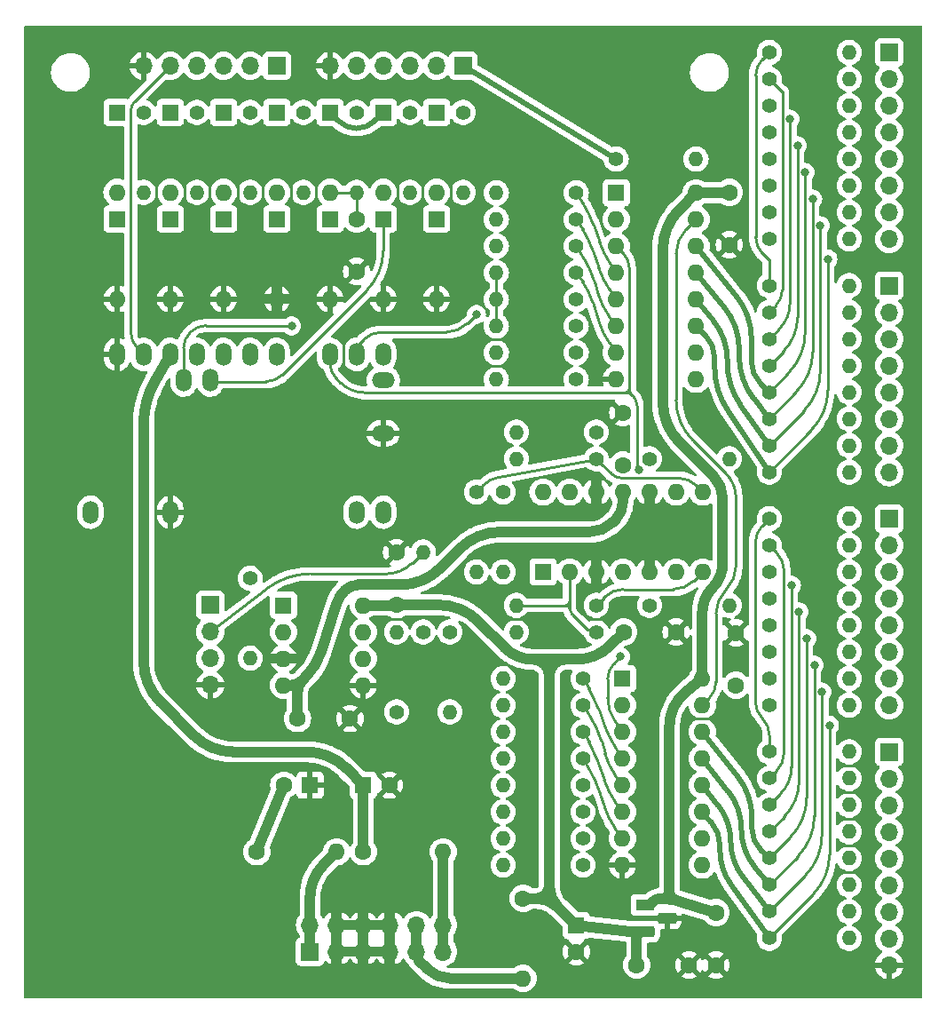
<source format=gbr>
%TF.GenerationSoftware,KiCad,Pcbnew,7.0.10*%
%TF.CreationDate,2024-11-13T09:03:04+00:00*%
%TF.ProjectId,CellularAutomaton-R,43656c6c-756c-4617-9241-75746f6d6174,rev?*%
%TF.SameCoordinates,Original*%
%TF.FileFunction,Copper,L1,Top*%
%TF.FilePolarity,Positive*%
%FSLAX46Y46*%
G04 Gerber Fmt 4.6, Leading zero omitted, Abs format (unit mm)*
G04 Created by KiCad (PCBNEW 7.0.10) date 2024-11-13 09:03:04*
%MOMM*%
%LPD*%
G01*
G04 APERTURE LIST*
G04 Aperture macros list*
%AMRoundRect*
0 Rectangle with rounded corners*
0 $1 Rounding radius*
0 $2 $3 $4 $5 $6 $7 $8 $9 X,Y pos of 4 corners*
0 Add a 4 corners polygon primitive as box body*
4,1,4,$2,$3,$4,$5,$6,$7,$8,$9,$2,$3,0*
0 Add four circle primitives for the rounded corners*
1,1,$1+$1,$2,$3*
1,1,$1+$1,$4,$5*
1,1,$1+$1,$6,$7*
1,1,$1+$1,$8,$9*
0 Add four rect primitives between the rounded corners*
20,1,$1+$1,$2,$3,$4,$5,0*
20,1,$1+$1,$4,$5,$6,$7,0*
20,1,$1+$1,$6,$7,$8,$9,0*
20,1,$1+$1,$8,$9,$2,$3,0*%
G04 Aperture macros list end*
%TA.AperFunction,ComponentPad*%
%ADD10R,1.600000X1.600000*%
%TD*%
%TA.AperFunction,ComponentPad*%
%ADD11O,1.600000X1.600000*%
%TD*%
%TA.AperFunction,ComponentPad*%
%ADD12C,1.400000*%
%TD*%
%TA.AperFunction,ComponentPad*%
%ADD13O,1.400000X1.400000*%
%TD*%
%TA.AperFunction,ComponentPad*%
%ADD14C,1.600000*%
%TD*%
%TA.AperFunction,ComponentPad*%
%ADD15R,1.700000X1.700000*%
%TD*%
%TA.AperFunction,ComponentPad*%
%ADD16O,1.700000X1.700000*%
%TD*%
%TA.AperFunction,ComponentPad*%
%ADD17R,1.800000X1.100000*%
%TD*%
%TA.AperFunction,ComponentPad*%
%ADD18RoundRect,0.275000X-0.625000X0.275000X-0.625000X-0.275000X0.625000X-0.275000X0.625000X0.275000X0*%
%TD*%
%TA.AperFunction,ComponentPad*%
%ADD19O,1.500000X2.200000*%
%TD*%
%TA.AperFunction,ComponentPad*%
%ADD20O,2.200000X1.500000*%
%TD*%
%TA.AperFunction,ViaPad*%
%ADD21C,0.800000*%
%TD*%
%TA.AperFunction,Conductor*%
%ADD22C,0.500000*%
%TD*%
%TA.AperFunction,Conductor*%
%ADD23C,1.000000*%
%TD*%
%TA.AperFunction,Conductor*%
%ADD24C,0.250000*%
%TD*%
G04 APERTURE END LIST*
D10*
%TO.P,D12,1,K*%
%TO.N,Net-(A1-A2)*%
X126365000Y-66040000D03*
D11*
%TO.P,D12,2,A*%
%TO.N,GND*%
X126365000Y-73660000D03*
%TD*%
D12*
%TO.P,R10,1*%
%TO.N,/QA2*%
X183515000Y-74930000D03*
D13*
%TO.P,R10,2*%
%TO.N,/L2*%
X191135000Y-74930000D03*
%TD*%
D12*
%TO.P,R43,1*%
%TO.N,/QA3*%
X165100000Y-68620000D03*
D13*
%TO.P,R43,2*%
%TO.N,Net-(U3C--)*%
X157480000Y-68620000D03*
%TD*%
D12*
%TO.P,R38,1*%
%TO.N,/QB6*%
X183515000Y-107315000D03*
D13*
%TO.P,R38,2*%
%TO.N,/T14*%
X191135000Y-107315000D03*
%TD*%
D12*
%TO.P,R27,1*%
%TO.N,/QA3*%
X183515000Y-55245000D03*
D13*
%TO.P,R27,2*%
%TO.N,/T3*%
X191135000Y-55245000D03*
%TD*%
D10*
%TO.P,D14,1,K*%
%TO.N,Net-(A1-A3)*%
X121285000Y-66040000D03*
D11*
%TO.P,D14,2,A*%
%TO.N,GND*%
X121285000Y-73660000D03*
%TD*%
D12*
%TO.P,R45,1*%
%TO.N,/QA5*%
X165100000Y-73700000D03*
D13*
%TO.P,R45,2*%
%TO.N,Net-(U3C--)*%
X157480000Y-73700000D03*
%TD*%
D12*
%TO.P,R63,1*%
%TO.N,Net-(U3A--)*%
X167005000Y-105410000D03*
D13*
%TO.P,R63,2*%
%TO.N,Net-(R63-Pad2)*%
X159385000Y-105410000D03*
%TD*%
D14*
%TO.P,FB1,1*%
%TO.N,+5V*%
X144780000Y-126365000D03*
D11*
%TO.P,FB1,2*%
%TO.N,Net-(J16-Pin_11)*%
X152400000Y-126365000D03*
%TD*%
D15*
%TO.P,J15,1,Pin_1*%
%TO.N,/T9*%
X194945000Y-94615000D03*
D16*
%TO.P,J15,2,Pin_2*%
%TO.N,/T10*%
X194945000Y-97155000D03*
%TO.P,J15,3,Pin_3*%
%TO.N,/T11*%
X194945000Y-99695000D03*
%TO.P,J15,4,Pin_4*%
%TO.N,/T12*%
X194945000Y-102235000D03*
%TO.P,J15,5,Pin_5*%
%TO.N,/T13*%
X194945000Y-104775000D03*
%TO.P,J15,6,Pin_6*%
%TO.N,/T14*%
X194945000Y-107315000D03*
%TO.P,J15,7,Pin_7*%
%TO.N,/T15*%
X194945000Y-109855000D03*
%TO.P,J15,8,Pin_8*%
%TO.N,/T16*%
X194945000Y-112395000D03*
%TD*%
D12*
%TO.P,R22,1*%
%TO.N,/QB6*%
X183515000Y-129530000D03*
D13*
%TO.P,R22,2*%
%TO.N,/L14*%
X191135000Y-129530000D03*
%TD*%
D10*
%TO.P,U3,1*%
%TO.N,Net-(R63-Pad2)*%
X161925000Y-99695000D03*
D11*
%TO.P,U3,2,-*%
%TO.N,Net-(U3A--)*%
X164465000Y-99695000D03*
%TO.P,U3,3,+*%
%TO.N,GND*%
X167005000Y-99695000D03*
%TO.P,U3,4,V+*%
%TO.N,+12V*%
X169545000Y-99695000D03*
%TO.P,U3,5,+*%
%TO.N,GND*%
X172085000Y-99695000D03*
%TO.P,U3,6,-*%
%TO.N,Net-(U3B--)*%
X174625000Y-99695000D03*
%TO.P,U3,7*%
%TO.N,Net-(R61-Pad2)*%
X177165000Y-99695000D03*
%TO.P,U3,8*%
%TO.N,Net-(R49-Pad2)*%
X177165000Y-92075000D03*
%TO.P,U3,9,-*%
%TO.N,Net-(U3C--)*%
X174625000Y-92075000D03*
%TO.P,U3,10,+*%
%TO.N,GND*%
X172085000Y-92075000D03*
%TO.P,U3,11,V-*%
%TO.N,-12V*%
X169545000Y-92075000D03*
%TO.P,U3,12,+*%
%TO.N,GND*%
X167005000Y-92075000D03*
%TO.P,U3,13,-*%
%TO.N,Net-(U3D--)*%
X164465000Y-92075000D03*
%TO.P,U3,14*%
%TO.N,Net-(R51-Pad2)*%
X161925000Y-92075000D03*
%TD*%
D12*
%TO.P,R17,1*%
%TO.N,/QB1*%
X183515000Y-116830000D03*
D13*
%TO.P,R17,2*%
%TO.N,/L9*%
X191135000Y-116830000D03*
%TD*%
D12*
%TO.P,R61,1*%
%TO.N,Net-(U3B--)*%
X172085000Y-102870000D03*
D13*
%TO.P,R61,2*%
%TO.N,Net-(R61-Pad2)*%
X179705000Y-102870000D03*
%TD*%
D12*
%TO.P,R16,1*%
%TO.N,/QA8*%
X183515000Y-90170000D03*
D13*
%TO.P,R16,2*%
%TO.N,/L8*%
X191135000Y-90170000D03*
%TD*%
D12*
%TO.P,R2,1*%
%TO.N,/SRVPRB*%
X149225000Y-55880000D03*
D13*
%TO.P,R2,2*%
%TO.N,Net-(A1-A4)*%
X149225000Y-63500000D03*
%TD*%
D12*
%TO.P,R34,1*%
%TO.N,/QB2*%
X183515000Y-97155000D03*
D13*
%TO.P,R34,2*%
%TO.N,/T10*%
X191135000Y-97155000D03*
%TD*%
D12*
%TO.P,R49,1*%
%TO.N,Net-(U3C--)*%
X172085000Y-88900000D03*
D13*
%TO.P,R49,2*%
%TO.N,Net-(R49-Pad2)*%
X179705000Y-88900000D03*
%TD*%
D10*
%TO.P,C2,1*%
%TO.N,+12V*%
X165100000Y-133390000D03*
D14*
%TO.P,C2,2*%
%TO.N,GND*%
X165100000Y-135890000D03*
%TD*%
D10*
%TO.P,D7,1,K*%
%TO.N,+5V*%
X136525000Y-55880000D03*
D11*
%TO.P,D7,2,A*%
%TO.N,Net-(A1-A0)*%
X136525000Y-63500000D03*
%TD*%
D12*
%TO.P,R6,1*%
%TO.N,/SD3*%
X128905000Y-55880000D03*
D13*
%TO.P,R6,2*%
%TO.N,Net-(A1-A2)*%
X128905000Y-63500000D03*
%TD*%
D12*
%TO.P,R64,1*%
%TO.N,Net-(R63-Pad2)*%
X150495000Y-105410000D03*
D13*
%TO.P,R64,2*%
%TO.N,/CV_BTM*%
X150495000Y-97790000D03*
%TD*%
D12*
%TO.P,R57,1*%
%TO.N,/QB5*%
X165735000Y-120025000D03*
D13*
%TO.P,R57,2*%
%TO.N,Net-(U3B--)*%
X158115000Y-120025000D03*
%TD*%
D12*
%TO.P,R5,1*%
%TO.N,/SD2*%
X133985000Y-55880000D03*
D13*
%TO.P,R5,2*%
%TO.N,Net-(A1-A1)*%
X133985000Y-63500000D03*
%TD*%
D12*
%TO.P,R20,1*%
%TO.N,/QB4*%
X183515000Y-124450000D03*
D13*
%TO.P,R20,2*%
%TO.N,/L12*%
X191135000Y-124450000D03*
%TD*%
D12*
%TO.P,R31,1*%
%TO.N,/QA7*%
X183515000Y-65405000D03*
D13*
%TO.P,R31,2*%
%TO.N,/T7*%
X191135000Y-65405000D03*
%TD*%
D15*
%TO.P,J9,1,Pin_1*%
%TO.N,+6V*%
X154305000Y-51435000D03*
D16*
%TO.P,J9,2,Pin_2*%
%TO.N,/SDPRB*%
X151765000Y-51435000D03*
%TO.P,J9,3,Pin_3*%
%TO.N,/SRVPRB*%
X149225000Y-51435000D03*
%TO.P,J9,4,Pin_4*%
%TO.N,/CLK{slash}CV*%
X146685000Y-51435000D03*
%TO.P,J9,5,Pin_5*%
%TO.N,/CLKMODE*%
X144145000Y-51435000D03*
%TO.P,J9,6,Pin_6*%
%TO.N,GND*%
X141605000Y-51435000D03*
%TD*%
D12*
%TO.P,R40,1*%
%TO.N,/QB8*%
X183515000Y-112395000D03*
D13*
%TO.P,R40,2*%
%TO.N,/T16*%
X191135000Y-112395000D03*
%TD*%
D12*
%TO.P,R47,1*%
%TO.N,/QA7*%
X165100000Y-78780000D03*
D13*
%TO.P,R47,2*%
%TO.N,Net-(U3C--)*%
X157480000Y-78780000D03*
%TD*%
D10*
%TO.P,D9,1,K*%
%TO.N,+5V*%
X131445000Y-55880000D03*
D11*
%TO.P,D9,2,A*%
%TO.N,Net-(A1-A1)*%
X131445000Y-63500000D03*
%TD*%
D12*
%TO.P,R66,1*%
%TO.N,Net-(R61-Pad2)*%
X153035000Y-105410000D03*
D13*
%TO.P,R66,2*%
%TO.N,Net-(U4B--)*%
X153035000Y-113030000D03*
%TD*%
D10*
%TO.P,D6,1,K*%
%TO.N,Net-(A1-A5)*%
X141605000Y-66040000D03*
D11*
%TO.P,D6,2,A*%
%TO.N,GND*%
X141605000Y-73660000D03*
%TD*%
D10*
%TO.P,D4,1,K*%
%TO.N,Net-(A1-A4)*%
X146685000Y-66040000D03*
D11*
%TO.P,D4,2,A*%
%TO.N,GND*%
X146685000Y-73660000D03*
%TD*%
D15*
%TO.P,J10,1,Pin_1*%
%TO.N,/SD1*%
X136525000Y-51435000D03*
D16*
%TO.P,J10,2,Pin_2*%
%TO.N,/SD2*%
X133985000Y-51435000D03*
%TO.P,J10,3,Pin_3*%
%TO.N,/SD3*%
X131445000Y-51435000D03*
%TO.P,J10,4,Pin_4*%
%TO.N,/SD4*%
X128905000Y-51435000D03*
%TO.P,J10,5,Pin_5*%
%TO.N,/RST*%
X126365000Y-51435000D03*
%TO.P,J10,6,Pin_6*%
%TO.N,GND*%
X123825000Y-51435000D03*
%TD*%
D10*
%TO.P,U4,1*%
%TO.N,Net-(U4A--)*%
X137160000Y-102870000D03*
D11*
%TO.P,U4,2,-*%
X137160000Y-105410000D03*
%TO.P,U4,3,+*%
%TO.N,GND*%
X137160000Y-107950000D03*
%TO.P,U4,4,V-*%
%TO.N,-12V*%
X137160000Y-110490000D03*
%TO.P,U4,5,+*%
%TO.N,GND*%
X144780000Y-110490000D03*
%TO.P,U4,6,-*%
%TO.N,Net-(U4B--)*%
X144780000Y-107950000D03*
%TO.P,U4,7*%
%TO.N,Net-(R67-Pad2)*%
X144780000Y-105410000D03*
%TO.P,U4,8,V+*%
%TO.N,+12V*%
X144780000Y-102870000D03*
%TD*%
D12*
%TO.P,R32,1*%
%TO.N,/QA8*%
X183515000Y-67945000D03*
D13*
%TO.P,R32,2*%
%TO.N,/T8*%
X191135000Y-67945000D03*
%TD*%
D12*
%TO.P,R8,1*%
%TO.N,+6V*%
X168910000Y-60325000D03*
D13*
%TO.P,R8,2*%
%TO.N,/OUT_EN*%
X176530000Y-60325000D03*
%TD*%
D14*
%TO.P,C11,1*%
%TO.N,GND*%
X178435000Y-137160000D03*
%TO.P,C11,2*%
%TO.N,+6V*%
X178435000Y-132160000D03*
%TD*%
D12*
%TO.P,R65,1*%
%TO.N,Net-(R49-Pad2)*%
X155575000Y-92075000D03*
D13*
%TO.P,R65,2*%
%TO.N,Net-(U4B--)*%
X155575000Y-99695000D03*
%TD*%
D12*
%TO.P,R25,1*%
%TO.N,/QA1*%
X183515000Y-50165000D03*
D13*
%TO.P,R25,2*%
%TO.N,/T1*%
X191135000Y-50165000D03*
%TD*%
D12*
%TO.P,R4,1*%
%TO.N,/SD1*%
X139065000Y-55880000D03*
D13*
%TO.P,R4,2*%
%TO.N,Net-(A1-A0)*%
X139065000Y-63500000D03*
%TD*%
D12*
%TO.P,R7,1*%
%TO.N,/SD4*%
X123825000Y-55880000D03*
D13*
%TO.P,R7,2*%
%TO.N,Net-(A1-A3)*%
X123825000Y-63500000D03*
%TD*%
D10*
%TO.P,D8,1,K*%
%TO.N,Net-(A1-A0)*%
X136525000Y-66040000D03*
D11*
%TO.P,D8,2,A*%
%TO.N,GND*%
X136525000Y-73660000D03*
%TD*%
D10*
%TO.P,D3,1,K*%
%TO.N,+5V*%
X146685000Y-55880000D03*
D11*
%TO.P,D3,2,A*%
%TO.N,Net-(A1-A4)*%
X146685000Y-63500000D03*
%TD*%
D12*
%TO.P,R21,1*%
%TO.N,/QB5*%
X183515000Y-126990000D03*
D13*
%TO.P,R21,2*%
%TO.N,/L13*%
X191135000Y-126990000D03*
%TD*%
D10*
%TO.P,U2,1,Strobe*%
%TO.N,/STROBE*%
X169505000Y-109855000D03*
D11*
%TO.P,U2,2,Data*%
%TO.N,Net-(U1-Qs)*%
X169505000Y-112395000D03*
%TO.P,U2,3,Clock*%
%TO.N,/CLOCK*%
X169505000Y-114935000D03*
%TO.P,U2,4,Q1*%
%TO.N,/QB1*%
X169505000Y-117475000D03*
%TO.P,U2,5,Q2*%
%TO.N,/QB2*%
X169505000Y-120015000D03*
%TO.P,U2,6,Q3*%
%TO.N,/QB3*%
X169505000Y-122555000D03*
%TO.P,U2,7,Q4*%
%TO.N,/QB4*%
X169505000Y-125095000D03*
%TO.P,U2,8,Vss*%
%TO.N,GND*%
X169505000Y-127635000D03*
%TO.P,U2,9,Qs*%
%TO.N,unconnected-(U2-Qs-Pad9)*%
X177125000Y-127635000D03*
%TO.P,U2,10,Q's*%
%TO.N,unconnected-(U2-Q's-Pad10)*%
X177125000Y-125095000D03*
%TO.P,U2,11,Q8*%
%TO.N,/QB8*%
X177125000Y-122555000D03*
%TO.P,U2,12,Q7*%
%TO.N,/QB7*%
X177125000Y-120015000D03*
%TO.P,U2,13,Q6*%
%TO.N,/QB6*%
X177125000Y-117475000D03*
%TO.P,U2,14,Q5*%
%TO.N,/QB5*%
X177125000Y-114935000D03*
%TO.P,U2,15,Out_En*%
%TO.N,/OUT_EN*%
X177125000Y-112395000D03*
%TO.P,U2,16,Vdd*%
%TO.N,+6V*%
X177125000Y-109855000D03*
%TD*%
D12*
%TO.P,R62,1*%
%TO.N,Net-(R61-Pad2)*%
X167005000Y-102870000D03*
D13*
%TO.P,R62,2*%
%TO.N,Net-(U3A--)*%
X159385000Y-102870000D03*
%TD*%
D12*
%TO.P,R11,1*%
%TO.N,/QA3*%
X183515000Y-77470000D03*
D13*
%TO.P,R11,2*%
%TO.N,/L3*%
X191135000Y-77470000D03*
%TD*%
D12*
%TO.P,R54,1*%
%TO.N,/QB2*%
X165735000Y-112405000D03*
D13*
%TO.P,R54,2*%
%TO.N,Net-(U3B--)*%
X158115000Y-112405000D03*
%TD*%
D12*
%TO.P,R68,1*%
%TO.N,Net-(R67-Pad2)*%
X133985000Y-100290000D03*
D13*
%TO.P,R68,2*%
%TO.N,/CV_ALL*%
X133985000Y-107910000D03*
%TD*%
D10*
%TO.P,D5,1,K*%
%TO.N,+5V*%
X141605000Y-55880000D03*
D11*
%TO.P,D5,2,A*%
%TO.N,Net-(A1-A5)*%
X141605000Y-63500000D03*
%TD*%
D12*
%TO.P,R37,1*%
%TO.N,/QB5*%
X183515000Y-104775000D03*
D13*
%TO.P,R37,2*%
%TO.N,/T13*%
X191135000Y-104775000D03*
%TD*%
D12*
%TO.P,R26,1*%
%TO.N,/QA2*%
X183515000Y-52705000D03*
D13*
%TO.P,R26,2*%
%TO.N,/T2*%
X191135000Y-52705000D03*
%TD*%
D12*
%TO.P,R59,1*%
%TO.N,/QB7*%
X165735000Y-125105000D03*
D13*
%TO.P,R59,2*%
%TO.N,Net-(U3B--)*%
X158115000Y-125105000D03*
%TD*%
D14*
%TO.P,C10,1*%
%TO.N,GND*%
X175855000Y-137160000D03*
%TO.P,C10,2*%
%TO.N,+12V*%
X170855000Y-137160000D03*
%TD*%
D15*
%TO.P,J13,1,Pin_1*%
%TO.N,/CV_TOP*%
X130175000Y-102840000D03*
D16*
%TO.P,J13,2,Pin_2*%
%TO.N,/CV_BTM*%
X130175000Y-105380000D03*
%TO.P,J13,3,Pin_3*%
%TO.N,/CV_ALL*%
X130175000Y-107920000D03*
%TO.P,J13,4,Pin_4*%
%TO.N,GND*%
X130175000Y-110460000D03*
%TD*%
D12*
%TO.P,R36,1*%
%TO.N,/QB4*%
X183515000Y-102235000D03*
D13*
%TO.P,R36,2*%
%TO.N,/T12*%
X191135000Y-102235000D03*
%TD*%
D12*
%TO.P,R13,1*%
%TO.N,/QA5*%
X183515000Y-82550000D03*
D13*
%TO.P,R13,2*%
%TO.N,/L5*%
X191135000Y-82550000D03*
%TD*%
D10*
%TO.P,C3,1*%
%TO.N,GND*%
X139700000Y-120015000D03*
D14*
%TO.P,C3,2*%
%TO.N,-12V*%
X137200000Y-120015000D03*
%TD*%
D10*
%TO.P,D2,1,K*%
%TO.N,Net-(A1-A7)*%
X151765000Y-66040000D03*
D11*
%TO.P,D2,2,A*%
%TO.N,GND*%
X151765000Y-73660000D03*
%TD*%
D12*
%TO.P,R50,1*%
%TO.N,Net-(R49-Pad2)*%
X167005000Y-88900000D03*
D13*
%TO.P,R50,2*%
%TO.N,Net-(U3D--)*%
X159385000Y-88900000D03*
%TD*%
D10*
%TO.P,D11,1,K*%
%TO.N,+5V*%
X126365000Y-55880000D03*
D11*
%TO.P,D11,2,A*%
%TO.N,Net-(A1-A2)*%
X126365000Y-63500000D03*
%TD*%
D14*
%TO.P,C8,1*%
%TO.N,+12V*%
X169625000Y-105410000D03*
%TO.P,C8,2*%
%TO.N,GND*%
X174625000Y-105410000D03*
%TD*%
D12*
%TO.P,R56,1*%
%TO.N,/QB4*%
X165735000Y-117485000D03*
D13*
%TO.P,R56,2*%
%TO.N,Net-(U3B--)*%
X158115000Y-117485000D03*
%TD*%
D12*
%TO.P,R42,1*%
%TO.N,/QA2*%
X165100000Y-66080000D03*
D13*
%TO.P,R42,2*%
%TO.N,Net-(U3C--)*%
X157480000Y-66080000D03*
%TD*%
D12*
%TO.P,R44,1*%
%TO.N,/QA4*%
X165100000Y-71160000D03*
D13*
%TO.P,R44,2*%
%TO.N,Net-(U3C--)*%
X157480000Y-71160000D03*
%TD*%
D12*
%TO.P,R39,1*%
%TO.N,/QB7*%
X183515000Y-109855000D03*
D13*
%TO.P,R39,2*%
%TO.N,/T15*%
X191135000Y-109855000D03*
%TD*%
D17*
%TO.P,U5,1,VO*%
%TO.N,+6V*%
X171685000Y-131445000D03*
D18*
%TO.P,U5,2,GND*%
%TO.N,GND*%
X173755000Y-132715000D03*
%TO.P,U5,3,VI*%
%TO.N,+12V*%
X171685000Y-133985000D03*
%TD*%
D10*
%TO.P,D10,1,K*%
%TO.N,Net-(A1-A1)*%
X131445000Y-66040000D03*
D11*
%TO.P,D10,2,A*%
%TO.N,GND*%
X131445000Y-73660000D03*
%TD*%
D15*
%TO.P,J12,1,Pin_1*%
%TO.N,/L9*%
X194945000Y-116840000D03*
D16*
%TO.P,J12,2,Pin_2*%
%TO.N,/L10*%
X194945000Y-119380000D03*
%TO.P,J12,3,Pin_3*%
%TO.N,/L11*%
X194945000Y-121920000D03*
%TO.P,J12,4,Pin_4*%
%TO.N,/L12*%
X194945000Y-124460000D03*
%TO.P,J12,5,Pin_5*%
%TO.N,/L13*%
X194945000Y-127000000D03*
%TO.P,J12,6,Pin_6*%
%TO.N,/L14*%
X194945000Y-129540000D03*
%TO.P,J12,7,Pin_7*%
%TO.N,/L15*%
X194945000Y-132080000D03*
%TO.P,J12,8,Pin_8*%
%TO.N,/L16*%
X194945000Y-134620000D03*
%TO.P,J12,9,Pin_9*%
%TO.N,GND*%
X194945000Y-137160000D03*
%TD*%
D12*
%TO.P,R48,1*%
%TO.N,/QA8*%
X165100000Y-81320000D03*
D13*
%TO.P,R48,2*%
%TO.N,Net-(U3C--)*%
X157480000Y-81320000D03*
%TD*%
D12*
%TO.P,R55,1*%
%TO.N,/QB3*%
X165735000Y-114945000D03*
D13*
%TO.P,R55,2*%
%TO.N,Net-(U3B--)*%
X158115000Y-114945000D03*
%TD*%
D12*
%TO.P,R3,1*%
%TO.N,/CLK{slash}CV*%
X144145000Y-55880000D03*
D13*
%TO.P,R3,2*%
%TO.N,Net-(A1-A5)*%
X144145000Y-63500000D03*
%TD*%
D14*
%TO.P,C9,1*%
%TO.N,-12V*%
X169545000Y-89495000D03*
%TO.P,C9,2*%
%TO.N,GND*%
X169545000Y-84495000D03*
%TD*%
D12*
%TO.P,R19,1*%
%TO.N,/QB3*%
X183515000Y-121910000D03*
D13*
%TO.P,R19,2*%
%TO.N,/L11*%
X191135000Y-121910000D03*
%TD*%
D12*
%TO.P,R35,1*%
%TO.N,/QB3*%
X183515000Y-99695000D03*
D13*
%TO.P,R35,2*%
%TO.N,/T11*%
X191135000Y-99695000D03*
%TD*%
D14*
%TO.P,C7,1*%
%TO.N,-12V*%
X138510000Y-113665000D03*
%TO.P,C7,2*%
%TO.N,GND*%
X143510000Y-113665000D03*
%TD*%
D15*
%TO.P,J14,1,Pin_1*%
%TO.N,/T1*%
X194945000Y-50165000D03*
D16*
%TO.P,J14,2,Pin_2*%
%TO.N,/T2*%
X194945000Y-52705000D03*
%TO.P,J14,3,Pin_3*%
%TO.N,/T3*%
X194945000Y-55245000D03*
%TO.P,J14,4,Pin_4*%
%TO.N,/T4*%
X194945000Y-57785000D03*
%TO.P,J14,5,Pin_5*%
%TO.N,/T5*%
X194945000Y-60325000D03*
%TO.P,J14,6,Pin_6*%
%TO.N,/T6*%
X194945000Y-62865000D03*
%TO.P,J14,7,Pin_7*%
%TO.N,/T7*%
X194945000Y-65405000D03*
%TO.P,J14,8,Pin_8*%
%TO.N,/T8*%
X194945000Y-67945000D03*
%TD*%
D12*
%TO.P,R53,1*%
%TO.N,/QB1*%
X165735000Y-109865000D03*
D13*
%TO.P,R53,2*%
%TO.N,Net-(U3B--)*%
X158115000Y-109865000D03*
%TD*%
D12*
%TO.P,R41,1*%
%TO.N,/QA1*%
X165100000Y-63540000D03*
D13*
%TO.P,R41,2*%
%TO.N,Net-(U3C--)*%
X157480000Y-63540000D03*
%TD*%
D12*
%TO.P,R23,1*%
%TO.N,/QB7*%
X183515000Y-132070000D03*
D13*
%TO.P,R23,2*%
%TO.N,/L15*%
X191135000Y-132070000D03*
%TD*%
D14*
%TO.P,FB2,1*%
%TO.N,+12V*%
X160020000Y-130810000D03*
D11*
%TO.P,FB2,2*%
%TO.N,Net-(J16-Pin_10)*%
X160020000Y-138430000D03*
%TD*%
D12*
%TO.P,R24,1*%
%TO.N,/QB8*%
X183515000Y-134610000D03*
D13*
%TO.P,R24,2*%
%TO.N,/L16*%
X191135000Y-134610000D03*
%TD*%
D12*
%TO.P,R46,1*%
%TO.N,/QA6*%
X165100000Y-76240000D03*
D13*
%TO.P,R46,2*%
%TO.N,Net-(U3C--)*%
X157480000Y-76240000D03*
%TD*%
D14*
%TO.P,C12,1*%
%TO.N,GND*%
X144145000Y-71040000D03*
%TO.P,C12,2*%
%TO.N,Net-(A1-A5)*%
X144145000Y-66040000D03*
%TD*%
D12*
%TO.P,R60,1*%
%TO.N,/QB8*%
X165735000Y-127635000D03*
D13*
%TO.P,R60,2*%
%TO.N,Net-(U3B--)*%
X158115000Y-127635000D03*
%TD*%
D12*
%TO.P,R15,1*%
%TO.N,/QA7*%
X183515000Y-87630000D03*
D13*
%TO.P,R15,2*%
%TO.N,/L7*%
X191135000Y-87630000D03*
%TD*%
D10*
%TO.P,C1,1*%
%TO.N,+5V*%
X144780000Y-120015000D03*
D14*
%TO.P,C1,2*%
%TO.N,GND*%
X147280000Y-120015000D03*
%TD*%
%TO.P,C6,1*%
%TO.N,+12V*%
X147955000Y-102830000D03*
%TO.P,C6,2*%
%TO.N,GND*%
X147955000Y-97830000D03*
%TD*%
D12*
%TO.P,R52,1*%
%TO.N,Net-(R51-Pad2)*%
X158115000Y-92075000D03*
D13*
%TO.P,R52,2*%
%TO.N,/CV_TOP*%
X158115000Y-99695000D03*
%TD*%
D10*
%TO.P,U1,1,Strobe*%
%TO.N,/STROBE*%
X168910000Y-63540000D03*
D11*
%TO.P,U1,2,Data*%
%TO.N,/DATA*%
X168910000Y-66080000D03*
%TO.P,U1,3,Clock*%
%TO.N,/CLOCK*%
X168910000Y-68620000D03*
%TO.P,U1,4,Q1*%
%TO.N,/QA1*%
X168910000Y-71160000D03*
%TO.P,U1,5,Q2*%
%TO.N,/QA2*%
X168910000Y-73700000D03*
%TO.P,U1,6,Q3*%
%TO.N,/QA3*%
X168910000Y-76240000D03*
%TO.P,U1,7,Q4*%
%TO.N,/QA4*%
X168910000Y-78780000D03*
%TO.P,U1,8,Vss*%
%TO.N,GND*%
X168910000Y-81320000D03*
%TO.P,U1,9,Qs*%
%TO.N,Net-(U1-Qs)*%
X176530000Y-81320000D03*
%TO.P,U1,10,Q's*%
%TO.N,unconnected-(U1-Q's-Pad10)*%
X176530000Y-78780000D03*
%TO.P,U1,11,Q8*%
%TO.N,/QA8*%
X176530000Y-76240000D03*
%TO.P,U1,12,Q7*%
%TO.N,/QA7*%
X176530000Y-73700000D03*
%TO.P,U1,13,Q6*%
%TO.N,/QA6*%
X176530000Y-71160000D03*
%TO.P,U1,14,Q5*%
%TO.N,/QA5*%
X176530000Y-68620000D03*
%TO.P,U1,15,Out_En*%
%TO.N,/OUT_EN*%
X176530000Y-66080000D03*
%TO.P,U1,16,Vdd*%
%TO.N,+6V*%
X176530000Y-63540000D03*
%TD*%
D12*
%TO.P,R14,1*%
%TO.N,/QA6*%
X183515000Y-85090000D03*
D13*
%TO.P,R14,2*%
%TO.N,/L6*%
X191135000Y-85090000D03*
%TD*%
D12*
%TO.P,R18,1*%
%TO.N,/QB2*%
X183515000Y-119370000D03*
D13*
%TO.P,R18,2*%
%TO.N,/L10*%
X191135000Y-119370000D03*
%TD*%
D14*
%TO.P,FB3,1*%
%TO.N,-12V*%
X134620000Y-126365000D03*
D11*
%TO.P,FB3,2*%
%TO.N,Net-(J16-Pin_1)*%
X142240000Y-126365000D03*
%TD*%
D12*
%TO.P,R12,1*%
%TO.N,/QA4*%
X183515000Y-80010000D03*
D13*
%TO.P,R12,2*%
%TO.N,/L4*%
X191135000Y-80010000D03*
%TD*%
D15*
%TO.P,J16,1,Pin_1*%
%TO.N,Net-(J16-Pin_1)*%
X139700000Y-135890000D03*
D16*
%TO.P,J16,2,Pin_2*%
X139700000Y-133350000D03*
%TO.P,J16,3,Pin_3*%
%TO.N,GND*%
X142240000Y-135890000D03*
%TO.P,J16,4,Pin_4*%
X142240000Y-133350000D03*
%TO.P,J16,5,Pin_5*%
X144780000Y-135890000D03*
%TO.P,J16,6,Pin_6*%
X144780000Y-133350000D03*
%TO.P,J16,7,Pin_7*%
X147320000Y-135890000D03*
%TO.P,J16,8,Pin_8*%
X147320000Y-133350000D03*
%TO.P,J16,9,Pin_9*%
%TO.N,Net-(J16-Pin_10)*%
X149860000Y-135890000D03*
%TO.P,J16,10,Pin_10*%
X149860000Y-133350000D03*
%TO.P,J16,11,Pin_11*%
%TO.N,Net-(J16-Pin_11)*%
X152400000Y-135890000D03*
%TO.P,J16,12,Pin_12*%
X152400000Y-133350000D03*
%TD*%
D10*
%TO.P,D13,1,K*%
%TO.N,+5V*%
X121285000Y-55880000D03*
D11*
%TO.P,D13,2,A*%
%TO.N,Net-(A1-A3)*%
X121285000Y-63500000D03*
%TD*%
D10*
%TO.P,D1,1,K*%
%TO.N,+5V*%
X151765000Y-55880000D03*
D11*
%TO.P,D1,2,A*%
%TO.N,Net-(A1-A7)*%
X151765000Y-63500000D03*
%TD*%
D12*
%TO.P,R58,1*%
%TO.N,/QB6*%
X165735000Y-122565000D03*
D13*
%TO.P,R58,2*%
%TO.N,Net-(U3B--)*%
X158115000Y-122565000D03*
%TD*%
D12*
%TO.P,R33,1*%
%TO.N,/QB1*%
X183515000Y-94615000D03*
D13*
%TO.P,R33,2*%
%TO.N,/T9*%
X191135000Y-94615000D03*
%TD*%
D19*
%TO.P,A1,1,TX0*%
%TO.N,unconnected-(A1-TX0-Pad1)*%
X118745000Y-93980000D03*
%TO.P,A1,4,GND*%
%TO.N,GND*%
X126365000Y-93980000D03*
%TO.P,A1,11,D8*%
%TO.N,/STROBE*%
X144145000Y-93980000D03*
%TO.P,A1,12,D9*%
%TO.N,unconnected-(A1-D9-Pad12)*%
X146685000Y-93980000D03*
%TO.P,A1,13,D10*%
%TO.N,/CLKMODE*%
X146685000Y-78940000D03*
%TO.P,A1,14,D11*%
%TO.N,/DATA*%
X144145000Y-78940000D03*
%TO.P,A1,15,D12*%
%TO.N,/CLOCK*%
X141605000Y-78940000D03*
%TO.P,A1,17,A0*%
%TO.N,Net-(A1-A0)*%
X136525000Y-78940000D03*
%TO.P,A1,18,A1*%
%TO.N,Net-(A1-A1)*%
X133985000Y-78940000D03*
%TO.P,A1,19,A2*%
%TO.N,Net-(A1-A2)*%
X131445000Y-78940000D03*
%TO.P,A1,20,A3*%
%TO.N,Net-(A1-A3)*%
X128905000Y-78940000D03*
%TO.P,A1,21,VCC*%
%TO.N,+5V*%
X126365000Y-78940000D03*
%TO.P,A1,22,RST*%
%TO.N,/RST*%
X123825000Y-78940000D03*
%TO.P,A1,23,GND*%
%TO.N,GND*%
X121285000Y-78940000D03*
%TO.P,A1,25,A5*%
%TO.N,Net-(A1-A5)*%
X127635000Y-81380000D03*
%TO.P,A1,26,A4*%
%TO.N,Net-(A1-A4)*%
X130175000Y-81380000D03*
D20*
%TO.P,A1,27,A7*%
%TO.N,Net-(A1-A7)*%
X146685000Y-81380000D03*
%TO.P,A1,29,GND*%
%TO.N,GND*%
X146685000Y-86460000D03*
%TD*%
D12*
%TO.P,R1,1*%
%TO.N,/SDPRB*%
X154305000Y-55880000D03*
D13*
%TO.P,R1,2*%
%TO.N,Net-(A1-A7)*%
X154305000Y-63500000D03*
%TD*%
D12*
%TO.P,R28,1*%
%TO.N,/QA4*%
X183515000Y-57785000D03*
D13*
%TO.P,R28,2*%
%TO.N,/T4*%
X191135000Y-57785000D03*
%TD*%
D12*
%TO.P,R29,1*%
%TO.N,/QA5*%
X183515000Y-60325000D03*
D13*
%TO.P,R29,2*%
%TO.N,/T5*%
X191135000Y-60325000D03*
%TD*%
D12*
%TO.P,R9,1*%
%TO.N,/QA1*%
X183515000Y-72390000D03*
D13*
%TO.P,R9,2*%
%TO.N,/L1*%
X191135000Y-72390000D03*
%TD*%
D12*
%TO.P,R30,1*%
%TO.N,/QA6*%
X183515000Y-62865000D03*
D13*
%TO.P,R30,2*%
%TO.N,/T6*%
X191135000Y-62865000D03*
%TD*%
D14*
%TO.P,C4,1*%
%TO.N,+6V*%
X179705000Y-63500000D03*
%TO.P,C4,2*%
%TO.N,GND*%
X179705000Y-68500000D03*
%TD*%
D12*
%TO.P,R67,1*%
%TO.N,Net-(U4B--)*%
X147955000Y-113030000D03*
D13*
%TO.P,R67,2*%
%TO.N,Net-(R67-Pad2)*%
X147955000Y-105410000D03*
%TD*%
D12*
%TO.P,R51,1*%
%TO.N,Net-(U3D--)*%
X167005000Y-86360000D03*
D13*
%TO.P,R51,2*%
%TO.N,Net-(R51-Pad2)*%
X159385000Y-86360000D03*
%TD*%
D15*
%TO.P,J11,1,Pin_1*%
%TO.N,/L1*%
X194945000Y-72390000D03*
D16*
%TO.P,J11,2,Pin_2*%
%TO.N,/L2*%
X194945000Y-74930000D03*
%TO.P,J11,3,Pin_3*%
%TO.N,/L3*%
X194945000Y-77470000D03*
%TO.P,J11,4,Pin_4*%
%TO.N,/L4*%
X194945000Y-80010000D03*
%TO.P,J11,5,Pin_5*%
%TO.N,/L5*%
X194945000Y-82550000D03*
%TO.P,J11,6,Pin_6*%
%TO.N,/L6*%
X194945000Y-85090000D03*
%TO.P,J11,7,Pin_7*%
%TO.N,/L7*%
X194945000Y-87630000D03*
%TO.P,J11,8,Pin_8*%
%TO.N,/L8*%
X194945000Y-90170000D03*
%TD*%
D14*
%TO.P,C5,1*%
%TO.N,+6V*%
X180340000Y-110490000D03*
%TO.P,C5,2*%
%TO.N,GND*%
X180340000Y-105490000D03*
%TD*%
D21*
%TO.N,GND*%
X169545000Y-97155000D03*
X140335000Y-60325000D03*
X155575000Y-85725000D03*
X127635000Y-60325000D03*
X156845000Y-102870000D03*
X178435000Y-85725000D03*
X177165000Y-95885000D03*
X173990000Y-95885000D03*
%TO.N,Net-(A1-A5)*%
X137947400Y-76225400D03*
%TO.N,/QA3*%
X185484600Y-56515000D03*
%TO.N,/QA4*%
X186209600Y-59055000D03*
%TO.N,/QA5*%
X186934600Y-61595000D03*
%TO.N,/QA6*%
X187659600Y-64135000D03*
%TO.N,/QA7*%
X188384600Y-66675000D03*
%TO.N,/QA8*%
X189109600Y-69850000D03*
%TO.N,/QB3*%
X185637000Y-100965000D03*
%TO.N,/QB4*%
X186362000Y-103505000D03*
%TO.N,/QB5*%
X187087000Y-106045000D03*
%TO.N,/QB6*%
X187812000Y-108585000D03*
%TO.N,/QB7*%
X188537000Y-111125000D03*
%TO.N,/QB8*%
X189262000Y-114300000D03*
%TO.N,/DATA*%
X155575000Y-75133200D03*
%TO.N,/CLOCK*%
X171094400Y-89992200D03*
X169341800Y-107772200D03*
%TD*%
D22*
%TO.N,+5V*%
X142410579Y-56685579D02*
X141605000Y-55880000D01*
D23*
X123825000Y-85614811D02*
X123825000Y-108236036D01*
X144780000Y-120015000D02*
X144780000Y-126365000D01*
X139359935Y-116840000D02*
X132428963Y-116840000D01*
X124981806Y-81320834D02*
X126365000Y-78940000D01*
X125418792Y-112083792D02*
X128581207Y-115246207D01*
X144780000Y-120015000D02*
X143192500Y-118427500D01*
D22*
X145879420Y-56685579D02*
X146685000Y-55880000D01*
D23*
X128581215Y-115246199D02*
G75*
G03*
X132428963Y-116840000I3847785J3847799D01*
G01*
D22*
X142410587Y-56685571D02*
G75*
G03*
X144145000Y-57404000I1734413J1734371D01*
G01*
X144145000Y-57404011D02*
G75*
G03*
X145879420Y-56685579I0J2452811D01*
G01*
D23*
X123824990Y-108236036D02*
G75*
G03*
X125418793Y-112083791I5441610J36D01*
G01*
X124981809Y-81320836D02*
G75*
G03*
X123825000Y-85614811I7390991J-4293964D01*
G01*
X143192489Y-118427511D02*
G75*
G03*
X139359935Y-116840000I-3832589J-3832589D01*
G01*
D24*
%TO.N,GND*%
X132842000Y-62230000D02*
X132842000Y-64770000D01*
X156210000Y-80010000D02*
X158750000Y-80010000D01*
X193040000Y-120650000D02*
X190500000Y-120650000D01*
X193040000Y-118110000D02*
X190500000Y-118110000D01*
X193040000Y-128270000D02*
X190500000Y-128270000D01*
X130098800Y-62230000D02*
X130098800Y-64770000D01*
X160655000Y-104140000D02*
X158115000Y-104140000D01*
X140258800Y-62230000D02*
X140258800Y-64770000D01*
X168910000Y-104140000D02*
X166370000Y-104140000D01*
X142875000Y-77470000D02*
X142875000Y-80010000D01*
X135178800Y-62230000D02*
X135178800Y-64770000D01*
X150418800Y-62230000D02*
X150418800Y-64770000D01*
X146685000Y-104140000D02*
X149225000Y-104140000D01*
X125018800Y-62230000D02*
X125018800Y-64770000D01*
X193040000Y-123190000D02*
X190500000Y-123190000D01*
X156210000Y-77470000D02*
X158750000Y-77470000D01*
X178435000Y-113665000D02*
X175895000Y-113665000D01*
X148082000Y-62230000D02*
X148082000Y-64770000D01*
X137922000Y-62230000D02*
X137922000Y-64770000D01*
X153162000Y-62230000D02*
X153162000Y-64770000D01*
X193040000Y-125730000D02*
X190500000Y-125730000D01*
X127762000Y-62230000D02*
X127762000Y-64770000D01*
D23*
%TO.N,+12V*%
X147886715Y-102870000D02*
X144780000Y-102870000D01*
X165170816Y-108019200D02*
X164087500Y-108019200D01*
X147983284Y-102830000D02*
X151941836Y-102830000D01*
X160952500Y-108019200D02*
X164087500Y-108019200D01*
X161270000Y-130810000D02*
X160020000Y-130810000D01*
X169625000Y-99775000D02*
X169545000Y-99695000D01*
X170243386Y-133957515D02*
X165100000Y-133390000D01*
X158276610Y-106910810D02*
X155789592Y-104423792D01*
X170855000Y-134640325D02*
X170855000Y-137160000D01*
X171470000Y-134005000D02*
X172085000Y-133985000D01*
X168320400Y-106714600D02*
X169625000Y-105410000D01*
X162520000Y-129560000D02*
X162520000Y-109586700D01*
X163403883Y-131693883D02*
X165100000Y-133390000D01*
X170243386Y-133957512D02*
G75*
G03*
X171470000Y-134004999I946214J8575312D01*
G01*
X155789584Y-104423800D02*
G75*
G03*
X151941836Y-102830000I-3847784J-3847800D01*
G01*
X158276606Y-106910814D02*
G75*
G03*
X160952500Y-108019200I2675894J2675914D01*
G01*
X147983284Y-102829994D02*
G75*
G03*
X147935000Y-102850000I16J-68306D01*
G01*
X147886715Y-102870006D02*
G75*
G03*
X147935000Y-102850000I-15J68306D01*
G01*
X170854934Y-134640325D02*
G75*
G03*
X170243386Y-133957515I-686934J25D01*
G01*
X165170816Y-108019207D02*
G75*
G03*
X168320400Y-106714600I-16J4454207D01*
G01*
X163403890Y-131693876D02*
G75*
G03*
X161270000Y-130810000I-2133890J-2133924D01*
G01*
X161270000Y-130810000D02*
G75*
G03*
X162520000Y-129560000I0J1250000D01*
G01*
X171469998Y-134004937D02*
G75*
G03*
X170855000Y-134640325I20702J-635363D01*
G01*
X162520000Y-109586700D02*
G75*
G03*
X160952500Y-108019200I-1567500J0D01*
G01*
X164087500Y-108019200D02*
G75*
G03*
X162520000Y-109586700I0J-1567500D01*
G01*
X162520010Y-129560000D02*
G75*
G03*
X163403883Y-131693883I3017790J0D01*
G01*
%TO.N,-12V*%
X137835000Y-110490000D02*
X137160000Y-110490000D01*
X139422499Y-109537499D02*
X138976952Y-110002578D01*
X168592499Y-94932499D02*
X168871480Y-94653519D01*
X148291836Y-100914200D02*
X144324174Y-100914200D01*
X166292961Y-95885000D02*
X157828963Y-95885000D01*
X134620000Y-126365000D02*
X137200000Y-120015000D01*
X152139592Y-99320406D02*
X153981207Y-97478792D01*
X169545000Y-93027500D02*
X169545000Y-92075000D01*
X138510000Y-111165000D02*
X138510000Y-113665000D01*
X142233915Y-102707404D02*
X140740518Y-107329823D01*
X138510000Y-111165000D02*
G75*
G03*
X137835000Y-110490000I-675000J0D01*
G01*
X157828963Y-95884960D02*
G75*
G03*
X153981208Y-97478793I37J-5441540D01*
G01*
X148291836Y-100914209D02*
G75*
G03*
X152139592Y-99320406I-36J5441609D01*
G01*
X143014704Y-101447604D02*
G75*
G03*
X142233915Y-102707404I2157796J-2209196D01*
G01*
X166292961Y-95884982D02*
G75*
G03*
X168592499Y-94932499I39J3251982D01*
G01*
X137835000Y-110490005D02*
G75*
G03*
X138976952Y-110002578I0J1581405D01*
G01*
X138976958Y-110002584D02*
G75*
G03*
X138510000Y-111165000I1213342J-1162416D01*
G01*
X139422505Y-109537505D02*
G75*
G03*
X140740518Y-107329823I-4147705J3973505D01*
G01*
X144324174Y-100914168D02*
G75*
G03*
X143014700Y-101447601I26J-1874032D01*
G01*
X168871473Y-94653512D02*
G75*
G03*
X169545000Y-93027500I-1625973J1626012D01*
G01*
%TO.N,+6V*%
X175557500Y-111115000D02*
X177125000Y-109855000D01*
X179070000Y-92710000D02*
X179070000Y-95250000D01*
X176530000Y-63540000D02*
X179636715Y-63540000D01*
X173990000Y-130175000D02*
X173990000Y-114386133D01*
X179685000Y-63520000D02*
X179705000Y-63500000D01*
X173355000Y-83471036D02*
X173355000Y-68960064D01*
X174948792Y-87318792D02*
X178171974Y-90541974D01*
X179070000Y-95250000D02*
X179070000Y-98853077D01*
X172402500Y-131127500D02*
X172085000Y-131445000D01*
D22*
X168910000Y-60325000D02*
X154305000Y-51435000D01*
D23*
X173355000Y-130810000D02*
X173169012Y-130810000D01*
X177125000Y-103548722D02*
X177125000Y-109855000D01*
X176530000Y-63540000D02*
X174942500Y-65127500D01*
X174597595Y-130994534D02*
X178435000Y-132160000D01*
X173354990Y-83471036D02*
G75*
G03*
X174948793Y-87318791I5441610J36D01*
G01*
X173355000Y-130810000D02*
G75*
G03*
X173990000Y-130175000I0J635000D01*
G01*
X174597595Y-130994534D02*
G75*
G03*
X173355000Y-130810000I-1242595J-4091366D01*
G01*
X173990002Y-130175000D02*
G75*
G03*
X174597595Y-130994534I856498J0D01*
G01*
X179636715Y-63540006D02*
G75*
G03*
X179685000Y-63520000I-15J68306D01*
G01*
X178097507Y-101200907D02*
G75*
G03*
X179070000Y-98853077I-2347807J2347807D01*
G01*
X178097493Y-101200893D02*
G75*
G03*
X177125000Y-103548722I2347807J-2347807D01*
G01*
X173169012Y-130810006D02*
G75*
G03*
X172402500Y-131127500I-12J-1083994D01*
G01*
X174942511Y-65127511D02*
G75*
G03*
X173355000Y-68960064I3832589J-3832589D01*
G01*
X179069985Y-92710000D02*
G75*
G03*
X178171973Y-90541975I-3066085J0D01*
G01*
X175557490Y-111114988D02*
G75*
G03*
X173990000Y-114386133I2629410J-3271112D01*
G01*
D24*
%TO.N,Net-(A1-A5)*%
X129803025Y-76200000D02*
X137904039Y-76200000D01*
X137947400Y-76225400D02*
X137934700Y-76212700D01*
X144145000Y-63500000D02*
X144145000Y-66040000D01*
X144145000Y-63500000D02*
X141605000Y-63500000D01*
X127635000Y-78368025D02*
X127635000Y-81380000D01*
X137934688Y-76212712D02*
G75*
G03*
X137904039Y-76200000I-30688J-30688D01*
G01*
X128269992Y-76834992D02*
G75*
G03*
X127635000Y-78368025I1533008J-1533008D01*
G01*
X129803025Y-76200011D02*
G75*
G03*
X128270000Y-76835000I-25J-2167989D01*
G01*
%TO.N,Net-(A1-A4)*%
X130252000Y-81457000D02*
X130175000Y-81380000D01*
X138310500Y-79651503D02*
X137055503Y-80906501D01*
X146685000Y-69023041D02*
X146685000Y-66040000D01*
X130437894Y-81534000D02*
X135540587Y-81534000D01*
X138310500Y-79651503D02*
X145091207Y-72870797D01*
X130252002Y-81456998D02*
G75*
G03*
X130437894Y-81534000I185898J185898D01*
G01*
X135540587Y-81533994D02*
G75*
G03*
X137055502Y-80906500I13J2142394D01*
G01*
X145091197Y-72870787D02*
G75*
G03*
X146685000Y-69023041I-3847797J3847787D01*
G01*
D23*
%TO.N,Net-(J16-Pin_11)*%
X152400000Y-133350000D02*
X152400000Y-126365000D01*
X152400000Y-133350000D02*
X152400000Y-135890000D01*
%TO.N,Net-(J16-Pin_10)*%
X153112038Y-138430000D02*
X160020000Y-138430000D01*
X149860000Y-135572500D02*
X149860000Y-133350000D01*
X149860000Y-135572500D02*
X149860000Y-136207500D01*
X150084506Y-136749506D02*
X150812500Y-137477500D01*
X150812489Y-137477511D02*
G75*
G03*
X153112038Y-138430000I2299511J2299511D01*
G01*
X149859997Y-136207500D02*
G75*
G03*
X150084507Y-136749505I766503J0D01*
G01*
%TO.N,Net-(J16-Pin_1)*%
X139700000Y-133350000D02*
X139700000Y-130701051D01*
X139700000Y-133350000D02*
X139700000Y-135890000D01*
X140970000Y-127635000D02*
X142240000Y-126365000D01*
X140969985Y-127634985D02*
G75*
G03*
X139700000Y-130701051I3066015J-3066015D01*
G01*
D24*
%TO.N,/RST*%
X123215400Y-78330400D02*
X123825000Y-78940000D01*
X123767850Y-54032150D02*
X122993150Y-54806850D01*
X122605800Y-55741995D02*
X122605800Y-76858695D01*
X123767850Y-54032150D02*
X126365000Y-51435000D01*
X122605802Y-76858695D02*
G75*
G03*
X123215400Y-78330400I2081298J-5D01*
G01*
X122993151Y-54806851D02*
G75*
G03*
X122605800Y-55741995I935149J-935149D01*
G01*
%TO.N,/CV_BTM*%
X149453600Y-98831400D02*
X150495000Y-97790000D01*
X135620852Y-101251455D02*
X130175000Y-105380000D01*
X139721461Y-99872800D02*
X146939437Y-99872800D01*
X146939437Y-99872815D02*
G75*
G03*
X149453599Y-98831399I-37J3555615D01*
G01*
X139721461Y-99872785D02*
G75*
G03*
X135620852Y-101251455I39J-6787715D01*
G01*
%TO.N,/OUT_EN*%
X179379112Y-90301312D02*
X176218792Y-87140992D01*
X175577500Y-67032500D02*
X176530000Y-66080000D01*
X177780000Y-111740000D02*
X177125000Y-112395000D01*
X178435000Y-103683638D02*
X178435000Y-110158690D01*
X180340000Y-92621100D02*
X180340000Y-95338900D01*
X174625000Y-69332038D02*
X174625000Y-83293236D01*
X180340000Y-95338900D02*
X180340000Y-99084561D01*
X179387489Y-101384089D02*
G75*
G03*
X178435000Y-103683638I2299511J-2299511D01*
G01*
X179387511Y-101384111D02*
G75*
G03*
X180340000Y-99084561I-2299511J2299511D01*
G01*
X174624990Y-83293236D02*
G75*
G03*
X176218793Y-87140991I5441610J36D01*
G01*
X177780003Y-111740003D02*
G75*
G03*
X178435000Y-110158690I-1581303J1581303D01*
G01*
X175577489Y-67032489D02*
G75*
G03*
X174625000Y-69332038I2299511J-2299511D01*
G01*
X180339992Y-92621100D02*
G75*
G03*
X179379112Y-90301312I-3280692J0D01*
G01*
%TO.N,/QA1*%
X165722300Y-64523300D02*
X165100000Y-63540000D01*
X182867300Y-50812700D02*
X183515000Y-50165000D01*
X183515000Y-72390000D02*
X183515000Y-69850000D01*
X168300400Y-70225600D02*
X168910000Y-71160000D01*
X182219600Y-67765613D02*
X182219600Y-52376386D01*
X182867300Y-69329300D02*
X183515000Y-69977000D01*
X167316901Y-68240050D02*
X166734587Y-66602978D01*
X182867304Y-50812704D02*
G75*
G03*
X182219600Y-52376386I1563696J-1563696D01*
G01*
X166734589Y-66602977D02*
G75*
G03*
X165722299Y-64523300I-9814889J-3491223D01*
G01*
X182219595Y-67765613D02*
G75*
G03*
X182867301Y-69329299I2211405J13D01*
G01*
X167316897Y-68240051D02*
G75*
G03*
X168300400Y-70225600I8854903J3149751D01*
G01*
%TO.N,/QA2*%
X184690839Y-53880839D02*
X183515000Y-52705000D01*
X165709600Y-67037900D02*
X165100000Y-66080000D01*
X168262300Y-72752900D02*
X168910000Y-73700000D01*
X184137300Y-74307700D02*
X183515000Y-74930000D01*
X184759600Y-72805334D02*
X184759600Y-53924200D01*
X166684695Y-69070787D02*
X167245250Y-70719478D01*
X166684696Y-69070787D02*
G75*
G03*
X165709599Y-67037900I-8952396J-3043813D01*
G01*
X167245253Y-70719477D02*
G75*
G03*
X168262300Y-72752900I7935847J2698177D01*
G01*
X184137290Y-74307690D02*
G75*
G03*
X184759600Y-72805334I-1502390J1502390D01*
G01*
X184759600Y-53924200D02*
G75*
G03*
X184734200Y-53898800I-25400J0D01*
G01*
X184690843Y-53880835D02*
G75*
G03*
X184734200Y-53898800I43357J43335D01*
G01*
%TO.N,/QA3*%
X165773100Y-69692200D02*
X165100000Y-68620000D01*
X184499800Y-76485200D02*
X183515000Y-77470000D01*
X167222955Y-73271203D02*
X166820896Y-71973647D01*
X185484600Y-56515000D02*
X185484600Y-74107682D01*
X168236900Y-75305600D02*
X168910000Y-76240000D01*
X184499805Y-76485205D02*
G75*
G03*
X185484600Y-74107682I-2377505J2377505D01*
G01*
X166820889Y-71973649D02*
G75*
G03*
X165773100Y-69692200I-9245389J-2864751D01*
G01*
X167222948Y-73271205D02*
G75*
G03*
X168236900Y-75305600I6735252J2087005D01*
G01*
%TO.N,/QA4*%
X186209600Y-59055000D02*
X186209600Y-75410030D01*
X165709600Y-72041700D02*
X165100000Y-71160000D01*
X168262300Y-77858300D02*
X168910000Y-78780000D01*
X167268557Y-75864545D02*
X166648470Y-73943492D01*
X184862300Y-78662700D02*
X183515000Y-80010000D01*
X166648465Y-73943494D02*
G75*
G03*
X165709600Y-72041700I-6920465J-2233806D01*
G01*
X167268572Y-75864540D02*
G75*
G03*
X168262301Y-77858299I7085528J2287040D01*
G01*
X184862291Y-78662691D02*
G75*
G03*
X186209600Y-75410030I-3252691J3252691D01*
G01*
%TO.N,/QA5*%
X186934600Y-76876436D02*
X186934600Y-61595000D01*
D22*
X180385801Y-73410558D02*
X176530000Y-68620000D01*
D24*
X185340807Y-80724192D02*
X183515000Y-82550000D01*
D22*
X181813200Y-79644845D02*
X181813200Y-77460524D01*
X183515000Y-82550000D02*
X182664100Y-81699100D01*
X181813183Y-77460524D02*
G75*
G03*
X180385801Y-73410558I-6459183J24D01*
G01*
X181813182Y-79644845D02*
G75*
G03*
X182664101Y-81699099I2905218J45D01*
G01*
D24*
X185340800Y-80724185D02*
G75*
G03*
X186934600Y-76876436I-3847800J3847785D01*
G01*
D22*
%TO.N,/QA6*%
X179205934Y-74437609D02*
X176530000Y-71160000D01*
X182046024Y-83205030D02*
X183515000Y-85090000D01*
D24*
X187659600Y-64135000D02*
X187659600Y-78691436D01*
X186065807Y-82539192D02*
X183515000Y-85090000D01*
D22*
X180644800Y-78475160D02*
X180644800Y-79127450D01*
X180644813Y-78475160D02*
G75*
G03*
X179205934Y-74437609I-6384313J-40D01*
G01*
D24*
X186065800Y-82539185D02*
G75*
G03*
X187659600Y-78691436I-3847800J3847785D01*
G01*
D22*
X180644828Y-79127450D02*
G75*
G03*
X182046025Y-83205029I6633472J-50D01*
G01*
D24*
%TO.N,/QA7*%
X188384600Y-66675000D02*
X188384600Y-80506436D01*
X183515000Y-87630000D02*
X186790807Y-84354192D01*
D22*
X178180323Y-75741246D02*
X176530000Y-73700000D01*
X180759363Y-83730514D02*
X183515000Y-87630000D01*
X179527202Y-79692500D02*
G75*
G03*
X180759364Y-83730513I6728698J-153800D01*
G01*
X179527181Y-79692500D02*
G75*
G03*
X178180323Y-75741246I-6062681J138600D01*
G01*
D24*
X186790800Y-84354185D02*
G75*
G03*
X188384600Y-80506436I-3847800J3847785D01*
G01*
%TO.N,/QA8*%
X187515807Y-86169192D02*
X183515000Y-90170000D01*
D22*
X183515000Y-90170000D02*
X179536633Y-84250967D01*
X178308000Y-80220500D02*
X178308000Y-79275235D01*
X177419000Y-77129000D02*
X176530000Y-76240000D01*
D24*
X189109600Y-82321436D02*
X189109600Y-69850000D01*
X187515800Y-86169185D02*
G75*
G03*
X189109600Y-82321436I-3847800J3847785D01*
G01*
D22*
X178307985Y-79275235D02*
G75*
G03*
X177419000Y-77129000I-3035185J35D01*
G01*
X178308003Y-80220500D02*
G75*
G03*
X179536633Y-84250967I7225197J0D01*
G01*
D24*
%TO.N,/QB1*%
X182194200Y-96869746D02*
X182194200Y-112045253D01*
X183515000Y-115233946D02*
X183515000Y-116830000D01*
X168826500Y-116395500D02*
X169505000Y-117475000D01*
X182854600Y-95275400D02*
X183515000Y-94615000D01*
X166306500Y-110812500D02*
X165735000Y-109865000D01*
X167719163Y-114115257D02*
X167250160Y-112802048D01*
X167719162Y-114115257D02*
G75*
G03*
X168826500Y-116395500I10966638J3916657D01*
G01*
X183514951Y-115233946D02*
G75*
G03*
X182854600Y-113639600I-2254751J46D01*
G01*
X182854586Y-95275386D02*
G75*
G03*
X182194200Y-96869746I1594314J-1594314D01*
G01*
X167250158Y-112802049D02*
G75*
G03*
X166306499Y-110812500I-10400458J-3714451D01*
G01*
X182194220Y-112045253D02*
G75*
G03*
X182854600Y-113639600I2254680J-47D01*
G01*
%TO.N,/QB2*%
X166433500Y-113479500D02*
X165735000Y-112405000D01*
X184213500Y-118671500D02*
X183515000Y-119370000D01*
X167484077Y-115786271D02*
X167826726Y-116985543D01*
X184912000Y-116985171D02*
X184912000Y-99539828D01*
X168826500Y-119062500D02*
X169505000Y-120015000D01*
X184213500Y-97853500D02*
X183515000Y-97155000D01*
X184213508Y-118671508D02*
G75*
G03*
X184912000Y-116985171I-1686308J1686308D01*
G01*
X184911988Y-99539828D02*
G75*
G03*
X184213500Y-97853500I-2384788J28D01*
G01*
X167826714Y-116985546D02*
G75*
G03*
X168826501Y-119062500I6537686J1867946D01*
G01*
X167484080Y-115786270D02*
G75*
G03*
X166433500Y-113479500I-8205480J-2344430D01*
G01*
%TO.N,/QB3*%
X185637000Y-100965000D02*
X185637000Y-118287519D01*
X184576000Y-120849000D02*
X183515000Y-121910000D01*
X166306500Y-115892500D02*
X165735000Y-114945000D01*
X168826500Y-121602500D02*
X169505000Y-122555000D01*
X167778186Y-119540560D02*
X167227909Y-117889729D01*
X167227903Y-117889731D02*
G75*
G03*
X166306500Y-115892500I-9461403J-3153769D01*
G01*
X167778193Y-119540558D02*
G75*
G03*
X168826500Y-121602500I7410807J2470258D01*
G01*
X184575994Y-120848994D02*
G75*
G03*
X185637000Y-118287519I-2561494J2561494D01*
G01*
%TO.N,/QB4*%
X166370000Y-118559500D02*
X165735000Y-117485000D01*
X167386932Y-120822235D02*
X167790136Y-122076648D01*
X184938500Y-123026500D02*
X183515000Y-124450000D01*
X186362000Y-103505000D02*
X186362000Y-119589866D01*
X168826500Y-124142500D02*
X169505000Y-125095000D01*
X167386931Y-120822235D02*
G75*
G03*
X166369999Y-118559500I-10624331J-3414965D01*
G01*
X167790135Y-122076648D02*
G75*
G03*
X168826500Y-124142500I7173365J2305748D01*
G01*
X184938510Y-123026510D02*
G75*
G03*
X186362000Y-119589866I-3436610J3436610D01*
G01*
%TO.N,/QB5*%
X183515000Y-126990000D02*
X185493207Y-125011792D01*
D22*
X181864000Y-124171566D02*
X181864000Y-123121500D01*
X180485170Y-119167297D02*
X177125000Y-114935000D01*
D24*
X187087000Y-106045000D02*
X187087000Y-121164036D01*
D22*
X183515000Y-126990000D02*
X182689500Y-126164500D01*
X181864008Y-123121500D02*
G75*
G03*
X180485170Y-119167297I-6359308J0D01*
G01*
D24*
X185493200Y-125011785D02*
G75*
G03*
X187087000Y-121164036I-3847800J3847785D01*
G01*
D22*
X181864014Y-124171566D02*
G75*
G03*
X182689500Y-126164500I2818386J-34D01*
G01*
D24*
%TO.N,/QB6*%
X187812000Y-108585000D02*
X187812000Y-122979036D01*
X183515000Y-129530000D02*
X186218207Y-126826792D01*
D22*
X179586115Y-120581306D02*
X177125000Y-117475000D01*
X183515000Y-129530000D02*
X182127123Y-127816881D01*
X180848001Y-124206000D02*
G75*
G03*
X179586114Y-120581306I-5836801J0D01*
G01*
D24*
X186218200Y-126826785D02*
G75*
G03*
X187812000Y-122979036I-3847800J3847785D01*
G01*
D22*
X180848000Y-124206000D02*
G75*
G03*
X182127123Y-127816881I5736200J0D01*
G01*
D24*
%TO.N,/QB7*%
X188537000Y-111125000D02*
X188537000Y-124794036D01*
D22*
X178651605Y-121948776D02*
X177125000Y-120015000D01*
X180989227Y-128767224D02*
X183515000Y-132070000D01*
D24*
X183515000Y-132070000D02*
X186943207Y-128641792D01*
X186943200Y-128641785D02*
G75*
G03*
X188537000Y-124794036I-3847800J3847785D01*
G01*
D22*
X179832001Y-125349000D02*
G75*
G03*
X178651604Y-121948777I-5487501J0D01*
G01*
X179832001Y-125349000D02*
G75*
G03*
X180989228Y-128767224I5626999J0D01*
G01*
%TO.N,/QB8*%
X178816000Y-125788652D02*
X178816000Y-126258000D01*
D24*
X183515000Y-134610000D02*
X187668207Y-130456792D01*
D22*
X183515000Y-134610000D02*
X179836234Y-129447672D01*
D24*
X189262000Y-114300000D02*
X189262000Y-126609036D01*
D22*
X177970500Y-123527500D02*
X177125000Y-122555000D01*
D24*
X187668200Y-130456785D02*
G75*
G03*
X189262000Y-126609036I-3847800J3847785D01*
G01*
D22*
X178815995Y-126258000D02*
G75*
G03*
X179836235Y-129447671I5496205J0D01*
G01*
X178816029Y-125788652D02*
G75*
G03*
X177970500Y-123527500I-3446329J-48D01*
G01*
D24*
%TO.N,Net-(U3A--)*%
X164147500Y-102870000D02*
X159385000Y-102870000D01*
X164465000Y-102552500D02*
X164465000Y-99695000D01*
X164465000Y-102552500D02*
X164465000Y-103187500D01*
X164689506Y-103729506D02*
X166145493Y-105185493D01*
X166687500Y-105410000D02*
X167005000Y-105410000D01*
X166145496Y-105185490D02*
G75*
G03*
X166687500Y-105410000I542004J541990D01*
G01*
X164465000Y-103187500D02*
G75*
G03*
X164147500Y-102870000I-317500J0D01*
G01*
X164147500Y-102870000D02*
G75*
G03*
X164465000Y-102552500I0J317500D01*
G01*
X164464997Y-103187500D02*
G75*
G03*
X164689507Y-103729505I766503J0D01*
G01*
%TO.N,Net-(R49-Pad2)*%
X167544750Y-89439750D02*
X168421050Y-90316050D01*
X156210000Y-91440000D02*
X155575000Y-92075000D01*
X176504600Y-91414600D02*
X177165000Y-92075000D01*
X157727644Y-90639504D02*
X167005000Y-88900000D01*
X169478837Y-90754200D02*
X174910253Y-90754200D01*
X167544750Y-89439750D02*
X167005000Y-88900000D01*
X168421039Y-90316061D02*
G75*
G03*
X169478837Y-90754200I1057761J1057761D01*
G01*
X157727644Y-90639505D02*
G75*
G03*
X156210001Y-91440001I534956J-2853095D01*
G01*
X176504614Y-91414586D02*
G75*
G03*
X174910253Y-90754200I-1594314J-1594314D01*
G01*
%TO.N,Net-(R61-Pad2)*%
X176339500Y-100520500D02*
X177165000Y-99695000D01*
X174346566Y-101346000D02*
X169606630Y-101346000D01*
X167767000Y-102108000D02*
X167005000Y-102870000D01*
X169606630Y-101346013D02*
G75*
G03*
X167767000Y-102108000I-30J-2601587D01*
G01*
X174346566Y-101345986D02*
G75*
G03*
X176339500Y-100520500I34J2818386D01*
G01*
%TO.N,Net-(U3C--)*%
X157480000Y-73660000D02*
X157480000Y-71120000D01*
X157480000Y-73660000D02*
X157480000Y-76200000D01*
%TO.N,/DATA*%
X144145000Y-78572500D02*
X144145000Y-78940000D01*
X154724100Y-75984100D02*
X155575000Y-75133200D01*
X152669845Y-76835000D02*
X146483736Y-76835000D01*
X144404861Y-77945138D02*
X144830000Y-77520000D01*
X152669845Y-76835018D02*
G75*
G03*
X154724099Y-75984099I-45J2905218D01*
G01*
X144404866Y-77945143D02*
G75*
G03*
X144145000Y-78572500I627334J-627357D01*
G01*
X146483736Y-76835016D02*
G75*
G03*
X144830001Y-77520001I-36J-2338684D01*
G01*
%TO.N,/CLOCK*%
X169341800Y-107772200D02*
X169339800Y-107772200D01*
X168960800Y-82600800D02*
X144943759Y-82600800D01*
X168717499Y-108394499D02*
X169336388Y-107773616D01*
X168097200Y-109895452D02*
X168097200Y-111702803D01*
X170535600Y-82956400D02*
X170467368Y-82888168D01*
X170891200Y-83814894D02*
X170891200Y-89645315D01*
X141605000Y-79792500D02*
X141605000Y-78940000D01*
X171094400Y-89992200D02*
X170992800Y-89890600D01*
X142207808Y-81247808D02*
X142582900Y-81622900D01*
X169545000Y-69255000D02*
X168910000Y-68620000D01*
X169773600Y-82600800D02*
X168960800Y-82600800D01*
X168801100Y-113931700D02*
X169505000Y-114935000D01*
X170180000Y-70788025D02*
X170180000Y-82194400D01*
X170179990Y-82194400D02*
G75*
G03*
X170467368Y-82888168I981110J0D01*
G01*
X141604996Y-79792500D02*
G75*
G03*
X142207809Y-81247807I2058104J0D01*
G01*
X170891202Y-83814894D02*
G75*
G03*
X170535600Y-82956400I-1214102J-6D01*
G01*
X169339800Y-107772195D02*
G75*
G03*
X169336388Y-107773616I0J-4805D01*
G01*
X142582912Y-81622888D02*
G75*
G03*
X144943759Y-82600800I2360888J2360888D01*
G01*
X170891194Y-89645315D02*
G75*
G03*
X170992800Y-89890600I346906J15D01*
G01*
X168717472Y-108394472D02*
G75*
G03*
X168097200Y-109895452I1505828J-1500928D01*
G01*
X170179989Y-70788025D02*
G75*
G03*
X169545000Y-69255000I-2167989J25D01*
G01*
X169773600Y-82600800D02*
G75*
G03*
X170180000Y-82194400I0J406400D01*
G01*
X170467360Y-82888176D02*
G75*
G03*
X169773600Y-82600800I-693760J-693724D01*
G01*
X168097190Y-111702803D02*
G75*
G03*
X168801100Y-113931700I3880810J3D01*
G01*
%TD*%
%TA.AperFunction,Conductor*%
%TO.N,GND*%
G36*
X176682493Y-101159515D02*
G01*
X176734054Y-101206667D01*
X176751937Y-101274209D01*
X176735368Y-101332889D01*
X176609056Y-101551668D01*
X176609039Y-101551703D01*
X176449594Y-101893635D01*
X176449591Y-101893643D01*
X176320546Y-102248195D01*
X176222899Y-102612629D01*
X176222896Y-102612642D01*
X176157381Y-102984203D01*
X176157381Y-102984207D01*
X176124499Y-103360073D01*
X176124499Y-103360076D01*
X176124500Y-103455571D01*
X176124500Y-105041519D01*
X176104815Y-105108558D01*
X176052011Y-105154313D01*
X175982853Y-105164257D01*
X175919297Y-105135232D01*
X175881523Y-105076454D01*
X175880725Y-105073613D01*
X175851268Y-104963679D01*
X175851264Y-104963668D01*
X175755136Y-104757521D01*
X175755132Y-104757513D01*
X175704025Y-104684526D01*
X175022953Y-105365598D01*
X175010165Y-105284852D01*
X174952641Y-105171955D01*
X174863045Y-105082359D01*
X174750148Y-105024835D01*
X174669401Y-105012046D01*
X175350472Y-104330974D01*
X175277478Y-104279863D01*
X175071331Y-104183735D01*
X175071317Y-104183730D01*
X174851610Y-104124860D01*
X174851599Y-104124858D01*
X174625002Y-104105034D01*
X174624998Y-104105034D01*
X174398400Y-104124858D01*
X174398389Y-104124860D01*
X174178682Y-104183730D01*
X174178673Y-104183734D01*
X173972516Y-104279866D01*
X173972512Y-104279868D01*
X173899526Y-104330973D01*
X173899526Y-104330974D01*
X174580599Y-105012046D01*
X174499852Y-105024835D01*
X174386955Y-105082359D01*
X174297359Y-105171955D01*
X174239835Y-105284852D01*
X174227046Y-105365598D01*
X173545974Y-104684526D01*
X173545973Y-104684526D01*
X173494868Y-104757512D01*
X173494866Y-104757516D01*
X173398734Y-104963673D01*
X173398730Y-104963682D01*
X173339860Y-105183389D01*
X173339858Y-105183400D01*
X173320034Y-105409997D01*
X173320034Y-105410002D01*
X173339858Y-105636599D01*
X173339860Y-105636610D01*
X173398730Y-105856317D01*
X173398735Y-105856331D01*
X173494863Y-106062478D01*
X173545974Y-106135472D01*
X174227046Y-105454400D01*
X174239835Y-105535148D01*
X174297359Y-105648045D01*
X174386955Y-105737641D01*
X174499852Y-105795165D01*
X174580599Y-105807953D01*
X173899526Y-106489025D01*
X173972513Y-106540132D01*
X173972521Y-106540136D01*
X174178668Y-106636264D01*
X174178682Y-106636269D01*
X174398389Y-106695139D01*
X174398400Y-106695141D01*
X174624998Y-106714966D01*
X174625002Y-106714966D01*
X174851599Y-106695141D01*
X174851610Y-106695139D01*
X175071317Y-106636269D01*
X175071331Y-106636264D01*
X175277478Y-106540136D01*
X175350471Y-106489024D01*
X174669400Y-105807953D01*
X174750148Y-105795165D01*
X174863045Y-105737641D01*
X174952641Y-105648045D01*
X175010165Y-105535148D01*
X175022953Y-105454400D01*
X175704024Y-106135471D01*
X175755136Y-106062478D01*
X175851264Y-105856331D01*
X175851269Y-105856317D01*
X175880725Y-105746387D01*
X175917090Y-105686726D01*
X175979937Y-105656197D01*
X176049312Y-105664492D01*
X176103190Y-105708977D01*
X176124465Y-105775529D01*
X176124500Y-105778480D01*
X176124500Y-108977410D01*
X176104815Y-109044449D01*
X176102076Y-109048532D01*
X175994431Y-109202267D01*
X175898261Y-109408502D01*
X175898259Y-109408509D01*
X175857895Y-109559150D01*
X175821530Y-109618810D01*
X175815807Y-109623703D01*
X174972094Y-110301901D01*
X174972069Y-110301911D01*
X174972072Y-110301915D01*
X174930665Y-110335187D01*
X174785603Y-110451750D01*
X174765983Y-110467515D01*
X174459254Y-110758064D01*
X174459230Y-110758089D01*
X174177089Y-111072581D01*
X173921401Y-111408936D01*
X173921395Y-111408945D01*
X173708343Y-111742267D01*
X173693837Y-111764961D01*
X173495936Y-112138248D01*
X173495929Y-112138262D01*
X173328982Y-112526363D01*
X173328972Y-112526389D01*
X173194069Y-112926771D01*
X173092102Y-113336800D01*
X173023747Y-113753771D01*
X172989461Y-114174869D01*
X172989461Y-114174881D01*
X172989500Y-114385750D01*
X172989500Y-129705727D01*
X172969815Y-129772766D01*
X172917011Y-129818521D01*
X172879384Y-129828947D01*
X172819315Y-129835715D01*
X172819298Y-129835717D01*
X172591048Y-129887812D01*
X172591042Y-129887814D01*
X172370049Y-129965140D01*
X172370046Y-129965142D01*
X172159115Y-130066720D01*
X171960864Y-130191289D01*
X171777818Y-130337262D01*
X171777816Y-130337265D01*
X171769412Y-130345668D01*
X171769409Y-130345671D01*
X171769405Y-130345675D01*
X171766987Y-130348094D01*
X171766982Y-130348098D01*
X171756895Y-130358185D01*
X171695570Y-130391667D01*
X171669217Y-130394500D01*
X170737129Y-130394500D01*
X170737123Y-130394501D01*
X170677516Y-130400908D01*
X170542671Y-130451202D01*
X170542664Y-130451206D01*
X170427455Y-130537452D01*
X170427452Y-130537455D01*
X170341206Y-130652664D01*
X170341202Y-130652671D01*
X170290908Y-130787517D01*
X170284501Y-130847116D01*
X170284500Y-130847135D01*
X170284500Y-132042870D01*
X170284501Y-132042876D01*
X170290908Y-132102483D01*
X170341202Y-132237328D01*
X170341206Y-132237335D01*
X170427452Y-132352544D01*
X170427455Y-132352547D01*
X170542664Y-132438793D01*
X170542671Y-132438797D01*
X170677517Y-132489091D01*
X170677516Y-132489091D01*
X170684444Y-132489835D01*
X170737127Y-132495500D01*
X172632872Y-132495499D01*
X172692483Y-132489091D01*
X172736114Y-132472817D01*
X172779446Y-132465000D01*
X173075440Y-132465000D01*
X173036722Y-132507059D01*
X172986449Y-132621670D01*
X172976114Y-132746395D01*
X173006837Y-132867719D01*
X173070394Y-132965000D01*
X172549995Y-132965000D01*
X172509040Y-132958041D01*
X172483658Y-132949159D01*
X172483648Y-132949157D01*
X172353558Y-132934500D01*
X172353552Y-132934500D01*
X171016448Y-132934500D01*
X171016441Y-132934500D01*
X170886348Y-132949157D01*
X170886340Y-132949159D01*
X170775479Y-132987951D01*
X170729735Y-132994816D01*
X170716724Y-132994313D01*
X170710843Y-132993946D01*
X170354446Y-132963161D01*
X170351511Y-132962872D01*
X170256027Y-132952331D01*
X170255861Y-132952319D01*
X166486986Y-132536465D01*
X166422510Y-132509547D01*
X166384404Y-132456545D01*
X166343798Y-132347673D01*
X166343793Y-132347664D01*
X166257547Y-132232455D01*
X166257544Y-132232452D01*
X166142335Y-132146206D01*
X166142328Y-132146202D01*
X166007482Y-132095908D01*
X166007483Y-132095908D01*
X165947883Y-132089501D01*
X165947881Y-132089500D01*
X165947873Y-132089500D01*
X165947865Y-132089500D01*
X165265782Y-132089500D01*
X165198743Y-132069815D01*
X165178101Y-132053181D01*
X164181234Y-131056314D01*
X164181214Y-131056292D01*
X164149651Y-131024729D01*
X164149634Y-131024698D01*
X164113691Y-130988756D01*
X164108911Y-130983700D01*
X164070538Y-130940760D01*
X163965251Y-130822941D01*
X163956584Y-130812074D01*
X163955113Y-130810001D01*
X163833731Y-130638926D01*
X163826337Y-130627158D01*
X163816439Y-130609249D01*
X163723645Y-130441347D01*
X163717615Y-130428825D01*
X163713272Y-130418341D01*
X163683172Y-130345671D01*
X163636376Y-130232695D01*
X163631783Y-130219570D01*
X163613483Y-130156048D01*
X163573012Y-130015569D01*
X163569920Y-130002019D01*
X163534358Y-129792718D01*
X163532804Y-129778919D01*
X163524840Y-129637100D01*
X163520695Y-129563289D01*
X163520500Y-129556337D01*
X163520500Y-109593661D01*
X163521280Y-109579778D01*
X163523604Y-109559150D01*
X163533152Y-109474407D01*
X163539328Y-109447350D01*
X163572038Y-109353869D01*
X163584078Y-109328866D01*
X163636773Y-109245003D01*
X163654078Y-109223304D01*
X163724104Y-109153278D01*
X163745803Y-109135973D01*
X163829666Y-109083278D01*
X163854669Y-109071238D01*
X163948150Y-109038528D01*
X163975207Y-109032352D01*
X164071661Y-109021484D01*
X164080578Y-109020480D01*
X164094461Y-109019700D01*
X164180210Y-109019700D01*
X164619962Y-109019700D01*
X164687001Y-109039385D01*
X164732756Y-109092189D01*
X164742700Y-109161347D01*
X164718917Y-109218426D01*
X164709943Y-109230309D01*
X164709938Y-109230316D01*
X164610775Y-109429461D01*
X164610769Y-109429476D01*
X164549885Y-109643462D01*
X164549884Y-109643464D01*
X164529357Y-109864999D01*
X164529357Y-109865000D01*
X164549884Y-110086535D01*
X164549885Y-110086537D01*
X164610769Y-110300523D01*
X164610775Y-110300538D01*
X164709938Y-110499683D01*
X164709943Y-110499691D01*
X164844020Y-110677238D01*
X165008437Y-110827123D01*
X165008439Y-110827125D01*
X165197595Y-110944245D01*
X165197596Y-110944245D01*
X165197599Y-110944247D01*
X165391524Y-111019374D01*
X165446924Y-111061946D01*
X165470515Y-111127713D01*
X165454804Y-111195793D01*
X165404780Y-111244572D01*
X165391533Y-111250622D01*
X165243488Y-111307975D01*
X165197601Y-111325752D01*
X165197595Y-111325754D01*
X165008439Y-111442874D01*
X165008437Y-111442876D01*
X164844020Y-111592761D01*
X164709943Y-111770308D01*
X164709938Y-111770316D01*
X164610775Y-111969461D01*
X164610769Y-111969476D01*
X164549885Y-112183462D01*
X164549884Y-112183464D01*
X164529357Y-112404999D01*
X164529357Y-112405000D01*
X164549884Y-112626535D01*
X164549885Y-112626537D01*
X164610769Y-112840523D01*
X164610775Y-112840538D01*
X164709938Y-113039683D01*
X164709943Y-113039691D01*
X164844020Y-113217238D01*
X165008437Y-113367123D01*
X165008439Y-113367125D01*
X165197595Y-113484245D01*
X165197596Y-113484245D01*
X165197599Y-113484247D01*
X165391524Y-113559374D01*
X165446924Y-113601946D01*
X165470515Y-113667713D01*
X165454804Y-113735793D01*
X165404780Y-113784572D01*
X165391533Y-113790622D01*
X165258303Y-113842236D01*
X165197601Y-113865752D01*
X165197595Y-113865754D01*
X165008439Y-113982874D01*
X165008437Y-113982876D01*
X164844020Y-114132761D01*
X164709943Y-114310308D01*
X164709938Y-114310316D01*
X164610775Y-114509461D01*
X164610769Y-114509476D01*
X164549885Y-114723462D01*
X164549884Y-114723464D01*
X164529357Y-114944999D01*
X164529357Y-114945000D01*
X164549884Y-115166535D01*
X164549885Y-115166537D01*
X164610769Y-115380523D01*
X164610775Y-115380538D01*
X164709938Y-115579683D01*
X164709943Y-115579691D01*
X164844020Y-115757238D01*
X165008437Y-115907123D01*
X165008439Y-115907125D01*
X165197595Y-116024245D01*
X165197596Y-116024245D01*
X165197599Y-116024247D01*
X165391524Y-116099374D01*
X165446924Y-116141946D01*
X165470515Y-116207713D01*
X165454804Y-116275793D01*
X165404780Y-116324572D01*
X165391533Y-116330622D01*
X165243488Y-116387975D01*
X165197601Y-116405752D01*
X165197595Y-116405754D01*
X165008439Y-116522874D01*
X165008437Y-116522876D01*
X164844020Y-116672761D01*
X164709943Y-116850308D01*
X164709938Y-116850316D01*
X164610775Y-117049461D01*
X164610769Y-117049476D01*
X164549885Y-117263462D01*
X164549884Y-117263464D01*
X164529357Y-117484999D01*
X164529357Y-117485000D01*
X164549884Y-117706535D01*
X164549885Y-117706537D01*
X164610769Y-117920523D01*
X164610775Y-117920538D01*
X164709938Y-118119683D01*
X164709943Y-118119691D01*
X164844020Y-118297238D01*
X165008437Y-118447123D01*
X165008439Y-118447125D01*
X165197595Y-118564245D01*
X165197596Y-118564245D01*
X165197599Y-118564247D01*
X165391524Y-118639374D01*
X165446924Y-118681946D01*
X165470515Y-118747713D01*
X165454804Y-118815793D01*
X165404780Y-118864572D01*
X165391533Y-118870622D01*
X165243488Y-118927975D01*
X165197601Y-118945752D01*
X165197595Y-118945754D01*
X165008439Y-119062874D01*
X165008437Y-119062876D01*
X164844020Y-119212761D01*
X164709943Y-119390308D01*
X164709938Y-119390316D01*
X164610775Y-119589461D01*
X164610769Y-119589476D01*
X164549885Y-119803462D01*
X164549884Y-119803464D01*
X164529357Y-120024999D01*
X164529357Y-120025000D01*
X164549884Y-120246535D01*
X164549885Y-120246537D01*
X164610769Y-120460523D01*
X164610775Y-120460538D01*
X164709938Y-120659683D01*
X164709943Y-120659691D01*
X164844020Y-120837238D01*
X165008437Y-120987123D01*
X165008439Y-120987125D01*
X165197595Y-121104245D01*
X165197596Y-121104245D01*
X165197599Y-121104247D01*
X165391524Y-121179374D01*
X165446924Y-121221946D01*
X165470515Y-121287713D01*
X165454804Y-121355793D01*
X165404780Y-121404572D01*
X165391533Y-121410622D01*
X165243488Y-121467975D01*
X165197601Y-121485752D01*
X165197595Y-121485754D01*
X165008439Y-121602874D01*
X165008437Y-121602876D01*
X164844020Y-121752761D01*
X164709943Y-121930308D01*
X164709938Y-121930316D01*
X164610775Y-122129461D01*
X164610769Y-122129476D01*
X164549885Y-122343462D01*
X164549884Y-122343464D01*
X164529357Y-122564999D01*
X164529357Y-122565000D01*
X164549884Y-122786535D01*
X164549885Y-122786537D01*
X164610769Y-123000523D01*
X164610775Y-123000538D01*
X164709938Y-123199683D01*
X164709943Y-123199691D01*
X164844020Y-123377238D01*
X165008437Y-123527123D01*
X165008439Y-123527125D01*
X165197595Y-123644245D01*
X165197596Y-123644245D01*
X165197599Y-123644247D01*
X165391524Y-123719374D01*
X165446924Y-123761946D01*
X165470515Y-123827713D01*
X165454804Y-123895793D01*
X165404780Y-123944572D01*
X165391533Y-123950622D01*
X165267526Y-123998663D01*
X165197601Y-124025752D01*
X165197595Y-124025754D01*
X165008439Y-124142874D01*
X165008437Y-124142876D01*
X164844020Y-124292761D01*
X164709943Y-124470308D01*
X164709938Y-124470316D01*
X164610775Y-124669461D01*
X164610769Y-124669476D01*
X164549885Y-124883462D01*
X164549884Y-124883464D01*
X164529357Y-125104999D01*
X164529357Y-125105000D01*
X164549884Y-125326535D01*
X164549885Y-125326537D01*
X164610769Y-125540523D01*
X164610775Y-125540538D01*
X164709938Y-125739683D01*
X164709943Y-125739691D01*
X164844020Y-125917238D01*
X165008437Y-126067123D01*
X165008439Y-126067125D01*
X165197595Y-126184245D01*
X165197601Y-126184248D01*
X165238507Y-126200095D01*
X165378617Y-126254374D01*
X165434017Y-126296946D01*
X165457608Y-126362713D01*
X165441897Y-126430793D01*
X165391873Y-126479572D01*
X165378623Y-126485623D01*
X165328956Y-126504865D01*
X165197601Y-126555751D01*
X165197595Y-126555754D01*
X165008439Y-126672874D01*
X165008437Y-126672876D01*
X164844020Y-126822761D01*
X164709943Y-127000308D01*
X164709938Y-127000316D01*
X164610775Y-127199461D01*
X164610769Y-127199476D01*
X164549885Y-127413462D01*
X164549884Y-127413464D01*
X164529357Y-127634999D01*
X164529357Y-127635000D01*
X164549884Y-127856535D01*
X164549885Y-127856537D01*
X164610769Y-128070523D01*
X164610775Y-128070538D01*
X164709938Y-128269683D01*
X164709943Y-128269691D01*
X164844020Y-128447238D01*
X165008437Y-128597123D01*
X165008439Y-128597125D01*
X165197595Y-128714245D01*
X165197596Y-128714245D01*
X165197599Y-128714247D01*
X165405060Y-128794618D01*
X165623757Y-128835500D01*
X165623759Y-128835500D01*
X165846241Y-128835500D01*
X165846243Y-128835500D01*
X166064940Y-128794618D01*
X166272401Y-128714247D01*
X166461562Y-128597124D01*
X166625981Y-128447236D01*
X166760058Y-128269689D01*
X166859229Y-128070528D01*
X166920115Y-127856536D01*
X166940643Y-127635000D01*
X166920115Y-127413464D01*
X166859229Y-127199472D01*
X166859224Y-127199461D01*
X166760061Y-127000316D01*
X166760056Y-127000308D01*
X166625979Y-126822761D01*
X166461562Y-126672876D01*
X166461560Y-126672874D01*
X166272404Y-126555754D01*
X166272398Y-126555752D01*
X166091380Y-126485625D01*
X166035982Y-126443054D01*
X166012391Y-126377287D01*
X166028102Y-126309207D01*
X166078126Y-126260428D01*
X166091369Y-126254378D01*
X166272401Y-126184247D01*
X166461562Y-126067124D01*
X166610601Y-125931257D01*
X166625979Y-125917238D01*
X166630876Y-125910754D01*
X166760058Y-125739689D01*
X166859229Y-125540528D01*
X166920115Y-125326536D01*
X166940643Y-125105000D01*
X166939716Y-125095001D01*
X166920115Y-124883464D01*
X166920114Y-124883462D01*
X166915802Y-124868308D01*
X166859229Y-124669472D01*
X166859224Y-124669461D01*
X166760061Y-124470316D01*
X166760056Y-124470308D01*
X166625979Y-124292761D01*
X166461562Y-124142876D01*
X166461560Y-124142874D01*
X166272404Y-124025754D01*
X166272395Y-124025750D01*
X166178956Y-123989552D01*
X166078475Y-123950625D01*
X166023075Y-123908054D01*
X165999484Y-123842288D01*
X166015195Y-123774207D01*
X166065219Y-123725428D01*
X166078466Y-123719377D01*
X166272401Y-123644247D01*
X166461562Y-123527124D01*
X166625981Y-123377236D01*
X166760058Y-123199689D01*
X166859229Y-123000528D01*
X166920115Y-122786536D01*
X166940643Y-122565000D01*
X166939716Y-122555001D01*
X166920115Y-122343464D01*
X166920114Y-122343462D01*
X166915802Y-122328308D01*
X166859229Y-122129472D01*
X166848792Y-122108511D01*
X166760061Y-121930316D01*
X166760056Y-121930308D01*
X166625979Y-121752761D01*
X166461562Y-121602876D01*
X166461560Y-121602874D01*
X166272404Y-121485754D01*
X166272395Y-121485750D01*
X166127319Y-121429548D01*
X166078475Y-121410625D01*
X166023075Y-121368054D01*
X165999484Y-121302288D01*
X166015195Y-121234207D01*
X166065219Y-121185428D01*
X166078466Y-121179377D01*
X166272401Y-121104247D01*
X166461562Y-120987124D01*
X166566200Y-120891733D01*
X166629001Y-120861118D01*
X166698388Y-120869315D01*
X166752329Y-120913725D01*
X166766913Y-120942807D01*
X166790996Y-121012373D01*
X166791870Y-121014992D01*
X166814679Y-121085952D01*
X166814680Y-121085953D01*
X167171400Y-122195748D01*
X167171399Y-122195748D01*
X167175345Y-122208023D01*
X167175345Y-122208029D01*
X167271562Y-122507370D01*
X167271562Y-122507371D01*
X167378778Y-122781686D01*
X167432844Y-122920018D01*
X167454589Y-122975652D01*
X167454595Y-122975667D01*
X167666082Y-123431757D01*
X167666088Y-123431769D01*
X167905254Y-123873990D01*
X167905258Y-123873995D01*
X168171193Y-124300662D01*
X168268394Y-124437114D01*
X168268401Y-124437125D01*
X168292006Y-124470263D01*
X168314868Y-124536286D01*
X168303392Y-124594608D01*
X168278262Y-124648501D01*
X168278258Y-124648511D01*
X168219366Y-124868302D01*
X168219364Y-124868313D01*
X168199532Y-125094998D01*
X168199532Y-125095001D01*
X168219364Y-125321686D01*
X168219366Y-125321697D01*
X168278258Y-125541488D01*
X168278261Y-125541497D01*
X168374431Y-125747732D01*
X168374432Y-125747734D01*
X168504954Y-125934141D01*
X168665858Y-126095045D01*
X168665861Y-126095047D01*
X168852266Y-126225568D01*
X168910865Y-126252893D01*
X168963305Y-126299065D01*
X168982457Y-126366258D01*
X168962242Y-126433139D01*
X168910867Y-126477657D01*
X168852515Y-126504867D01*
X168666179Y-126635342D01*
X168505342Y-126796179D01*
X168374865Y-126982517D01*
X168278734Y-127188673D01*
X168278730Y-127188682D01*
X168226127Y-127384999D01*
X168226128Y-127385000D01*
X169189314Y-127385000D01*
X169177359Y-127396955D01*
X169119835Y-127509852D01*
X169100014Y-127635000D01*
X169119835Y-127760148D01*
X169177359Y-127873045D01*
X169189314Y-127885000D01*
X168226128Y-127885000D01*
X168278730Y-128081317D01*
X168278734Y-128081326D01*
X168374865Y-128287482D01*
X168505342Y-128473820D01*
X168666179Y-128634657D01*
X168852517Y-128765134D01*
X169058673Y-128861265D01*
X169058682Y-128861269D01*
X169254999Y-128913872D01*
X169255000Y-128913871D01*
X169255000Y-127950686D01*
X169266955Y-127962641D01*
X169379852Y-128020165D01*
X169473519Y-128035000D01*
X169536481Y-128035000D01*
X169630148Y-128020165D01*
X169743045Y-127962641D01*
X169755000Y-127950686D01*
X169755000Y-128913872D01*
X169951317Y-128861269D01*
X169951326Y-128861265D01*
X170157482Y-128765134D01*
X170343820Y-128634657D01*
X170504657Y-128473820D01*
X170635134Y-128287482D01*
X170731265Y-128081326D01*
X170731269Y-128081317D01*
X170783872Y-127885000D01*
X169820686Y-127885000D01*
X169832641Y-127873045D01*
X169890165Y-127760148D01*
X169909986Y-127635000D01*
X169890165Y-127509852D01*
X169832641Y-127396955D01*
X169820686Y-127385000D01*
X170783872Y-127385000D01*
X170783872Y-127384999D01*
X170731269Y-127188682D01*
X170731265Y-127188673D01*
X170635134Y-126982517D01*
X170504657Y-126796179D01*
X170343820Y-126635342D01*
X170157482Y-126504865D01*
X170099133Y-126477657D01*
X170046694Y-126431484D01*
X170027542Y-126364291D01*
X170047758Y-126297410D01*
X170099129Y-126252895D01*
X170157734Y-126225568D01*
X170344139Y-126095047D01*
X170505047Y-125934139D01*
X170635568Y-125747734D01*
X170731739Y-125541496D01*
X170790635Y-125321692D01*
X170810468Y-125095000D01*
X170809565Y-125084683D01*
X170792142Y-124885538D01*
X170790635Y-124868308D01*
X170731739Y-124648504D01*
X170635568Y-124442266D01*
X170505047Y-124255861D01*
X170505045Y-124255858D01*
X170344141Y-124094954D01*
X170157734Y-123964432D01*
X170157728Y-123964429D01*
X170099725Y-123937382D01*
X170047285Y-123891210D01*
X170028133Y-123824017D01*
X170048348Y-123757135D01*
X170099725Y-123712618D01*
X170157734Y-123685568D01*
X170344139Y-123555047D01*
X170505047Y-123394139D01*
X170635568Y-123207734D01*
X170731739Y-123001496D01*
X170790635Y-122781692D01*
X170810468Y-122555000D01*
X170809565Y-122544683D01*
X170792142Y-122345538D01*
X170790635Y-122328308D01*
X170731739Y-122108504D01*
X170635568Y-121902266D01*
X170505047Y-121715861D01*
X170505045Y-121715858D01*
X170344141Y-121554954D01*
X170157734Y-121424432D01*
X170157728Y-121424429D01*
X170099725Y-121397382D01*
X170047285Y-121351210D01*
X170028133Y-121284017D01*
X170048348Y-121217135D01*
X170099725Y-121172618D01*
X170157734Y-121145568D01*
X170344139Y-121015047D01*
X170505047Y-120854139D01*
X170635568Y-120667734D01*
X170731739Y-120461496D01*
X170790635Y-120241692D01*
X170810468Y-120015000D01*
X170809565Y-120004683D01*
X170792142Y-119805538D01*
X170790635Y-119788308D01*
X170731739Y-119568504D01*
X170635568Y-119362266D01*
X170505047Y-119175861D01*
X170505045Y-119175858D01*
X170344141Y-119014954D01*
X170157734Y-118884432D01*
X170157728Y-118884429D01*
X170115144Y-118864572D01*
X170099724Y-118857381D01*
X170047285Y-118811210D01*
X170028133Y-118744017D01*
X170048348Y-118677135D01*
X170099725Y-118632618D01*
X170157734Y-118605568D01*
X170344139Y-118475047D01*
X170505047Y-118314139D01*
X170635568Y-118127734D01*
X170731739Y-117921496D01*
X170790635Y-117701692D01*
X170810468Y-117475000D01*
X170809565Y-117464683D01*
X170792142Y-117265538D01*
X170790635Y-117248308D01*
X170731739Y-117028504D01*
X170635568Y-116822266D01*
X170505047Y-116635861D01*
X170505045Y-116635858D01*
X170344141Y-116474954D01*
X170157734Y-116344432D01*
X170157728Y-116344429D01*
X170099725Y-116317382D01*
X170047285Y-116271210D01*
X170028133Y-116204017D01*
X170048348Y-116137135D01*
X170099725Y-116092618D01*
X170157734Y-116065568D01*
X170344139Y-115935047D01*
X170505047Y-115774139D01*
X170635568Y-115587734D01*
X170731739Y-115381496D01*
X170790635Y-115161692D01*
X170810468Y-114935000D01*
X170790635Y-114708308D01*
X170731739Y-114488504D01*
X170635568Y-114282266D01*
X170516168Y-114111744D01*
X170505045Y-114095858D01*
X170344141Y-113934954D01*
X170157734Y-113804432D01*
X170157728Y-113804429D01*
X170099725Y-113777382D01*
X170047285Y-113731210D01*
X170028133Y-113664017D01*
X170048348Y-113597135D01*
X170099725Y-113552618D01*
X170101220Y-113551921D01*
X170157734Y-113525568D01*
X170344139Y-113395047D01*
X170505047Y-113234139D01*
X170635568Y-113047734D01*
X170731739Y-112841496D01*
X170790635Y-112621692D01*
X170810468Y-112395000D01*
X170809143Y-112379860D01*
X170804801Y-112330230D01*
X170790635Y-112168308D01*
X170731739Y-111948504D01*
X170635568Y-111742266D01*
X170505047Y-111555861D01*
X170505045Y-111555858D01*
X170344143Y-111394956D01*
X170319536Y-111377726D01*
X170275912Y-111323149D01*
X170268719Y-111253650D01*
X170300241Y-111191296D01*
X170360471Y-111155882D01*
X170377404Y-111152861D01*
X170412483Y-111149091D01*
X170547331Y-111098796D01*
X170662546Y-111012546D01*
X170748796Y-110897331D01*
X170799091Y-110762483D01*
X170805500Y-110702873D01*
X170805499Y-109007128D01*
X170799091Y-108947517D01*
X170793073Y-108931383D01*
X170748797Y-108812671D01*
X170748793Y-108812664D01*
X170662547Y-108697455D01*
X170662544Y-108697452D01*
X170547335Y-108611206D01*
X170547328Y-108611202D01*
X170412482Y-108560908D01*
X170412483Y-108560908D01*
X170352883Y-108554501D01*
X170352881Y-108554500D01*
X170352873Y-108554500D01*
X170352865Y-108554500D01*
X170127665Y-108554500D01*
X170060626Y-108534815D01*
X170014871Y-108482011D01*
X170004927Y-108412853D01*
X170033952Y-108349297D01*
X170035515Y-108347528D01*
X170046646Y-108335165D01*
X170074333Y-108304416D01*
X170168979Y-108140484D01*
X170227474Y-107960456D01*
X170247260Y-107772200D01*
X170227474Y-107583944D01*
X170168979Y-107403916D01*
X170074333Y-107239984D01*
X169947671Y-107099312D01*
X169947670Y-107099311D01*
X169794534Y-106988051D01*
X169794529Y-106988048D01*
X169729174Y-106958950D01*
X169675937Y-106913700D01*
X169655616Y-106846850D01*
X169674662Y-106779627D01*
X169691925Y-106757994D01*
X169713034Y-106736885D01*
X169774355Y-106703402D01*
X169789900Y-106701041D01*
X169851692Y-106695635D01*
X170071496Y-106636739D01*
X170277734Y-106540568D01*
X170464139Y-106410047D01*
X170625047Y-106249139D01*
X170755568Y-106062734D01*
X170851739Y-105856496D01*
X170910635Y-105636692D01*
X170930468Y-105410000D01*
X170910635Y-105183308D01*
X170851739Y-104963504D01*
X170755568Y-104757266D01*
X170625047Y-104570861D01*
X170625045Y-104570858D01*
X170464141Y-104409954D01*
X170277734Y-104279432D01*
X170277732Y-104279431D01*
X170071497Y-104183261D01*
X170071488Y-104183258D01*
X169851697Y-104124366D01*
X169851693Y-104124365D01*
X169851692Y-104124365D01*
X169851691Y-104124364D01*
X169851686Y-104124364D01*
X169625002Y-104104532D01*
X169624998Y-104104532D01*
X169398313Y-104124364D01*
X169398302Y-104124366D01*
X169178511Y-104183258D01*
X169178502Y-104183261D01*
X168972267Y-104279431D01*
X168972265Y-104279432D01*
X168785858Y-104409954D01*
X168624954Y-104570858D01*
X168494432Y-104757265D01*
X168494431Y-104757267D01*
X168398261Y-104963502D01*
X168398260Y-104963506D01*
X168382455Y-105022491D01*
X168346089Y-105082151D01*
X168283242Y-105112679D01*
X168213866Y-105104384D01*
X168159989Y-105059898D01*
X168143416Y-105024337D01*
X168129229Y-104974472D01*
X168129224Y-104974461D01*
X168030061Y-104775316D01*
X168030056Y-104775308D01*
X167895979Y-104597761D01*
X167731562Y-104447876D01*
X167731560Y-104447874D01*
X167542404Y-104330754D01*
X167542395Y-104330750D01*
X167437580Y-104290145D01*
X167348475Y-104255625D01*
X167293075Y-104213054D01*
X167269484Y-104147288D01*
X167285195Y-104079207D01*
X167335219Y-104030428D01*
X167348466Y-104024377D01*
X167542401Y-103949247D01*
X167731562Y-103832124D01*
X167871282Y-103704751D01*
X167895979Y-103682238D01*
X167897380Y-103680384D01*
X168030058Y-103504689D01*
X168129229Y-103305528D01*
X168190115Y-103091536D01*
X168210643Y-102870000D01*
X168190115Y-102648464D01*
X168190114Y-102648462D01*
X168189976Y-102647721D01*
X168190012Y-102647358D01*
X168189586Y-102642755D01*
X168190486Y-102642671D01*
X168197005Y-102578206D01*
X168229235Y-102532475D01*
X168369356Y-102407255D01*
X168380193Y-102398614D01*
X168549597Y-102278416D01*
X168561353Y-102271030D01*
X168698511Y-102195227D01*
X168743127Y-102170569D01*
X168755650Y-102164538D01*
X168947524Y-102085062D01*
X168960629Y-102080476D01*
X169160213Y-102022978D01*
X169173752Y-102019888D01*
X169378512Y-101985100D01*
X169392308Y-101983546D01*
X169603385Y-101971694D01*
X169610329Y-101971500D01*
X169682572Y-101971501D01*
X169682576Y-101971500D01*
X171010137Y-101971500D01*
X171077176Y-101991185D01*
X171122931Y-102043989D01*
X171132875Y-102113147D01*
X171109091Y-102170227D01*
X171059943Y-102235308D01*
X171059938Y-102235316D01*
X170960775Y-102434461D01*
X170960769Y-102434476D01*
X170899885Y-102648462D01*
X170899884Y-102648464D01*
X170879357Y-102869999D01*
X170879357Y-102870000D01*
X170899884Y-103091535D01*
X170899885Y-103091537D01*
X170960769Y-103305523D01*
X170960775Y-103305538D01*
X171059938Y-103504683D01*
X171059943Y-103504691D01*
X171194020Y-103682238D01*
X171358437Y-103832123D01*
X171358439Y-103832125D01*
X171547595Y-103949245D01*
X171547596Y-103949245D01*
X171547599Y-103949247D01*
X171755060Y-104029618D01*
X171973757Y-104070500D01*
X171973759Y-104070500D01*
X172196241Y-104070500D01*
X172196243Y-104070500D01*
X172414940Y-104029618D01*
X172622401Y-103949247D01*
X172811562Y-103832124D01*
X172951282Y-103704751D01*
X172975979Y-103682238D01*
X172977380Y-103680384D01*
X173110058Y-103504689D01*
X173209229Y-103305528D01*
X173270115Y-103091536D01*
X173290643Y-102870000D01*
X173272159Y-102670528D01*
X173270115Y-102648464D01*
X173270114Y-102648462D01*
X173269903Y-102647721D01*
X173209229Y-102434472D01*
X173198084Y-102412089D01*
X173110061Y-102235316D01*
X173110056Y-102235308D01*
X173060909Y-102170227D01*
X173036217Y-102104865D01*
X173050782Y-102036531D01*
X173099980Y-101986918D01*
X173159863Y-101971500D01*
X174389739Y-101971500D01*
X174390164Y-101971486D01*
X174515748Y-101971488D01*
X174852499Y-101938324D01*
X175184377Y-101872313D01*
X175508187Y-101774089D01*
X175820810Y-101644598D01*
X176119235Y-101485088D01*
X176212511Y-101422764D01*
X176400585Y-101297098D01*
X176400584Y-101297098D01*
X176400588Y-101297096D01*
X176549319Y-101175035D01*
X176613626Y-101147724D01*
X176682493Y-101159515D01*
G37*
%TD.AperFunction*%
%TA.AperFunction,Conductor*%
G36*
X190092703Y-125066381D02*
G01*
X190110454Y-125085367D01*
X190244020Y-125262238D01*
X190408437Y-125412123D01*
X190408439Y-125412125D01*
X190597595Y-125529245D01*
X190597596Y-125529245D01*
X190597599Y-125529247D01*
X190791524Y-125604374D01*
X190846924Y-125646946D01*
X190870515Y-125712713D01*
X190854804Y-125780793D01*
X190804780Y-125829572D01*
X190791533Y-125835622D01*
X190643488Y-125892975D01*
X190597601Y-125910752D01*
X190597595Y-125910754D01*
X190408439Y-126027874D01*
X190408437Y-126027876D01*
X190244020Y-126177761D01*
X190110454Y-126354632D01*
X190054345Y-126396268D01*
X189984633Y-126400959D01*
X189923451Y-126367217D01*
X189890224Y-126305754D01*
X189887500Y-126279905D01*
X189887500Y-125160094D01*
X189907185Y-125093055D01*
X189959989Y-125047300D01*
X190029147Y-125037356D01*
X190092703Y-125066381D01*
G37*
%TD.AperFunction*%
%TA.AperFunction,Conductor*%
G36*
X190092703Y-122526381D02*
G01*
X190110454Y-122545367D01*
X190244020Y-122722238D01*
X190408437Y-122872123D01*
X190408439Y-122872125D01*
X190597595Y-122989245D01*
X190597596Y-122989245D01*
X190597599Y-122989247D01*
X190791524Y-123064374D01*
X190846924Y-123106946D01*
X190870515Y-123172713D01*
X190854804Y-123240793D01*
X190804780Y-123289572D01*
X190791533Y-123295622D01*
X190661380Y-123346044D01*
X190597601Y-123370752D01*
X190597595Y-123370754D01*
X190408439Y-123487874D01*
X190408437Y-123487876D01*
X190244020Y-123637761D01*
X190110454Y-123814632D01*
X190054345Y-123856268D01*
X189984633Y-123860959D01*
X189923451Y-123827217D01*
X189890224Y-123765754D01*
X189887500Y-123739905D01*
X189887500Y-122620094D01*
X189907185Y-122553055D01*
X189959989Y-122507300D01*
X190029147Y-122497356D01*
X190092703Y-122526381D01*
G37*
%TD.AperFunction*%
%TA.AperFunction,Conductor*%
G36*
X190092703Y-119986381D02*
G01*
X190110454Y-120005367D01*
X190244020Y-120182238D01*
X190408437Y-120332123D01*
X190408439Y-120332125D01*
X190597595Y-120449245D01*
X190597596Y-120449245D01*
X190597599Y-120449247D01*
X190791524Y-120524374D01*
X190846924Y-120566946D01*
X190870515Y-120632713D01*
X190854804Y-120700793D01*
X190804780Y-120749572D01*
X190791533Y-120755622D01*
X190681303Y-120798326D01*
X190597601Y-120830752D01*
X190597595Y-120830754D01*
X190408439Y-120947874D01*
X190408437Y-120947876D01*
X190244020Y-121097761D01*
X190110454Y-121274632D01*
X190054345Y-121316268D01*
X189984633Y-121320959D01*
X189923451Y-121287217D01*
X189890224Y-121225754D01*
X189887500Y-121199905D01*
X189887500Y-120080094D01*
X189907185Y-120013055D01*
X189959989Y-119967300D01*
X190029147Y-119957356D01*
X190092703Y-119986381D01*
G37*
%TD.AperFunction*%
%TA.AperFunction,Conductor*%
G36*
X179093463Y-110962497D02*
G01*
X179145857Y-111008721D01*
X179153327Y-111022419D01*
X179197764Y-111117713D01*
X179209431Y-111142732D01*
X179209432Y-111142734D01*
X179339954Y-111329141D01*
X179500858Y-111490045D01*
X179500861Y-111490047D01*
X179687266Y-111620568D01*
X179893504Y-111716739D01*
X179893509Y-111716740D01*
X179893511Y-111716741D01*
X179895116Y-111717171D01*
X180113308Y-111775635D01*
X180275230Y-111789801D01*
X180339998Y-111795468D01*
X180340000Y-111795468D01*
X180340002Y-111795468D01*
X180397356Y-111790450D01*
X180566692Y-111775635D01*
X180786496Y-111716739D01*
X180992734Y-111620568D01*
X181179139Y-111490047D01*
X181340047Y-111329139D01*
X181343122Y-111324746D01*
X181397697Y-111281120D01*
X181467196Y-111273924D01*
X181529551Y-111305444D01*
X181564968Y-111365672D01*
X181568700Y-111395866D01*
X181568700Y-112088127D01*
X181568718Y-112088740D01*
X181568718Y-112186735D01*
X181596450Y-112468371D01*
X181651656Y-112745931D01*
X181651657Y-112745937D01*
X181710380Y-112939526D01*
X181733802Y-113016742D01*
X181784096Y-113138167D01*
X181842095Y-113278194D01*
X181873425Y-113336809D01*
X181975499Y-113527778D01*
X182132721Y-113763081D01*
X182132724Y-113763085D01*
X182132729Y-113763092D01*
X182312247Y-113981834D01*
X182312252Y-113981840D01*
X182408221Y-114077811D01*
X182408222Y-114077812D01*
X182408221Y-114077812D01*
X182409412Y-114079003D01*
X182414962Y-114084928D01*
X182547443Y-114236004D01*
X182557316Y-114248872D01*
X182603326Y-114317734D01*
X182651073Y-114389198D01*
X182666678Y-114412553D01*
X182674788Y-114426600D01*
X182761855Y-114603166D01*
X182768061Y-114618151D01*
X182831333Y-114804559D01*
X182835531Y-114820227D01*
X182873931Y-115013302D01*
X182876048Y-115029383D01*
X182889234Y-115230635D01*
X182889499Y-115238742D01*
X182889499Y-115317477D01*
X182889500Y-115317494D01*
X182889500Y-115736233D01*
X182869815Y-115803272D01*
X182830778Y-115841660D01*
X182788436Y-115867877D01*
X182624020Y-116017761D01*
X182489943Y-116195308D01*
X182489938Y-116195316D01*
X182390775Y-116394461D01*
X182390769Y-116394476D01*
X182329885Y-116608462D01*
X182329884Y-116608464D01*
X182309357Y-116829999D01*
X182309357Y-116830000D01*
X182329884Y-117051535D01*
X182329885Y-117051537D01*
X182390769Y-117265523D01*
X182390775Y-117265538D01*
X182489938Y-117464683D01*
X182489943Y-117464691D01*
X182624020Y-117642238D01*
X182788437Y-117792123D01*
X182788439Y-117792125D01*
X182977595Y-117909245D01*
X182977596Y-117909245D01*
X182977599Y-117909247D01*
X183171524Y-117984374D01*
X183226924Y-118026946D01*
X183250515Y-118092713D01*
X183234804Y-118160793D01*
X183184780Y-118209572D01*
X183171533Y-118215622D01*
X183023488Y-118272975D01*
X182977601Y-118290752D01*
X182977595Y-118290754D01*
X182788439Y-118407874D01*
X182788437Y-118407876D01*
X182624020Y-118557761D01*
X182489943Y-118735308D01*
X182489938Y-118735316D01*
X182390775Y-118934461D01*
X182390769Y-118934476D01*
X182329885Y-119148462D01*
X182329884Y-119148464D01*
X182309357Y-119369999D01*
X182309357Y-119370000D01*
X182329884Y-119591535D01*
X182329885Y-119591537D01*
X182390769Y-119805523D01*
X182390775Y-119805538D01*
X182489938Y-120004683D01*
X182489943Y-120004691D01*
X182624020Y-120182238D01*
X182788437Y-120332123D01*
X182788439Y-120332125D01*
X182977595Y-120449245D01*
X182977596Y-120449245D01*
X182977599Y-120449247D01*
X183171524Y-120524374D01*
X183226924Y-120566946D01*
X183250515Y-120632713D01*
X183234804Y-120700793D01*
X183184780Y-120749572D01*
X183171533Y-120755622D01*
X183061303Y-120798326D01*
X182977601Y-120830752D01*
X182977595Y-120830754D01*
X182788439Y-120947874D01*
X182788437Y-120947876D01*
X182624019Y-121097762D01*
X182554284Y-121190106D01*
X182498175Y-121231741D01*
X182428463Y-121236432D01*
X182367281Y-121202689D01*
X182335772Y-121148265D01*
X182296608Y-121005876D01*
X182139463Y-120555218D01*
X181952453Y-120116111D01*
X181736420Y-119690532D01*
X181492338Y-119280397D01*
X181221304Y-118887551D01*
X181221294Y-118887538D01*
X181132082Y-118775142D01*
X181131969Y-118774982D01*
X181127491Y-118769342D01*
X181127491Y-118769341D01*
X178412262Y-115349378D01*
X178385994Y-115284636D01*
X178389602Y-115240184D01*
X178410635Y-115161692D01*
X178430468Y-114935000D01*
X178410635Y-114708308D01*
X178351739Y-114488504D01*
X178255568Y-114282266D01*
X178136168Y-114111744D01*
X178125045Y-114095858D01*
X177964141Y-113934954D01*
X177777734Y-113804432D01*
X177777728Y-113804429D01*
X177719725Y-113777382D01*
X177667285Y-113731210D01*
X177648133Y-113664017D01*
X177668348Y-113597135D01*
X177719725Y-113552618D01*
X177721220Y-113551921D01*
X177777734Y-113525568D01*
X177964139Y-113395047D01*
X178125047Y-113234139D01*
X178255568Y-113047734D01*
X178351739Y-112841496D01*
X178410635Y-112621692D01*
X178430468Y-112395000D01*
X178429143Y-112379860D01*
X178424801Y-112330230D01*
X178410635Y-112168308D01*
X178389315Y-112088740D01*
X178387977Y-112083747D01*
X178389640Y-112013897D01*
X178411899Y-111972989D01*
X178414782Y-111969476D01*
X178500093Y-111865526D01*
X178656310Y-111631730D01*
X178788859Y-111383748D01*
X178896463Y-111123967D01*
X178922287Y-111038832D01*
X178960584Y-110980395D01*
X179024396Y-110951938D01*
X179093463Y-110962497D01*
G37*
%TD.AperFunction*%
%TA.AperFunction,Conductor*%
G36*
X190092703Y-117446381D02*
G01*
X190110454Y-117465367D01*
X190244020Y-117642238D01*
X190408437Y-117792123D01*
X190408439Y-117792125D01*
X190597595Y-117909245D01*
X190597596Y-117909245D01*
X190597599Y-117909247D01*
X190791524Y-117984374D01*
X190846924Y-118026946D01*
X190870515Y-118092713D01*
X190854804Y-118160793D01*
X190804780Y-118209572D01*
X190791533Y-118215622D01*
X190643488Y-118272975D01*
X190597601Y-118290752D01*
X190597595Y-118290754D01*
X190408439Y-118407874D01*
X190408437Y-118407876D01*
X190244020Y-118557761D01*
X190110454Y-118734632D01*
X190054345Y-118776268D01*
X189984633Y-118780959D01*
X189923451Y-118747217D01*
X189890224Y-118685754D01*
X189887500Y-118659905D01*
X189887500Y-117540094D01*
X189907185Y-117473055D01*
X189959989Y-117427300D01*
X190029147Y-117417356D01*
X190092703Y-117446381D01*
G37*
%TD.AperFunction*%
%TA.AperFunction,Conductor*%
G36*
X181419024Y-106215471D02*
G01*
X181433893Y-106214171D01*
X181502393Y-106227938D01*
X181552576Y-106276553D01*
X181568700Y-106337699D01*
X181568700Y-109584133D01*
X181549015Y-109651172D01*
X181496211Y-109696927D01*
X181427053Y-109706871D01*
X181363497Y-109677846D01*
X181343126Y-109655258D01*
X181340045Y-109650858D01*
X181179141Y-109489954D01*
X180992734Y-109359432D01*
X180992732Y-109359431D01*
X180786497Y-109263261D01*
X180786488Y-109263258D01*
X180566697Y-109204366D01*
X180566693Y-109204365D01*
X180566692Y-109204365D01*
X180566691Y-109204364D01*
X180566686Y-109204364D01*
X180340002Y-109184532D01*
X180339998Y-109184532D01*
X180113313Y-109204364D01*
X180113302Y-109204366D01*
X179893511Y-109263258D01*
X179893502Y-109263261D01*
X179687267Y-109359431D01*
X179687265Y-109359432D01*
X179500858Y-109489954D01*
X179339954Y-109650858D01*
X179286075Y-109727807D01*
X179231499Y-109771432D01*
X179162000Y-109778626D01*
X179099645Y-109747103D01*
X179064231Y-109686874D01*
X179060500Y-109656684D01*
X179060500Y-106322443D01*
X179080185Y-106255404D01*
X179132989Y-106209649D01*
X179202147Y-106199705D01*
X179230914Y-106212842D01*
X179260974Y-106215472D01*
X179942046Y-105534400D01*
X179954835Y-105615148D01*
X180012359Y-105728045D01*
X180101955Y-105817641D01*
X180214852Y-105875165D01*
X180295599Y-105887953D01*
X179614526Y-106569025D01*
X179687513Y-106620132D01*
X179687521Y-106620136D01*
X179893668Y-106716264D01*
X179893682Y-106716269D01*
X180113389Y-106775139D01*
X180113400Y-106775141D01*
X180339998Y-106794966D01*
X180340002Y-106794966D01*
X180566599Y-106775141D01*
X180566610Y-106775139D01*
X180786317Y-106716269D01*
X180786331Y-106716264D01*
X180992478Y-106620136D01*
X181065471Y-106569024D01*
X180384400Y-105887953D01*
X180465148Y-105875165D01*
X180578045Y-105817641D01*
X180667641Y-105728045D01*
X180725165Y-105615148D01*
X180737953Y-105534400D01*
X181419024Y-106215471D01*
G37*
%TD.AperFunction*%
%TA.AperFunction,Conductor*%
G36*
X163844811Y-103515185D02*
G01*
X163890566Y-103567989D01*
X163897545Y-103587399D01*
X163910544Y-103635911D01*
X163936630Y-103698888D01*
X163980372Y-103804490D01*
X163980375Y-103804496D01*
X164063950Y-103949249D01*
X164071617Y-103962528D01*
X164182694Y-104107284D01*
X164182701Y-104107292D01*
X164215707Y-104140298D01*
X164215722Y-104140312D01*
X165675817Y-105600407D01*
X165675818Y-105600409D01*
X165675819Y-105600409D01*
X165761730Y-105686323D01*
X165761780Y-105686368D01*
X165767702Y-105692290D01*
X165767706Y-105692293D01*
X165767709Y-105692296D01*
X165824024Y-105735509D01*
X165865225Y-105791935D01*
X165867802Y-105799948D01*
X165880768Y-105845519D01*
X165880775Y-105845537D01*
X165979936Y-106044679D01*
X165979943Y-106044691D01*
X166114020Y-106222238D01*
X166278437Y-106372123D01*
X166278439Y-106372125D01*
X166467595Y-106489245D01*
X166467601Y-106489248D01*
X166521899Y-106510283D01*
X166577301Y-106552856D01*
X166600891Y-106618623D01*
X166585180Y-106686703D01*
X166535156Y-106735482D01*
X166530121Y-106738005D01*
X166497987Y-106753203D01*
X166486746Y-106757859D01*
X166179109Y-106867934D01*
X166167464Y-106871467D01*
X165850502Y-106950862D01*
X165838567Y-106953236D01*
X165515361Y-107001180D01*
X165503251Y-107002373D01*
X165173987Y-107018551D01*
X165167902Y-107018700D01*
X160955552Y-107018700D01*
X160949467Y-107018551D01*
X160685720Y-107005593D01*
X160673611Y-107004400D01*
X160415435Y-106966104D01*
X160403499Y-106963730D01*
X160150312Y-106900310D01*
X160138668Y-106896778D01*
X159892921Y-106808848D01*
X159881692Y-106804196D01*
X159794934Y-106763162D01*
X159742747Y-106716704D01*
X159723962Y-106649407D01*
X159744543Y-106582638D01*
X159797955Y-106537594D01*
X159803116Y-106535458D01*
X159922401Y-106489247D01*
X160111562Y-106372124D01*
X160251282Y-106244751D01*
X160275979Y-106222238D01*
X160281089Y-106215472D01*
X160410058Y-106044689D01*
X160509229Y-105845528D01*
X160570115Y-105631536D01*
X160590643Y-105410000D01*
X160586459Y-105364852D01*
X160570115Y-105188464D01*
X160570114Y-105188462D01*
X160568803Y-105183856D01*
X160509229Y-104974472D01*
X160509224Y-104974461D01*
X160410061Y-104775316D01*
X160410056Y-104775308D01*
X160275979Y-104597761D01*
X160111562Y-104447876D01*
X160111560Y-104447874D01*
X159922404Y-104330754D01*
X159922395Y-104330750D01*
X159817580Y-104290145D01*
X159728475Y-104255625D01*
X159673075Y-104213054D01*
X159649484Y-104147288D01*
X159665195Y-104079207D01*
X159715219Y-104030428D01*
X159728466Y-104024377D01*
X159922401Y-103949247D01*
X160111562Y-103832124D01*
X160251282Y-103704751D01*
X160275979Y-103682238D01*
X160277380Y-103680384D01*
X160379788Y-103544772D01*
X160435897Y-103503137D01*
X160478742Y-103495500D01*
X163777772Y-103495500D01*
X163844811Y-103515185D01*
G37*
%TD.AperFunction*%
%TA.AperFunction,Conductor*%
G36*
X179229287Y-103973145D02*
G01*
X179375060Y-104029618D01*
X179593757Y-104070500D01*
X179593759Y-104070500D01*
X179748737Y-104070500D01*
X179815776Y-104090185D01*
X179861531Y-104142989D01*
X179871475Y-104212147D01*
X179842450Y-104275703D01*
X179801142Y-104306882D01*
X179687516Y-104359866D01*
X179687512Y-104359868D01*
X179614526Y-104410973D01*
X179614526Y-104410974D01*
X180295599Y-105092046D01*
X180214852Y-105104835D01*
X180101955Y-105162359D01*
X180012359Y-105251955D01*
X179954835Y-105364852D01*
X179942046Y-105445598D01*
X179260974Y-104764526D01*
X179238798Y-104766466D01*
X179231495Y-104772304D01*
X179161997Y-104779495D01*
X179099643Y-104747971D01*
X179064230Y-104687740D01*
X179060500Y-104657554D01*
X179060500Y-104088774D01*
X179080185Y-104021735D01*
X179132989Y-103975980D01*
X179202147Y-103966036D01*
X179229287Y-103973145D01*
G37*
%TD.AperFunction*%
%TA.AperFunction,Conductor*%
G36*
X172528039Y-91594685D02*
G01*
X172573794Y-91647489D01*
X172585000Y-91699000D01*
X172585000Y-93276237D01*
X172737479Y-93205135D01*
X172737481Y-93205134D01*
X172923820Y-93074657D01*
X173084657Y-92913820D01*
X173215132Y-92727484D01*
X173242341Y-92669134D01*
X173288513Y-92616695D01*
X173355707Y-92597542D01*
X173422588Y-92617757D01*
X173467106Y-92669133D01*
X173494431Y-92727732D01*
X173494432Y-92727734D01*
X173624954Y-92914141D01*
X173785858Y-93075045D01*
X173832693Y-93107839D01*
X173972266Y-93205568D01*
X174178504Y-93301739D01*
X174398308Y-93360635D01*
X174560230Y-93374801D01*
X174624998Y-93380468D01*
X174625000Y-93380468D01*
X174625002Y-93380468D01*
X174681673Y-93375509D01*
X174851692Y-93360635D01*
X175071496Y-93301739D01*
X175277734Y-93205568D01*
X175464139Y-93075047D01*
X175625047Y-92914139D01*
X175755568Y-92727734D01*
X175782618Y-92669724D01*
X175828790Y-92617285D01*
X175895983Y-92598133D01*
X175962865Y-92618348D01*
X176007382Y-92669725D01*
X176034429Y-92727728D01*
X176034432Y-92727734D01*
X176164954Y-92914141D01*
X176325858Y-93075045D01*
X176372693Y-93107839D01*
X176512266Y-93205568D01*
X176718504Y-93301739D01*
X176938308Y-93360635D01*
X177100230Y-93374801D01*
X177164998Y-93380468D01*
X177165000Y-93380468D01*
X177165002Y-93380468D01*
X177221673Y-93375509D01*
X177391692Y-93360635D01*
X177611496Y-93301739D01*
X177817734Y-93205568D01*
X177874378Y-93165905D01*
X177940583Y-93143579D01*
X178008350Y-93160589D01*
X178056163Y-93211537D01*
X178069500Y-93267481D01*
X178069500Y-98502518D01*
X178049815Y-98569557D01*
X177997011Y-98615312D01*
X177927853Y-98625256D01*
X177874378Y-98604094D01*
X177846657Y-98584684D01*
X177817734Y-98564432D01*
X177817732Y-98564431D01*
X177611497Y-98468261D01*
X177611488Y-98468258D01*
X177391697Y-98409366D01*
X177391693Y-98409365D01*
X177391692Y-98409365D01*
X177391691Y-98409364D01*
X177391686Y-98409364D01*
X177165002Y-98389532D01*
X177164998Y-98389532D01*
X176938313Y-98409364D01*
X176938302Y-98409366D01*
X176718511Y-98468258D01*
X176718502Y-98468261D01*
X176512267Y-98564431D01*
X176512265Y-98564432D01*
X176325858Y-98694954D01*
X176164954Y-98855858D01*
X176034432Y-99042265D01*
X176034431Y-99042267D01*
X176015310Y-99083272D01*
X176008626Y-99097608D01*
X176007382Y-99100275D01*
X175961209Y-99152714D01*
X175894016Y-99171866D01*
X175827135Y-99151650D01*
X175782618Y-99100275D01*
X175781399Y-99097660D01*
X175755568Y-99042266D01*
X175625047Y-98855861D01*
X175625045Y-98855858D01*
X175464141Y-98694954D01*
X175277734Y-98564432D01*
X175277732Y-98564431D01*
X175071497Y-98468261D01*
X175071488Y-98468258D01*
X174851697Y-98409366D01*
X174851693Y-98409365D01*
X174851692Y-98409365D01*
X174851691Y-98409364D01*
X174851686Y-98409364D01*
X174625002Y-98389532D01*
X174624998Y-98389532D01*
X174398313Y-98409364D01*
X174398302Y-98409366D01*
X174178511Y-98468258D01*
X174178502Y-98468261D01*
X173972267Y-98564431D01*
X173972265Y-98564432D01*
X173785858Y-98694954D01*
X173624954Y-98855858D01*
X173502694Y-99030466D01*
X173494432Y-99042266D01*
X173468626Y-99097608D01*
X173467106Y-99100867D01*
X173420933Y-99153306D01*
X173353739Y-99172457D01*
X173286858Y-99152241D01*
X173242342Y-99100865D01*
X173215135Y-99042520D01*
X173215134Y-99042518D01*
X173084657Y-98856179D01*
X172923820Y-98695342D01*
X172737482Y-98564865D01*
X172585000Y-98493762D01*
X172585000Y-100071000D01*
X172565315Y-100138039D01*
X172512511Y-100183794D01*
X172461000Y-100195000D01*
X171709000Y-100195000D01*
X171641961Y-100175315D01*
X171596206Y-100122511D01*
X171585000Y-100071000D01*
X171585000Y-99695000D01*
X171680014Y-99695000D01*
X171699835Y-99820148D01*
X171757359Y-99933045D01*
X171846955Y-100022641D01*
X171959852Y-100080165D01*
X172053519Y-100095000D01*
X172116481Y-100095000D01*
X172210148Y-100080165D01*
X172323045Y-100022641D01*
X172412641Y-99933045D01*
X172470165Y-99820148D01*
X172489986Y-99695000D01*
X172470165Y-99569852D01*
X172412641Y-99456955D01*
X172323045Y-99367359D01*
X172210148Y-99309835D01*
X172116481Y-99295000D01*
X172053519Y-99295000D01*
X171959852Y-99309835D01*
X171846955Y-99367359D01*
X171757359Y-99456955D01*
X171699835Y-99569852D01*
X171680014Y-99695000D01*
X171585000Y-99695000D01*
X171585000Y-98493762D01*
X171584999Y-98493762D01*
X171432517Y-98564865D01*
X171246179Y-98695342D01*
X171085342Y-98856179D01*
X170954867Y-99042515D01*
X170927657Y-99100867D01*
X170881484Y-99153306D01*
X170814290Y-99172457D01*
X170747409Y-99152241D01*
X170702893Y-99100865D01*
X170701398Y-99097660D01*
X170675568Y-99042266D01*
X170545047Y-98855861D01*
X170545045Y-98855858D01*
X170384141Y-98694954D01*
X170197734Y-98564432D01*
X170197732Y-98564431D01*
X169991497Y-98468261D01*
X169991488Y-98468258D01*
X169771697Y-98409366D01*
X169771693Y-98409365D01*
X169771692Y-98409365D01*
X169771691Y-98409364D01*
X169771686Y-98409364D01*
X169545002Y-98389532D01*
X169544998Y-98389532D01*
X169318313Y-98409364D01*
X169318302Y-98409366D01*
X169098511Y-98468258D01*
X169098502Y-98468261D01*
X168892267Y-98564431D01*
X168892265Y-98564432D01*
X168705858Y-98694954D01*
X168544954Y-98855858D01*
X168422694Y-99030466D01*
X168414432Y-99042266D01*
X168388626Y-99097608D01*
X168387106Y-99100867D01*
X168340933Y-99153306D01*
X168273739Y-99172457D01*
X168206858Y-99152241D01*
X168162342Y-99100865D01*
X168135135Y-99042520D01*
X168135134Y-99042518D01*
X168004657Y-98856179D01*
X167843820Y-98695342D01*
X167657482Y-98564865D01*
X167505000Y-98493762D01*
X167505000Y-100896237D01*
X167657479Y-100825135D01*
X167657481Y-100825134D01*
X167843820Y-100694657D01*
X168004657Y-100533820D01*
X168135132Y-100347484D01*
X168162341Y-100289134D01*
X168208513Y-100236695D01*
X168275707Y-100217542D01*
X168342588Y-100237757D01*
X168387105Y-100289132D01*
X168388495Y-100292112D01*
X168414431Y-100347732D01*
X168414432Y-100347734D01*
X168544954Y-100534141D01*
X168677340Y-100666527D01*
X168710825Y-100727850D01*
X168705841Y-100797542D01*
X168663969Y-100853475D01*
X168625654Y-100872869D01*
X168518130Y-100905485D01*
X168225198Y-101026821D01*
X168225193Y-101026823D01*
X167945560Y-101176288D01*
X167945549Y-101176294D01*
X167681904Y-101352455D01*
X167436803Y-101553605D01*
X167334894Y-101655515D01*
X167273571Y-101689000D01*
X167224429Y-101689723D01*
X167151382Y-101676068D01*
X167116243Y-101669500D01*
X166893757Y-101669500D01*
X166675060Y-101710382D01*
X166578806Y-101747671D01*
X166467601Y-101790752D01*
X166467595Y-101790754D01*
X166278439Y-101907874D01*
X166278437Y-101907876D01*
X166114020Y-102057761D01*
X165979943Y-102235308D01*
X165979938Y-102235316D01*
X165880775Y-102434461D01*
X165880769Y-102434476D01*
X165819885Y-102648462D01*
X165819884Y-102648464D01*
X165799357Y-102869999D01*
X165799357Y-102870000D01*
X165819884Y-103091535D01*
X165819885Y-103091537D01*
X165880769Y-103305523D01*
X165880775Y-103305538D01*
X165979938Y-103504683D01*
X165979943Y-103504691D01*
X166114020Y-103682238D01*
X166278437Y-103832123D01*
X166278439Y-103832125D01*
X166467595Y-103949245D01*
X166467596Y-103949245D01*
X166467599Y-103949247D01*
X166661524Y-104024374D01*
X166716924Y-104066946D01*
X166740515Y-104132713D01*
X166724804Y-104200793D01*
X166674780Y-104249572D01*
X166661533Y-104255622D01*
X166529217Y-104306882D01*
X166467601Y-104330752D01*
X166467595Y-104330755D01*
X166370608Y-104390806D01*
X166303247Y-104409361D01*
X166236548Y-104388553D01*
X166217650Y-104373060D01*
X165698432Y-103853842D01*
X165137548Y-103292957D01*
X165126853Y-103280762D01*
X165119324Y-103270950D01*
X165103140Y-103242919D01*
X165101545Y-103239068D01*
X165093171Y-103207808D01*
X165091561Y-103195577D01*
X165090500Y-103179394D01*
X165090500Y-100909188D01*
X165110185Y-100842149D01*
X165143377Y-100807613D01*
X165221928Y-100752611D01*
X165304139Y-100695047D01*
X165465047Y-100534139D01*
X165595568Y-100347734D01*
X165622895Y-100289129D01*
X165669064Y-100236695D01*
X165736257Y-100217542D01*
X165803139Y-100237757D01*
X165847657Y-100289133D01*
X165874865Y-100347482D01*
X166005342Y-100533820D01*
X166166179Y-100694657D01*
X166352518Y-100825134D01*
X166352520Y-100825135D01*
X166504999Y-100896237D01*
X166505000Y-100896236D01*
X166505000Y-99695000D01*
X166600014Y-99695000D01*
X166619835Y-99820148D01*
X166677359Y-99933045D01*
X166766955Y-100022641D01*
X166879852Y-100080165D01*
X166973519Y-100095000D01*
X167036481Y-100095000D01*
X167130148Y-100080165D01*
X167243045Y-100022641D01*
X167332641Y-99933045D01*
X167390165Y-99820148D01*
X167409986Y-99695000D01*
X167390165Y-99569852D01*
X167332641Y-99456955D01*
X167243045Y-99367359D01*
X167130148Y-99309835D01*
X167036481Y-99295000D01*
X166973519Y-99295000D01*
X166879852Y-99309835D01*
X166766955Y-99367359D01*
X166677359Y-99456955D01*
X166619835Y-99569852D01*
X166600014Y-99695000D01*
X166505000Y-99695000D01*
X166505000Y-98493762D01*
X166504999Y-98493762D01*
X166352517Y-98564865D01*
X166166179Y-98695342D01*
X166005342Y-98856179D01*
X165874867Y-99042515D01*
X165847657Y-99100867D01*
X165801484Y-99153306D01*
X165734290Y-99172457D01*
X165667409Y-99152241D01*
X165622893Y-99100865D01*
X165621398Y-99097660D01*
X165595568Y-99042266D01*
X165465047Y-98855861D01*
X165465045Y-98855858D01*
X165304141Y-98694954D01*
X165117734Y-98564432D01*
X165117732Y-98564431D01*
X164911497Y-98468261D01*
X164911488Y-98468258D01*
X164691697Y-98409366D01*
X164691693Y-98409365D01*
X164691692Y-98409365D01*
X164691691Y-98409364D01*
X164691686Y-98409364D01*
X164465002Y-98389532D01*
X164464998Y-98389532D01*
X164238313Y-98409364D01*
X164238302Y-98409366D01*
X164018511Y-98468258D01*
X164018502Y-98468261D01*
X163812267Y-98564431D01*
X163812265Y-98564432D01*
X163625858Y-98694954D01*
X163464954Y-98855858D01*
X163447725Y-98880464D01*
X163393147Y-98924088D01*
X163323648Y-98931280D01*
X163261294Y-98899757D01*
X163225882Y-98839526D01*
X163222861Y-98822591D01*
X163219091Y-98787516D01*
X163168797Y-98652671D01*
X163168793Y-98652664D01*
X163082547Y-98537455D01*
X163082544Y-98537452D01*
X162967335Y-98451206D01*
X162967328Y-98451202D01*
X162832482Y-98400908D01*
X162832483Y-98400908D01*
X162772883Y-98394501D01*
X162772881Y-98394500D01*
X162772873Y-98394500D01*
X162772864Y-98394500D01*
X161077129Y-98394500D01*
X161077123Y-98394501D01*
X161017516Y-98400908D01*
X160882671Y-98451202D01*
X160882664Y-98451206D01*
X160767455Y-98537452D01*
X160767452Y-98537455D01*
X160681206Y-98652664D01*
X160681202Y-98652671D01*
X160630908Y-98787517D01*
X160624501Y-98847116D01*
X160624500Y-98847135D01*
X160624500Y-100542870D01*
X160624501Y-100542876D01*
X160630908Y-100602483D01*
X160681202Y-100737328D01*
X160681206Y-100737335D01*
X160767452Y-100852544D01*
X160767455Y-100852547D01*
X160882664Y-100938793D01*
X160882671Y-100938797D01*
X161017517Y-100989091D01*
X161017516Y-100989091D01*
X161024444Y-100989835D01*
X161077127Y-100995500D01*
X162772872Y-100995499D01*
X162832483Y-100989091D01*
X162967331Y-100938796D01*
X163082546Y-100852546D01*
X163168796Y-100737331D01*
X163219091Y-100602483D01*
X163222862Y-100567401D01*
X163249599Y-100502855D01*
X163306990Y-100463006D01*
X163376816Y-100460511D01*
X163436905Y-100496163D01*
X163447725Y-100509535D01*
X163450938Y-100514124D01*
X163464956Y-100534143D01*
X163625858Y-100695045D01*
X163786623Y-100807613D01*
X163830248Y-100862189D01*
X163839500Y-100909188D01*
X163839500Y-102120500D01*
X163819815Y-102187539D01*
X163767011Y-102233294D01*
X163715500Y-102244500D01*
X160478742Y-102244500D01*
X160411703Y-102224815D01*
X160379788Y-102195227D01*
X160275979Y-102057761D01*
X160111562Y-101907876D01*
X160111560Y-101907874D01*
X159922404Y-101790754D01*
X159922398Y-101790752D01*
X159922393Y-101790750D01*
X159714940Y-101710382D01*
X159496243Y-101669500D01*
X159273757Y-101669500D01*
X159055060Y-101710382D01*
X158958806Y-101747671D01*
X158847601Y-101790752D01*
X158847595Y-101790754D01*
X158658439Y-101907874D01*
X158658437Y-101907876D01*
X158494020Y-102057761D01*
X158359943Y-102235308D01*
X158359938Y-102235316D01*
X158260775Y-102434461D01*
X158260769Y-102434476D01*
X158199885Y-102648462D01*
X158199884Y-102648464D01*
X158179357Y-102869999D01*
X158179357Y-102870000D01*
X158199884Y-103091535D01*
X158199885Y-103091537D01*
X158260769Y-103305523D01*
X158260775Y-103305538D01*
X158359938Y-103504683D01*
X158359943Y-103504691D01*
X158494020Y-103682238D01*
X158658437Y-103832123D01*
X158658439Y-103832125D01*
X158847595Y-103949245D01*
X158847596Y-103949245D01*
X158847599Y-103949247D01*
X159041524Y-104024374D01*
X159096924Y-104066946D01*
X159120515Y-104132713D01*
X159104804Y-104200793D01*
X159054780Y-104249572D01*
X159041533Y-104255622D01*
X158909217Y-104306882D01*
X158847601Y-104330752D01*
X158847595Y-104330754D01*
X158658439Y-104447874D01*
X158658437Y-104447876D01*
X158494020Y-104597761D01*
X158359943Y-104775308D01*
X158359938Y-104775316D01*
X158260775Y-104974461D01*
X158260770Y-104974474D01*
X158206528Y-105165115D01*
X158169249Y-105224208D01*
X158105939Y-105253765D01*
X158036699Y-105244403D01*
X157999581Y-105218861D01*
X156566947Y-103786227D01*
X156566938Y-103786217D01*
X156558203Y-103777482D01*
X156497051Y-103716330D01*
X156497050Y-103716330D01*
X156479610Y-103698890D01*
X156479610Y-103698889D01*
X156479608Y-103698888D01*
X156459163Y-103678443D01*
X156458852Y-103678147D01*
X156334361Y-103553657D01*
X156334353Y-103553649D01*
X156060665Y-103316497D01*
X155986589Y-103252310D01*
X155618221Y-102976553D01*
X155618197Y-102976537D01*
X155231120Y-102727778D01*
X155231107Y-102727770D01*
X154827238Y-102507241D01*
X154408677Y-102316090D01*
X154408674Y-102316089D01*
X154408670Y-102316087D01*
X153977528Y-102155278D01*
X153917960Y-102137787D01*
X153536010Y-102025634D01*
X153086379Y-101927821D01*
X152630903Y-101862332D01*
X152171920Y-101829501D01*
X152043581Y-101829500D01*
X152043580Y-101829500D01*
X150369824Y-101829500D01*
X150302785Y-101809815D01*
X150257030Y-101757011D01*
X150247086Y-101687853D01*
X150276111Y-101624297D01*
X150326490Y-101589318D01*
X150327523Y-101588932D01*
X150327532Y-101588930D01*
X150758674Y-101428121D01*
X150887590Y-101369247D01*
X151177235Y-101236971D01*
X151177239Y-101236968D01*
X151177247Y-101236965D01*
X151581116Y-101016435D01*
X151968223Y-100767655D01*
X152336597Y-100491894D01*
X152684360Y-100190556D01*
X152764901Y-100110014D01*
X152764908Y-100110009D01*
X152775108Y-100099808D01*
X152775110Y-100099808D01*
X152847051Y-100027867D01*
X152847051Y-100027868D01*
X152912607Y-99962312D01*
X152912607Y-99962310D01*
X152922815Y-99952103D01*
X152922816Y-99952100D01*
X153179916Y-99695000D01*
X154369357Y-99695000D01*
X154389884Y-99916535D01*
X154389885Y-99916537D01*
X154450769Y-100130523D01*
X154450775Y-100130538D01*
X154549938Y-100329683D01*
X154549943Y-100329691D01*
X154684020Y-100507238D01*
X154848437Y-100657123D01*
X154848439Y-100657125D01*
X155037595Y-100774245D01*
X155037596Y-100774245D01*
X155037599Y-100774247D01*
X155245060Y-100854618D01*
X155463757Y-100895500D01*
X155463759Y-100895500D01*
X155686241Y-100895500D01*
X155686243Y-100895500D01*
X155904940Y-100854618D01*
X156112401Y-100774247D01*
X156301562Y-100657124D01*
X156465981Y-100507236D01*
X156600058Y-100329689D01*
X156699229Y-100130528D01*
X156725734Y-100037371D01*
X156763013Y-99978278D01*
X156826323Y-99948721D01*
X156895562Y-99958083D01*
X156948749Y-100003393D01*
X156964266Y-100037372D01*
X156990769Y-100130523D01*
X156990775Y-100130538D01*
X157089938Y-100329683D01*
X157089943Y-100329691D01*
X157224020Y-100507238D01*
X157388437Y-100657123D01*
X157388439Y-100657125D01*
X157577595Y-100774245D01*
X157577596Y-100774245D01*
X157577599Y-100774247D01*
X157785060Y-100854618D01*
X158003757Y-100895500D01*
X158003759Y-100895500D01*
X158226241Y-100895500D01*
X158226243Y-100895500D01*
X158444940Y-100854618D01*
X158652401Y-100774247D01*
X158841562Y-100657124D01*
X159005981Y-100507236D01*
X159140058Y-100329689D01*
X159239229Y-100130528D01*
X159300115Y-99916536D01*
X159320643Y-99695000D01*
X159313506Y-99617983D01*
X159300115Y-99473464D01*
X159300114Y-99473462D01*
X159295417Y-99456955D01*
X159239229Y-99259472D01*
X159236431Y-99253852D01*
X159140061Y-99060316D01*
X159140056Y-99060308D01*
X159005979Y-98882761D01*
X158841562Y-98732876D01*
X158841560Y-98732874D01*
X158652404Y-98615754D01*
X158652398Y-98615752D01*
X158652393Y-98615750D01*
X158444940Y-98535382D01*
X158226243Y-98494500D01*
X158003757Y-98494500D01*
X157785060Y-98535382D01*
X157664191Y-98582207D01*
X157577601Y-98615752D01*
X157577595Y-98615754D01*
X157388439Y-98732874D01*
X157388437Y-98732876D01*
X157224020Y-98882761D01*
X157089943Y-99060308D01*
X157089938Y-99060316D01*
X156990775Y-99259461D01*
X156990769Y-99259476D01*
X156964266Y-99352627D01*
X156926987Y-99411721D01*
X156863677Y-99441278D01*
X156794438Y-99431916D01*
X156741251Y-99386606D01*
X156725734Y-99352627D01*
X156709338Y-99295000D01*
X156699229Y-99259472D01*
X156696431Y-99253852D01*
X156600061Y-99060316D01*
X156600056Y-99060308D01*
X156465979Y-98882761D01*
X156301562Y-98732876D01*
X156301560Y-98732874D01*
X156112404Y-98615754D01*
X156112398Y-98615752D01*
X156112393Y-98615750D01*
X155904940Y-98535382D01*
X155686243Y-98494500D01*
X155463757Y-98494500D01*
X155245060Y-98535382D01*
X155124191Y-98582207D01*
X155037601Y-98615752D01*
X155037595Y-98615754D01*
X154848439Y-98732874D01*
X154848437Y-98732876D01*
X154684020Y-98882761D01*
X154549943Y-99060308D01*
X154549938Y-99060316D01*
X154450775Y-99259461D01*
X154450769Y-99259476D01*
X154389885Y-99473462D01*
X154389884Y-99473464D01*
X154369357Y-99694999D01*
X154369357Y-99695000D01*
X153179916Y-99695000D01*
X154616048Y-98258870D01*
X154616062Y-98258859D01*
X154686757Y-98188163D01*
X154690631Y-98184453D01*
X154970338Y-97928143D01*
X154978601Y-97921209D01*
X155277414Y-97691917D01*
X155286234Y-97685741D01*
X155603888Y-97483369D01*
X155613228Y-97477976D01*
X155947319Y-97304056D01*
X155957073Y-97299507D01*
X156305050Y-97155367D01*
X156315185Y-97151678D01*
X156674397Y-97038415D01*
X156684827Y-97035621D01*
X157052501Y-96954107D01*
X157063145Y-96952229D01*
X157436558Y-96903065D01*
X157447292Y-96902126D01*
X157803420Y-96886575D01*
X157825353Y-96885618D01*
X157830762Y-96885500D01*
X166346614Y-96885500D01*
X166347296Y-96885482D01*
X166478619Y-96885484D01*
X166848547Y-96853123D01*
X167131377Y-96803255D01*
X167214224Y-96788648D01*
X167214225Y-96788647D01*
X167214246Y-96788644D01*
X167572934Y-96692537D01*
X167921881Y-96565533D01*
X168258431Y-96408600D01*
X168580022Y-96222931D01*
X168884206Y-96009940D01*
X169168670Y-95771247D01*
X169220946Y-95718971D01*
X169220953Y-95718965D01*
X169303127Y-95636791D01*
X169614819Y-95325101D01*
X169614823Y-95325095D01*
X169616927Y-95322992D01*
X169617187Y-95322717D01*
X169693563Y-95246345D01*
X169899262Y-94995704D01*
X170029854Y-94800264D01*
X170079397Y-94726120D01*
X170079399Y-94726116D01*
X170079404Y-94726109D01*
X170232253Y-94440154D01*
X170356337Y-94140594D01*
X170450461Y-93830314D01*
X170513718Y-93512302D01*
X170545500Y-93189621D01*
X170545500Y-93027500D01*
X170545500Y-92952588D01*
X170565185Y-92885549D01*
X170567925Y-92881465D01*
X170675568Y-92727734D01*
X170702895Y-92669129D01*
X170749064Y-92616695D01*
X170816257Y-92597542D01*
X170883139Y-92617757D01*
X170927657Y-92669133D01*
X170954865Y-92727482D01*
X171085342Y-92913820D01*
X171246179Y-93074657D01*
X171432518Y-93205134D01*
X171432520Y-93205135D01*
X171584999Y-93276237D01*
X171585000Y-93276236D01*
X171585000Y-92075000D01*
X171680014Y-92075000D01*
X171699835Y-92200148D01*
X171757359Y-92313045D01*
X171846955Y-92402641D01*
X171959852Y-92460165D01*
X172053519Y-92475000D01*
X172116481Y-92475000D01*
X172210148Y-92460165D01*
X172323045Y-92402641D01*
X172412641Y-92313045D01*
X172470165Y-92200148D01*
X172489986Y-92075000D01*
X172470165Y-91949852D01*
X172412641Y-91836955D01*
X172323045Y-91747359D01*
X172210148Y-91689835D01*
X172116481Y-91675000D01*
X172053519Y-91675000D01*
X171959852Y-91689835D01*
X171846955Y-91747359D01*
X171757359Y-91836955D01*
X171699835Y-91949852D01*
X171680014Y-92075000D01*
X171585000Y-92075000D01*
X171585000Y-91699000D01*
X171604685Y-91631961D01*
X171657489Y-91586206D01*
X171709000Y-91575000D01*
X172461000Y-91575000D01*
X172528039Y-91594685D01*
G37*
%TD.AperFunction*%
%TA.AperFunction,Conductor*%
G36*
X151944530Y-103830618D02*
G01*
X151967472Y-103831619D01*
X152323503Y-103847166D01*
X152334241Y-103848106D01*
X152707649Y-103897268D01*
X152718276Y-103899141D01*
X153001499Y-103961931D01*
X153012808Y-103964439D01*
X153073998Y-103998168D01*
X153107239Y-104059623D01*
X153101978Y-104129295D01*
X153059885Y-104185062D01*
X152994324Y-104209218D01*
X152985969Y-104209500D01*
X152923757Y-104209500D01*
X152705060Y-104250382D01*
X152628948Y-104279868D01*
X152497601Y-104330752D01*
X152497595Y-104330754D01*
X152308439Y-104447874D01*
X152308437Y-104447876D01*
X152144020Y-104597761D01*
X152009943Y-104775308D01*
X152009938Y-104775316D01*
X151910775Y-104974461D01*
X151910769Y-104974476D01*
X151884266Y-105067627D01*
X151846987Y-105126721D01*
X151783677Y-105156278D01*
X151714438Y-105146916D01*
X151661251Y-105101606D01*
X151645734Y-105067627D01*
X151619230Y-104974476D01*
X151619229Y-104974472D01*
X151619224Y-104974461D01*
X151520061Y-104775316D01*
X151520056Y-104775308D01*
X151385979Y-104597761D01*
X151221562Y-104447876D01*
X151221560Y-104447874D01*
X151032404Y-104330754D01*
X151032398Y-104330752D01*
X151032393Y-104330750D01*
X150824940Y-104250382D01*
X150606243Y-104209500D01*
X150383757Y-104209500D01*
X150165060Y-104250382D01*
X150088948Y-104279868D01*
X149957601Y-104330752D01*
X149957595Y-104330754D01*
X149768439Y-104447874D01*
X149768437Y-104447876D01*
X149604020Y-104597761D01*
X149469943Y-104775308D01*
X149469938Y-104775316D01*
X149370775Y-104974461D01*
X149370769Y-104974476D01*
X149344266Y-105067627D01*
X149306987Y-105126721D01*
X149243677Y-105156278D01*
X149174438Y-105146916D01*
X149121251Y-105101606D01*
X149105734Y-105067627D01*
X149079230Y-104974476D01*
X149079229Y-104974472D01*
X149079224Y-104974461D01*
X148980061Y-104775316D01*
X148980056Y-104775308D01*
X148845979Y-104597761D01*
X148681562Y-104447876D01*
X148681560Y-104447874D01*
X148492404Y-104330754D01*
X148492389Y-104330747D01*
X148391122Y-104291516D01*
X148335720Y-104248944D01*
X148312130Y-104183177D01*
X148327841Y-104115096D01*
X148377865Y-104066318D01*
X148396542Y-104058979D01*
X148396402Y-104058593D01*
X148401489Y-104056740D01*
X148401496Y-104056739D01*
X148607734Y-103960568D01*
X148761465Y-103852924D01*
X148827671Y-103830598D01*
X148832588Y-103830500D01*
X151939121Y-103830500D01*
X151944530Y-103830618D01*
G37*
%TD.AperFunction*%
%TA.AperFunction,Conductor*%
G36*
X145474048Y-79710758D02*
G01*
X145523353Y-79760264D01*
X145526120Y-79765668D01*
X145607167Y-79933966D01*
X145607171Y-79933974D01*
X145739776Y-80116490D01*
X145763256Y-80182297D01*
X145747430Y-80250350D01*
X145697324Y-80299045D01*
X145693267Y-80301092D01*
X145691029Y-80302169D01*
X145691025Y-80302171D01*
X145508927Y-80434473D01*
X145508925Y-80434474D01*
X145353366Y-80597176D01*
X145229363Y-80785033D01*
X145140899Y-80992004D01*
X145140895Y-80992017D01*
X145090810Y-81211457D01*
X145090808Y-81211468D01*
X145080710Y-81436325D01*
X145080710Y-81436330D01*
X145107517Y-81634226D01*
X145110926Y-81659391D01*
X145160831Y-81812982D01*
X145162826Y-81882823D01*
X145126746Y-81942656D01*
X145064045Y-81973484D01*
X145042900Y-81975300D01*
X144947249Y-81975300D01*
X144940295Y-81975105D01*
X144646931Y-81958626D01*
X144633113Y-81957069D01*
X144346871Y-81908432D01*
X144333314Y-81905337D01*
X144054329Y-81824960D01*
X144041205Y-81820368D01*
X143841783Y-81737764D01*
X143772958Y-81709255D01*
X143760435Y-81703224D01*
X143506319Y-81562777D01*
X143494556Y-81555386D01*
X143294707Y-81413585D01*
X143257761Y-81387370D01*
X143246890Y-81378701D01*
X143027576Y-81182710D01*
X143022522Y-81177931D01*
X142652980Y-80808389D01*
X142647433Y-80802467D01*
X142636003Y-80789434D01*
X142531904Y-80670732D01*
X142522030Y-80657864D01*
X142426944Y-80515560D01*
X142418834Y-80501513D01*
X142385774Y-80434474D01*
X142370583Y-80403671D01*
X142358588Y-80334840D01*
X142385709Y-80270449D01*
X142404484Y-80251881D01*
X142406404Y-80250350D01*
X142472666Y-80197508D01*
X142620765Y-80027996D01*
X142736215Y-79834764D01*
X142758307Y-79775897D01*
X142800292Y-79720051D01*
X142865806Y-79695767D01*
X142934048Y-79710758D01*
X142983353Y-79760264D01*
X142986120Y-79765668D01*
X143067167Y-79933966D01*
X143067171Y-79933974D01*
X143199473Y-80116072D01*
X143199474Y-80116074D01*
X143199477Y-80116077D01*
X143199478Y-80116078D01*
X143247333Y-80161832D01*
X143362176Y-80271633D01*
X143550033Y-80395636D01*
X143757004Y-80484100D01*
X143757007Y-80484101D01*
X143757012Y-80484103D01*
X143976463Y-80534191D01*
X144201330Y-80544290D01*
X144424387Y-80514075D01*
X144638464Y-80444517D01*
X144836681Y-80337852D01*
X145012666Y-80197508D01*
X145160765Y-80027996D01*
X145276215Y-79834764D01*
X145298307Y-79775897D01*
X145340292Y-79720051D01*
X145405806Y-79695767D01*
X145474048Y-79710758D01*
G37*
%TD.AperFunction*%
%TA.AperFunction,Conductor*%
G36*
X156244251Y-75849638D02*
G01*
X156292946Y-75899743D01*
X156306822Y-75968221D01*
X156302544Y-75991542D01*
X156294885Y-76018461D01*
X156294884Y-76018464D01*
X156274357Y-76239999D01*
X156274357Y-76240000D01*
X156294884Y-76461535D01*
X156294885Y-76461537D01*
X156355769Y-76675523D01*
X156355775Y-76675538D01*
X156454938Y-76874683D01*
X156454943Y-76874691D01*
X156589020Y-77052238D01*
X156753437Y-77202123D01*
X156753439Y-77202125D01*
X156942595Y-77319245D01*
X156942596Y-77319245D01*
X156942599Y-77319247D01*
X157136524Y-77394374D01*
X157191924Y-77436946D01*
X157215515Y-77502713D01*
X157199804Y-77570793D01*
X157149780Y-77619572D01*
X157136533Y-77625622D01*
X156989744Y-77682489D01*
X156942601Y-77700752D01*
X156942595Y-77700754D01*
X156753439Y-77817874D01*
X156753437Y-77817876D01*
X156589020Y-77967761D01*
X156454943Y-78145308D01*
X156454938Y-78145316D01*
X156355775Y-78344461D01*
X156355769Y-78344476D01*
X156294885Y-78558462D01*
X156294884Y-78558464D01*
X156274357Y-78779999D01*
X156274357Y-78780000D01*
X156294884Y-79001535D01*
X156294885Y-79001537D01*
X156355769Y-79215523D01*
X156355775Y-79215538D01*
X156454938Y-79414683D01*
X156454943Y-79414691D01*
X156589020Y-79592238D01*
X156753437Y-79742123D01*
X156753439Y-79742125D01*
X156942595Y-79859245D01*
X156942596Y-79859245D01*
X156942599Y-79859247D01*
X157136524Y-79934374D01*
X157191924Y-79976946D01*
X157215515Y-80042713D01*
X157199804Y-80110793D01*
X157149780Y-80159572D01*
X157136533Y-80165622D01*
X156988488Y-80222975D01*
X156942601Y-80240752D01*
X156942595Y-80240754D01*
X156753439Y-80357874D01*
X156753437Y-80357876D01*
X156589020Y-80507761D01*
X156454943Y-80685308D01*
X156454938Y-80685316D01*
X156355775Y-80884461D01*
X156355769Y-80884476D01*
X156294885Y-81098462D01*
X156294884Y-81098464D01*
X156274357Y-81319999D01*
X156274357Y-81320000D01*
X156294884Y-81541535D01*
X156294885Y-81541537D01*
X156355769Y-81755523D01*
X156355777Y-81755543D01*
X156375937Y-81796029D01*
X156388198Y-81864814D01*
X156361325Y-81929309D01*
X156303849Y-81969036D01*
X156264937Y-81975300D01*
X148328346Y-81975300D01*
X148261307Y-81955615D01*
X148215552Y-81902811D01*
X148205608Y-81833653D01*
X148214324Y-81802566D01*
X148228853Y-81768573D01*
X148229103Y-81767988D01*
X148279191Y-81548537D01*
X148289290Y-81323670D01*
X148259075Y-81100613D01*
X148189517Y-80886536D01*
X148188408Y-80884476D01*
X148082853Y-80688321D01*
X148082851Y-80688318D01*
X148080794Y-80685739D01*
X147978772Y-80557807D01*
X147942510Y-80512336D01*
X147937277Y-80507764D01*
X147772996Y-80364235D01*
X147660028Y-80296740D01*
X147612575Y-80245458D01*
X147600380Y-80176661D01*
X147627315Y-80112192D01*
X147630207Y-80108754D01*
X147700765Y-80027996D01*
X147816215Y-79834764D01*
X147895307Y-79624024D01*
X147915255Y-79514102D01*
X147935500Y-79402549D01*
X147935500Y-78533852D01*
X147935500Y-78533845D01*
X147920377Y-78365812D01*
X147914489Y-78344476D01*
X147860496Y-78148839D01*
X147860491Y-78148826D01*
X147762832Y-77946033D01*
X147762828Y-77946025D01*
X147630526Y-77763927D01*
X147630525Y-77763925D01*
X147624883Y-77758531D01*
X147536602Y-77674125D01*
X147501751Y-77613570D01*
X147505170Y-77543784D01*
X147545776Y-77486925D01*
X147610676Y-77461046D01*
X147622295Y-77460500D01*
X152593901Y-77460500D01*
X152593905Y-77460501D01*
X152618473Y-77460500D01*
X152618535Y-77460518D01*
X152669855Y-77460517D01*
X152669855Y-77460518D01*
X152843304Y-77460515D01*
X153188533Y-77426509D01*
X153528766Y-77358828D01*
X153860727Y-77258125D01*
X154181219Y-77125370D01*
X154487156Y-76961841D01*
X154775591Y-76769113D01*
X155043747Y-76549042D01*
X155166395Y-76426395D01*
X155220100Y-76372691D01*
X155220100Y-76372690D01*
X155230300Y-76362491D01*
X155230306Y-76362482D01*
X155522772Y-76070016D01*
X155584094Y-76036534D01*
X155610452Y-76033700D01*
X155669644Y-76033700D01*
X155669646Y-76033700D01*
X155854803Y-75994344D01*
X156027730Y-75917351D01*
X156110395Y-75857291D01*
X156176197Y-75833813D01*
X156244251Y-75849638D01*
G37*
%TD.AperFunction*%
%TA.AperFunction,Conductor*%
G36*
X166122812Y-74490144D02*
G01*
X166176752Y-74534554D01*
X166192163Y-74566109D01*
X166550676Y-75676797D01*
X166686486Y-76097541D01*
X166686697Y-76098130D01*
X166743180Y-76273054D01*
X166747816Y-76287411D01*
X166920044Y-76728463D01*
X166924208Y-76739125D01*
X167127388Y-77179416D01*
X167127401Y-77179441D01*
X167356640Y-77606735D01*
X167417478Y-77705413D01*
X167611141Y-78019535D01*
X167686828Y-78127266D01*
X167700583Y-78146845D01*
X167700679Y-78147001D01*
X167701272Y-78147846D01*
X167701363Y-78148117D01*
X167708608Y-78159919D01*
X167708650Y-78159998D01*
X167705885Y-78161467D01*
X167723685Y-78214023D01*
X167712172Y-78271502D01*
X167691713Y-78315379D01*
X167683260Y-78333506D01*
X167683258Y-78333511D01*
X167624366Y-78553302D01*
X167624364Y-78553313D01*
X167604532Y-78779998D01*
X167604532Y-78780001D01*
X167624364Y-79006686D01*
X167624366Y-79006697D01*
X167683258Y-79226488D01*
X167683261Y-79226497D01*
X167779431Y-79432732D01*
X167779432Y-79432734D01*
X167909954Y-79619141D01*
X168070858Y-79780045D01*
X168070861Y-79780047D01*
X168257266Y-79910568D01*
X168315865Y-79937893D01*
X168368305Y-79984065D01*
X168387457Y-80051258D01*
X168367242Y-80118139D01*
X168315867Y-80162657D01*
X168257515Y-80189867D01*
X168071179Y-80320342D01*
X167910342Y-80481179D01*
X167779865Y-80667517D01*
X167683734Y-80873673D01*
X167683730Y-80873682D01*
X167631127Y-81069999D01*
X167631128Y-81070000D01*
X168594314Y-81070000D01*
X168582359Y-81081955D01*
X168524835Y-81194852D01*
X168505014Y-81320000D01*
X168524835Y-81445148D01*
X168582359Y-81558045D01*
X168594314Y-81570000D01*
X167631128Y-81570000D01*
X167683730Y-81766317D01*
X167683733Y-81766326D01*
X167698921Y-81798895D01*
X167709413Y-81867972D01*
X167680894Y-81931756D01*
X167622417Y-81969996D01*
X167586539Y-81975300D01*
X166315063Y-81975300D01*
X166248024Y-81955615D01*
X166202269Y-81902811D01*
X166192325Y-81833653D01*
X166204063Y-81796029D01*
X166224222Y-81755543D01*
X166224223Y-81755538D01*
X166224229Y-81755528D01*
X166285115Y-81541536D01*
X166305643Y-81320000D01*
X166296394Y-81220191D01*
X166285115Y-81098464D01*
X166285114Y-81098462D01*
X166283464Y-81092664D01*
X166224229Y-80884472D01*
X166224224Y-80884461D01*
X166125061Y-80685316D01*
X166125056Y-80685308D01*
X165990979Y-80507761D01*
X165826562Y-80357876D01*
X165826560Y-80357874D01*
X165637404Y-80240754D01*
X165637395Y-80240750D01*
X165543956Y-80204552D01*
X165443475Y-80165625D01*
X165388075Y-80123054D01*
X165364484Y-80057288D01*
X165380195Y-79989207D01*
X165430219Y-79940428D01*
X165443466Y-79934377D01*
X165637401Y-79859247D01*
X165826562Y-79742124D01*
X165990981Y-79592236D01*
X166125058Y-79414689D01*
X166224229Y-79215528D01*
X166285115Y-79001536D01*
X166305643Y-78780000D01*
X166300032Y-78719452D01*
X166285115Y-78558464D01*
X166285114Y-78558462D01*
X166282492Y-78549247D01*
X166224229Y-78344472D01*
X166224224Y-78344461D01*
X166125061Y-78145316D01*
X166125056Y-78145308D01*
X165990979Y-77967761D01*
X165826562Y-77817876D01*
X165826560Y-77817874D01*
X165637404Y-77700754D01*
X165637395Y-77700750D01*
X165543956Y-77664552D01*
X165443475Y-77625625D01*
X165388075Y-77583054D01*
X165364484Y-77517288D01*
X165380195Y-77449207D01*
X165430219Y-77400428D01*
X165443466Y-77394377D01*
X165637401Y-77319247D01*
X165826562Y-77202124D01*
X165990981Y-77052236D01*
X166125058Y-76874689D01*
X166224229Y-76675528D01*
X166285115Y-76461536D01*
X166305643Y-76240000D01*
X166295496Y-76130500D01*
X166285115Y-76018464D01*
X166285114Y-76018462D01*
X166282492Y-76009247D01*
X166224229Y-75804472D01*
X166222951Y-75801905D01*
X166125061Y-75605316D01*
X166125056Y-75605308D01*
X165990979Y-75427761D01*
X165826562Y-75277876D01*
X165826560Y-75277874D01*
X165637404Y-75160754D01*
X165637395Y-75160750D01*
X165543956Y-75124552D01*
X165443475Y-75085625D01*
X165388075Y-75043054D01*
X165364484Y-74977288D01*
X165380195Y-74909207D01*
X165430219Y-74860428D01*
X165443466Y-74854377D01*
X165637401Y-74779247D01*
X165826562Y-74662124D01*
X165990622Y-74512562D01*
X166053425Y-74481947D01*
X166122812Y-74490144D01*
G37*
%TD.AperFunction*%
%TA.AperFunction,Conductor*%
G36*
X137917324Y-63926561D02*
G01*
X137960459Y-63975069D01*
X138039938Y-64134683D01*
X138039943Y-64134691D01*
X138174020Y-64312238D01*
X138338437Y-64462123D01*
X138338439Y-64462125D01*
X138527595Y-64579245D01*
X138527596Y-64579245D01*
X138527599Y-64579247D01*
X138735060Y-64659618D01*
X138953757Y-64700500D01*
X138953759Y-64700500D01*
X139176241Y-64700500D01*
X139176243Y-64700500D01*
X139394940Y-64659618D01*
X139602401Y-64579247D01*
X139791562Y-64462124D01*
X139931282Y-64334751D01*
X139955979Y-64312238D01*
X139956392Y-64311692D01*
X140090058Y-64134689D01*
X140169540Y-63975069D01*
X140217043Y-63923832D01*
X140284706Y-63906411D01*
X140351046Y-63928337D01*
X140392922Y-63977936D01*
X140474431Y-64152732D01*
X140474432Y-64152734D01*
X140604954Y-64339141D01*
X140765858Y-64500045D01*
X140790462Y-64517273D01*
X140834087Y-64571849D01*
X140841281Y-64641348D01*
X140809758Y-64703703D01*
X140749529Y-64739117D01*
X140732593Y-64742138D01*
X140697516Y-64745908D01*
X140562671Y-64796202D01*
X140562664Y-64796206D01*
X140447455Y-64882452D01*
X140447452Y-64882455D01*
X140361206Y-64997664D01*
X140361202Y-64997671D01*
X140310908Y-65132517D01*
X140305431Y-65183464D01*
X140304501Y-65192123D01*
X140304500Y-65192135D01*
X140304500Y-66887870D01*
X140304501Y-66887876D01*
X140310908Y-66947483D01*
X140361202Y-67082328D01*
X140361206Y-67082335D01*
X140447452Y-67197544D01*
X140447455Y-67197547D01*
X140562664Y-67283793D01*
X140562671Y-67283797D01*
X140697517Y-67334091D01*
X140697516Y-67334091D01*
X140704444Y-67334835D01*
X140757127Y-67340500D01*
X142452872Y-67340499D01*
X142512483Y-67334091D01*
X142647331Y-67283796D01*
X142762546Y-67197546D01*
X142848796Y-67082331D01*
X142899091Y-66947483D01*
X142902862Y-66912401D01*
X142929599Y-66847855D01*
X142986990Y-66808006D01*
X143056816Y-66805511D01*
X143116905Y-66841163D01*
X143127725Y-66854535D01*
X143135579Y-66865752D01*
X143144956Y-66879143D01*
X143305858Y-67040045D01*
X143305861Y-67040047D01*
X143492266Y-67170568D01*
X143698504Y-67266739D01*
X143698509Y-67266740D01*
X143698511Y-67266741D01*
X143736597Y-67276946D01*
X143918308Y-67325635D01*
X144080230Y-67339801D01*
X144144998Y-67345468D01*
X144145000Y-67345468D01*
X144145002Y-67345468D01*
X144201807Y-67340498D01*
X144371692Y-67325635D01*
X144591496Y-67266739D01*
X144797734Y-67170568D01*
X144984139Y-67040047D01*
X145145047Y-66879139D01*
X145162272Y-66854539D01*
X145216848Y-66810913D01*
X145286346Y-66803718D01*
X145348701Y-66835239D01*
X145384116Y-66895468D01*
X145387138Y-66912406D01*
X145390908Y-66947483D01*
X145441202Y-67082328D01*
X145441206Y-67082335D01*
X145527452Y-67197544D01*
X145527455Y-67197547D01*
X145642664Y-67283793D01*
X145642671Y-67283797D01*
X145687618Y-67300561D01*
X145777517Y-67334091D01*
X145837127Y-67340500D01*
X145935500Y-67340499D01*
X146002538Y-67360183D01*
X146048294Y-67412986D01*
X146059500Y-67464499D01*
X146059500Y-69020609D01*
X146059404Y-69025478D01*
X146044842Y-69396030D01*
X146044078Y-69405737D01*
X146000773Y-69771592D01*
X145999250Y-69781208D01*
X145927375Y-70142542D01*
X145925102Y-70152009D01*
X145825102Y-70506576D01*
X145822094Y-70515836D01*
X145694575Y-70861486D01*
X145690849Y-70870479D01*
X145671373Y-70912727D01*
X145625431Y-70965368D01*
X145558322Y-70984814D01*
X145491353Y-70964891D01*
X145445786Y-70911925D01*
X145435235Y-70871622D01*
X145430141Y-70813400D01*
X145430139Y-70813389D01*
X145371269Y-70593682D01*
X145371264Y-70593668D01*
X145275136Y-70387521D01*
X145275132Y-70387513D01*
X145224025Y-70314526D01*
X144542953Y-70995598D01*
X144530165Y-70914852D01*
X144472641Y-70801955D01*
X144383045Y-70712359D01*
X144270148Y-70654835D01*
X144189401Y-70642046D01*
X144870472Y-69960974D01*
X144797478Y-69909863D01*
X144591331Y-69813735D01*
X144591317Y-69813730D01*
X144371610Y-69754860D01*
X144371599Y-69754858D01*
X144145002Y-69735034D01*
X144144998Y-69735034D01*
X143918400Y-69754858D01*
X143918389Y-69754860D01*
X143698682Y-69813730D01*
X143698673Y-69813734D01*
X143492516Y-69909866D01*
X143492512Y-69909868D01*
X143419526Y-69960973D01*
X143419526Y-69960974D01*
X144100599Y-70642046D01*
X144019852Y-70654835D01*
X143906955Y-70712359D01*
X143817359Y-70801955D01*
X143759835Y-70914852D01*
X143747046Y-70995598D01*
X143065974Y-70314526D01*
X143065973Y-70314526D01*
X143014868Y-70387512D01*
X143014866Y-70387516D01*
X142918734Y-70593673D01*
X142918730Y-70593682D01*
X142859860Y-70813389D01*
X142859858Y-70813400D01*
X142840034Y-71039997D01*
X142840034Y-71040002D01*
X142859858Y-71266599D01*
X142859860Y-71266610D01*
X142918730Y-71486317D01*
X142918735Y-71486331D01*
X143014863Y-71692478D01*
X143065974Y-71765472D01*
X143747046Y-71084400D01*
X143759835Y-71165148D01*
X143817359Y-71278045D01*
X143906955Y-71367641D01*
X144019852Y-71425165D01*
X144100599Y-71437953D01*
X143419526Y-72119025D01*
X143492513Y-72170132D01*
X143492521Y-72170136D01*
X143698668Y-72266264D01*
X143698682Y-72266269D01*
X143918389Y-72325139D01*
X143918400Y-72325141D01*
X144144998Y-72344966D01*
X144145002Y-72344966D01*
X144371599Y-72325141D01*
X144371606Y-72325140D01*
X144444601Y-72305581D01*
X144514451Y-72307244D01*
X144572313Y-72346406D01*
X144599818Y-72410634D01*
X144588232Y-72479537D01*
X144564376Y-72513037D01*
X143106959Y-73970453D01*
X143045636Y-74003938D01*
X142975944Y-73998954D01*
X142920902Y-73958259D01*
X142883871Y-73910000D01*
X141920686Y-73910000D01*
X141932641Y-73898045D01*
X141990165Y-73785148D01*
X142009986Y-73660000D01*
X141990165Y-73534852D01*
X141932641Y-73421955D01*
X141920686Y-73410000D01*
X142883872Y-73410000D01*
X142883872Y-73409999D01*
X142831269Y-73213682D01*
X142831265Y-73213673D01*
X142735134Y-73007517D01*
X142604657Y-72821179D01*
X142443820Y-72660342D01*
X142257482Y-72529865D01*
X142051328Y-72433734D01*
X141855000Y-72381127D01*
X141855000Y-73344314D01*
X141843045Y-73332359D01*
X141730148Y-73274835D01*
X141636481Y-73260000D01*
X141573519Y-73260000D01*
X141479852Y-73274835D01*
X141366955Y-73332359D01*
X141355000Y-73344314D01*
X141355000Y-72381127D01*
X141158671Y-72433734D01*
X140952517Y-72529865D01*
X140766179Y-72660342D01*
X140605342Y-72821179D01*
X140474865Y-73007517D01*
X140378734Y-73213673D01*
X140378730Y-73213682D01*
X140326127Y-73409999D01*
X140326128Y-73410000D01*
X141289314Y-73410000D01*
X141277359Y-73421955D01*
X141219835Y-73534852D01*
X141200014Y-73660000D01*
X141219835Y-73785148D01*
X141277359Y-73898045D01*
X141289314Y-73910000D01*
X140326128Y-73910000D01*
X140378730Y-74106317D01*
X140378734Y-74106326D01*
X140474865Y-74312482D01*
X140605342Y-74498820D01*
X140766179Y-74659657D01*
X140952517Y-74790134D01*
X141158673Y-74886265D01*
X141158682Y-74886269D01*
X141354999Y-74938872D01*
X141355000Y-74938871D01*
X141355000Y-73975686D01*
X141366955Y-73987641D01*
X141479852Y-74045165D01*
X141573519Y-74060000D01*
X141636481Y-74060000D01*
X141730148Y-74045165D01*
X141843045Y-73987641D01*
X141855000Y-73975686D01*
X141855000Y-74938872D01*
X141903258Y-74975903D01*
X141944460Y-75032331D01*
X141948615Y-75102077D01*
X141915452Y-75161959D01*
X137987181Y-79090230D01*
X137925858Y-79123715D01*
X137856166Y-79118731D01*
X137800233Y-79076859D01*
X137775816Y-79011395D01*
X137775500Y-79002549D01*
X137775500Y-78533852D01*
X137775500Y-78533845D01*
X137760377Y-78365812D01*
X137754489Y-78344476D01*
X137700496Y-78148839D01*
X137700491Y-78148826D01*
X137602832Y-77946033D01*
X137602828Y-77946025D01*
X137470526Y-77763927D01*
X137470525Y-77763925D01*
X137436984Y-77731857D01*
X137320391Y-77620382D01*
X137307823Y-77608366D01*
X137119966Y-77484363D01*
X136912995Y-77395899D01*
X136912982Y-77395895D01*
X136693542Y-77345810D01*
X136693538Y-77345809D01*
X136693537Y-77345809D01*
X136693536Y-77345808D01*
X136693531Y-77345808D01*
X136468674Y-77335710D01*
X136468673Y-77335710D01*
X136468670Y-77335710D01*
X136245613Y-77365925D01*
X136245610Y-77365925D01*
X136245609Y-77365926D01*
X136031534Y-77435483D01*
X135833321Y-77542146D01*
X135833318Y-77542148D01*
X135657336Y-77682489D01*
X135562852Y-77790635D01*
X135509235Y-77852004D01*
X135482844Y-77896176D01*
X135393787Y-78045232D01*
X135393782Y-78045241D01*
X135371691Y-78104102D01*
X135329705Y-78159950D01*
X135264191Y-78184232D01*
X135195949Y-78169240D01*
X135146645Y-78119733D01*
X135143899Y-78114373D01*
X135062829Y-77946027D01*
X134969722Y-77817876D01*
X134930526Y-77763927D01*
X134930525Y-77763925D01*
X134896984Y-77731857D01*
X134780391Y-77620382D01*
X134767823Y-77608366D01*
X134579966Y-77484363D01*
X134372995Y-77395899D01*
X134372982Y-77395895D01*
X134153542Y-77345810D01*
X134153538Y-77345809D01*
X134153537Y-77345809D01*
X134153536Y-77345808D01*
X134153531Y-77345808D01*
X133928674Y-77335710D01*
X133928673Y-77335710D01*
X133928670Y-77335710D01*
X133705613Y-77365925D01*
X133705610Y-77365925D01*
X133705609Y-77365926D01*
X133491534Y-77435483D01*
X133293321Y-77542146D01*
X133293318Y-77542148D01*
X133117336Y-77682489D01*
X133022852Y-77790635D01*
X132969235Y-77852004D01*
X132942844Y-77896176D01*
X132853787Y-78045232D01*
X132853782Y-78045241D01*
X132831691Y-78104102D01*
X132789705Y-78159950D01*
X132724191Y-78184232D01*
X132655949Y-78169240D01*
X132606645Y-78119733D01*
X132603899Y-78114373D01*
X132522829Y-77946027D01*
X132429722Y-77817876D01*
X132390526Y-77763927D01*
X132390525Y-77763925D01*
X132356984Y-77731857D01*
X132240391Y-77620382D01*
X132227823Y-77608366D01*
X132039966Y-77484363D01*
X131832995Y-77395899D01*
X131832982Y-77395895D01*
X131613542Y-77345810D01*
X131613538Y-77345809D01*
X131613537Y-77345809D01*
X131613536Y-77345808D01*
X131613531Y-77345808D01*
X131388674Y-77335710D01*
X131388673Y-77335710D01*
X131388670Y-77335710D01*
X131165613Y-77365925D01*
X131165610Y-77365925D01*
X131165609Y-77365926D01*
X130951534Y-77435483D01*
X130753321Y-77542146D01*
X130753318Y-77542148D01*
X130577336Y-77682489D01*
X130482852Y-77790635D01*
X130429235Y-77852004D01*
X130402844Y-77896176D01*
X130313787Y-78045232D01*
X130313782Y-78045241D01*
X130291691Y-78104102D01*
X130249705Y-78159950D01*
X130184191Y-78184232D01*
X130115949Y-78169240D01*
X130066645Y-78119733D01*
X130063899Y-78114373D01*
X129982829Y-77946027D01*
X129889722Y-77817876D01*
X129850526Y-77763927D01*
X129850525Y-77763925D01*
X129816984Y-77731857D01*
X129700391Y-77620382D01*
X129687823Y-77608366D01*
X129499966Y-77484363D01*
X129292995Y-77395899D01*
X129292982Y-77395895D01*
X129073542Y-77345810D01*
X129073538Y-77345809D01*
X129073537Y-77345809D01*
X129073536Y-77345808D01*
X129073531Y-77345808D01*
X128972187Y-77341257D01*
X128906098Y-77318584D01*
X128862759Y-77263781D01*
X128855929Y-77194246D01*
X128887776Y-77132056D01*
X128908857Y-77114283D01*
X129025002Y-77036677D01*
X129039044Y-77028571D01*
X129205433Y-76946518D01*
X129220405Y-76940315D01*
X129396095Y-76880677D01*
X129411753Y-76876482D01*
X129593715Y-76840289D01*
X129609780Y-76838174D01*
X129799152Y-76825764D01*
X129807240Y-76825500D01*
X129878967Y-76825501D01*
X129878971Y-76825500D01*
X137220782Y-76825500D01*
X137287821Y-76845185D01*
X137312932Y-76866528D01*
X137341529Y-76898288D01*
X137341535Y-76898293D01*
X137494665Y-77009548D01*
X137494670Y-77009551D01*
X137667592Y-77086542D01*
X137667597Y-77086544D01*
X137852754Y-77125900D01*
X137852755Y-77125900D01*
X138042044Y-77125900D01*
X138042046Y-77125900D01*
X138227203Y-77086544D01*
X138400130Y-77009551D01*
X138553271Y-76898288D01*
X138679933Y-76757616D01*
X138774579Y-76593684D01*
X138833074Y-76413656D01*
X138852860Y-76225400D01*
X138833074Y-76037144D01*
X138774579Y-75857116D01*
X138679933Y-75693184D01*
X138553271Y-75552512D01*
X138553270Y-75552511D01*
X138400134Y-75441251D01*
X138400129Y-75441248D01*
X138227207Y-75364257D01*
X138227202Y-75364255D01*
X138081401Y-75333265D01*
X138042046Y-75324900D01*
X137852754Y-75324900D01*
X137820297Y-75331798D01*
X137667597Y-75364255D01*
X137667592Y-75364257D01*
X137494670Y-75441248D01*
X137494665Y-75441251D01*
X137343860Y-75550818D01*
X137278054Y-75574298D01*
X137270975Y-75574500D01*
X129760123Y-75574500D01*
X129759791Y-75574509D01*
X129665798Y-75574509D01*
X129665797Y-75574509D01*
X129665795Y-75574509D01*
X129604223Y-75580572D01*
X129392652Y-75601408D01*
X129123445Y-75654953D01*
X129123444Y-75654954D01*
X129123442Y-75654954D01*
X129123440Y-75654955D01*
X128860784Y-75734629D01*
X128860782Y-75734629D01*
X128860778Y-75734631D01*
X128607207Y-75839662D01*
X128607195Y-75839667D01*
X128365141Y-75969047D01*
X128365113Y-75969064D01*
X128136912Y-76121542D01*
X127924745Y-76295664D01*
X127881410Y-76338997D01*
X127881411Y-76338998D01*
X127881409Y-76339000D01*
X127864032Y-76356376D01*
X127864000Y-76356394D01*
X127730654Y-76489739D01*
X127556533Y-76701907D01*
X127404048Y-76930118D01*
X127404037Y-76930136D01*
X127274658Y-77172189D01*
X127274648Y-77172210D01*
X127169618Y-77425778D01*
X127169618Y-77425779D01*
X127168085Y-77430833D01*
X127129787Y-77489271D01*
X127065974Y-77517727D01*
X126996907Y-77507165D01*
X126981115Y-77498324D01*
X126967400Y-77489271D01*
X126959968Y-77484365D01*
X126959965Y-77484363D01*
X126959964Y-77484363D01*
X126959960Y-77484361D01*
X126752995Y-77395899D01*
X126752982Y-77395895D01*
X126533542Y-77345810D01*
X126533538Y-77345809D01*
X126533537Y-77345809D01*
X126533536Y-77345808D01*
X126533531Y-77345808D01*
X126308674Y-77335710D01*
X126308673Y-77335710D01*
X126308670Y-77335710D01*
X126085613Y-77365925D01*
X126085610Y-77365925D01*
X126085609Y-77365926D01*
X125871534Y-77435483D01*
X125673321Y-77542146D01*
X125673318Y-77542148D01*
X125497336Y-77682489D01*
X125402852Y-77790635D01*
X125349235Y-77852004D01*
X125322844Y-77896176D01*
X125233787Y-78045232D01*
X125233782Y-78045241D01*
X125211691Y-78104102D01*
X125169705Y-78159950D01*
X125104191Y-78184232D01*
X125035949Y-78169240D01*
X124986645Y-78119733D01*
X124983899Y-78114373D01*
X124902829Y-77946027D01*
X124809722Y-77817876D01*
X124770526Y-77763927D01*
X124770525Y-77763925D01*
X124736984Y-77731857D01*
X124620391Y-77620382D01*
X124607823Y-77608366D01*
X124419966Y-77484363D01*
X124212995Y-77395899D01*
X124212982Y-77395895D01*
X123993542Y-77345810D01*
X123993538Y-77345809D01*
X123993537Y-77345809D01*
X123993536Y-77345808D01*
X123993531Y-77345808D01*
X123768674Y-77335710D01*
X123768673Y-77335710D01*
X123768670Y-77335710D01*
X123545613Y-77365925D01*
X123545612Y-77365925D01*
X123545607Y-77365926D01*
X123463478Y-77392611D01*
X123393637Y-77394606D01*
X123333804Y-77358525D01*
X123307741Y-77314538D01*
X123283517Y-77243175D01*
X123279320Y-77227509D01*
X123245340Y-77056681D01*
X123243225Y-77040624D01*
X123231564Y-76862707D01*
X123231300Y-76854603D01*
X123231300Y-73409999D01*
X125086127Y-73409999D01*
X125086128Y-73410000D01*
X126049314Y-73410000D01*
X126037359Y-73421955D01*
X125979835Y-73534852D01*
X125960014Y-73660000D01*
X125979835Y-73785148D01*
X126037359Y-73898045D01*
X126049314Y-73910000D01*
X125086128Y-73910000D01*
X125138730Y-74106317D01*
X125138734Y-74106326D01*
X125234865Y-74312482D01*
X125365342Y-74498820D01*
X125526179Y-74659657D01*
X125712517Y-74790134D01*
X125918673Y-74886265D01*
X125918682Y-74886269D01*
X126114999Y-74938872D01*
X126115000Y-74938871D01*
X126115000Y-73975686D01*
X126126955Y-73987641D01*
X126239852Y-74045165D01*
X126333519Y-74060000D01*
X126396481Y-74060000D01*
X126490148Y-74045165D01*
X126603045Y-73987641D01*
X126615000Y-73975686D01*
X126615000Y-74938872D01*
X126811317Y-74886269D01*
X126811326Y-74886265D01*
X127017482Y-74790134D01*
X127203820Y-74659657D01*
X127364657Y-74498820D01*
X127495134Y-74312482D01*
X127591265Y-74106326D01*
X127591269Y-74106317D01*
X127643872Y-73910000D01*
X126680686Y-73910000D01*
X126692641Y-73898045D01*
X126750165Y-73785148D01*
X126769986Y-73660000D01*
X126750165Y-73534852D01*
X126692641Y-73421955D01*
X126680686Y-73410000D01*
X127643872Y-73410000D01*
X127643872Y-73409999D01*
X130166127Y-73409999D01*
X130166128Y-73410000D01*
X131129314Y-73410000D01*
X131117359Y-73421955D01*
X131059835Y-73534852D01*
X131040014Y-73660000D01*
X131059835Y-73785148D01*
X131117359Y-73898045D01*
X131129314Y-73910000D01*
X130166128Y-73910000D01*
X130218730Y-74106317D01*
X130218734Y-74106326D01*
X130314865Y-74312482D01*
X130445342Y-74498820D01*
X130606179Y-74659657D01*
X130792517Y-74790134D01*
X130998673Y-74886265D01*
X130998682Y-74886269D01*
X131194999Y-74938872D01*
X131195000Y-74938871D01*
X131195000Y-73975686D01*
X131206955Y-73987641D01*
X131319852Y-74045165D01*
X131413519Y-74060000D01*
X131476481Y-74060000D01*
X131570148Y-74045165D01*
X131683045Y-73987641D01*
X131695000Y-73975686D01*
X131695000Y-74938872D01*
X131891317Y-74886269D01*
X131891326Y-74886265D01*
X132097482Y-74790134D01*
X132283820Y-74659657D01*
X132444657Y-74498820D01*
X132575134Y-74312482D01*
X132646237Y-74160000D01*
X135323762Y-74160000D01*
X135394865Y-74312482D01*
X135525342Y-74498820D01*
X135686179Y-74659657D01*
X135872518Y-74790134D01*
X135872520Y-74790135D01*
X136024999Y-74861237D01*
X136025000Y-74861236D01*
X136025000Y-74160000D01*
X137025000Y-74160000D01*
X137025000Y-74861237D01*
X137177479Y-74790135D01*
X137177481Y-74790134D01*
X137363820Y-74659657D01*
X137524657Y-74498820D01*
X137655134Y-74312482D01*
X137726237Y-74160000D01*
X137025000Y-74160000D01*
X136025000Y-74160000D01*
X135323762Y-74160000D01*
X132646237Y-74160000D01*
X132671265Y-74106326D01*
X132671269Y-74106317D01*
X132723872Y-73910000D01*
X131760686Y-73910000D01*
X131772641Y-73898045D01*
X131830165Y-73785148D01*
X131849986Y-73660000D01*
X136120014Y-73660000D01*
X136139835Y-73785148D01*
X136197359Y-73898045D01*
X136286955Y-73987641D01*
X136399852Y-74045165D01*
X136493519Y-74060000D01*
X136556481Y-74060000D01*
X136650148Y-74045165D01*
X136763045Y-73987641D01*
X136852641Y-73898045D01*
X136910165Y-73785148D01*
X136929986Y-73660000D01*
X136910165Y-73534852D01*
X136852641Y-73421955D01*
X136763045Y-73332359D01*
X136650148Y-73274835D01*
X136556481Y-73260000D01*
X136493519Y-73260000D01*
X136399852Y-73274835D01*
X136286955Y-73332359D01*
X136197359Y-73421955D01*
X136139835Y-73534852D01*
X136120014Y-73660000D01*
X131849986Y-73660000D01*
X131830165Y-73534852D01*
X131772641Y-73421955D01*
X131760686Y-73410000D01*
X132723872Y-73410000D01*
X132723872Y-73409999D01*
X132671269Y-73213682D01*
X132671265Y-73213673D01*
X132646237Y-73160000D01*
X135323762Y-73160000D01*
X136025000Y-73160000D01*
X136025000Y-72458762D01*
X137025000Y-72458762D01*
X137025000Y-73160000D01*
X137726238Y-73160000D01*
X137726237Y-73159999D01*
X137655134Y-73007517D01*
X137524657Y-72821179D01*
X137363820Y-72660342D01*
X137177482Y-72529865D01*
X137025000Y-72458762D01*
X136025000Y-72458762D01*
X136024999Y-72458762D01*
X135872517Y-72529865D01*
X135686179Y-72660342D01*
X135525342Y-72821179D01*
X135394865Y-73007517D01*
X135323762Y-73159999D01*
X135323762Y-73160000D01*
X132646237Y-73160000D01*
X132575134Y-73007517D01*
X132444657Y-72821179D01*
X132283820Y-72660342D01*
X132097482Y-72529865D01*
X131891328Y-72433734D01*
X131695000Y-72381127D01*
X131695000Y-73344314D01*
X131683045Y-73332359D01*
X131570148Y-73274835D01*
X131476481Y-73260000D01*
X131413519Y-73260000D01*
X131319852Y-73274835D01*
X131206955Y-73332359D01*
X131195000Y-73344314D01*
X131195000Y-72381127D01*
X130998671Y-72433734D01*
X130792517Y-72529865D01*
X130606179Y-72660342D01*
X130445342Y-72821179D01*
X130314865Y-73007517D01*
X130218734Y-73213673D01*
X130218730Y-73213682D01*
X130166127Y-73409999D01*
X127643872Y-73409999D01*
X127591269Y-73213682D01*
X127591265Y-73213673D01*
X127495134Y-73007517D01*
X127364657Y-72821179D01*
X127203820Y-72660342D01*
X127017482Y-72529865D01*
X126811328Y-72433734D01*
X126615000Y-72381127D01*
X126615000Y-73344314D01*
X126603045Y-73332359D01*
X126490148Y-73274835D01*
X126396481Y-73260000D01*
X126333519Y-73260000D01*
X126239852Y-73274835D01*
X126126955Y-73332359D01*
X126115000Y-73344314D01*
X126115000Y-72381127D01*
X125918671Y-72433734D01*
X125712517Y-72529865D01*
X125526179Y-72660342D01*
X125365342Y-72821179D01*
X125234865Y-73007517D01*
X125138734Y-73213673D01*
X125138730Y-73213682D01*
X125086127Y-73409999D01*
X123231300Y-73409999D01*
X123231300Y-64738454D01*
X123250985Y-64671415D01*
X123303789Y-64625660D01*
X123372947Y-64615716D01*
X123400086Y-64622825D01*
X123495060Y-64659618D01*
X123713757Y-64700500D01*
X123713759Y-64700500D01*
X123936241Y-64700500D01*
X123936243Y-64700500D01*
X124154940Y-64659618D01*
X124362401Y-64579247D01*
X124551562Y-64462124D01*
X124691282Y-64334751D01*
X124715979Y-64312238D01*
X124716392Y-64311692D01*
X124850058Y-64134689D01*
X124929540Y-63975069D01*
X124977043Y-63923832D01*
X125044706Y-63906411D01*
X125111046Y-63928337D01*
X125152922Y-63977936D01*
X125234431Y-64152732D01*
X125234432Y-64152734D01*
X125364954Y-64339141D01*
X125525858Y-64500045D01*
X125550462Y-64517273D01*
X125594087Y-64571849D01*
X125601281Y-64641348D01*
X125569758Y-64703703D01*
X125509529Y-64739117D01*
X125492593Y-64742138D01*
X125457516Y-64745908D01*
X125322671Y-64796202D01*
X125322664Y-64796206D01*
X125207455Y-64882452D01*
X125207452Y-64882455D01*
X125121206Y-64997664D01*
X125121202Y-64997671D01*
X125070908Y-65132517D01*
X125065431Y-65183464D01*
X125064501Y-65192123D01*
X125064500Y-65192135D01*
X125064500Y-66887870D01*
X125064501Y-66887876D01*
X125070908Y-66947483D01*
X125121202Y-67082328D01*
X125121206Y-67082335D01*
X125207452Y-67197544D01*
X125207455Y-67197547D01*
X125322664Y-67283793D01*
X125322671Y-67283797D01*
X125457517Y-67334091D01*
X125457516Y-67334091D01*
X125464444Y-67334835D01*
X125517127Y-67340500D01*
X127212872Y-67340499D01*
X127272483Y-67334091D01*
X127407331Y-67283796D01*
X127522546Y-67197546D01*
X127608796Y-67082331D01*
X127659091Y-66947483D01*
X127665500Y-66887873D01*
X127665499Y-65192128D01*
X127659091Y-65132517D01*
X127653630Y-65117876D01*
X127608797Y-64997671D01*
X127608793Y-64997664D01*
X127522547Y-64882455D01*
X127522544Y-64882452D01*
X127407335Y-64796206D01*
X127407328Y-64796202D01*
X127272482Y-64745908D01*
X127272483Y-64745908D01*
X127237404Y-64742137D01*
X127172853Y-64715399D01*
X127133005Y-64658006D01*
X127130512Y-64588181D01*
X127166165Y-64528092D01*
X127179539Y-64517272D01*
X127201171Y-64502125D01*
X127204139Y-64500047D01*
X127365047Y-64339139D01*
X127495568Y-64152734D01*
X127577078Y-63977935D01*
X127623249Y-63925497D01*
X127690443Y-63906345D01*
X127757324Y-63926561D01*
X127800459Y-63975069D01*
X127879938Y-64134683D01*
X127879943Y-64134691D01*
X128014020Y-64312238D01*
X128178437Y-64462123D01*
X128178439Y-64462125D01*
X128367595Y-64579245D01*
X128367596Y-64579245D01*
X128367599Y-64579247D01*
X128575060Y-64659618D01*
X128793757Y-64700500D01*
X128793759Y-64700500D01*
X129016241Y-64700500D01*
X129016243Y-64700500D01*
X129234940Y-64659618D01*
X129442401Y-64579247D01*
X129631562Y-64462124D01*
X129771282Y-64334751D01*
X129795979Y-64312238D01*
X129796392Y-64311692D01*
X129930058Y-64134689D01*
X130009540Y-63975069D01*
X130057043Y-63923832D01*
X130124706Y-63906411D01*
X130191046Y-63928337D01*
X130232922Y-63977936D01*
X130314431Y-64152732D01*
X130314432Y-64152734D01*
X130444954Y-64339141D01*
X130605858Y-64500045D01*
X130630462Y-64517273D01*
X130674087Y-64571849D01*
X130681281Y-64641348D01*
X130649758Y-64703703D01*
X130589529Y-64739117D01*
X130572593Y-64742138D01*
X130537516Y-64745908D01*
X130402671Y-64796202D01*
X130402664Y-64796206D01*
X130287455Y-64882452D01*
X130287452Y-64882455D01*
X130201206Y-64997664D01*
X130201202Y-64997671D01*
X130150908Y-65132517D01*
X130145431Y-65183464D01*
X130144501Y-65192123D01*
X130144500Y-65192135D01*
X130144500Y-66887870D01*
X130144501Y-66887876D01*
X130150908Y-66947483D01*
X130201202Y-67082328D01*
X130201206Y-67082335D01*
X130287452Y-67197544D01*
X130287455Y-67197547D01*
X130402664Y-67283793D01*
X130402671Y-67283797D01*
X130537517Y-67334091D01*
X130537516Y-67334091D01*
X130544444Y-67334835D01*
X130597127Y-67340500D01*
X132292872Y-67340499D01*
X132352483Y-67334091D01*
X132487331Y-67283796D01*
X132602546Y-67197546D01*
X132688796Y-67082331D01*
X132739091Y-66947483D01*
X132745500Y-66887873D01*
X132745499Y-65192128D01*
X132739091Y-65132517D01*
X132733630Y-65117876D01*
X132688797Y-64997671D01*
X132688793Y-64997664D01*
X132602547Y-64882455D01*
X132602544Y-64882452D01*
X132487335Y-64796206D01*
X132487328Y-64796202D01*
X132352482Y-64745908D01*
X132352483Y-64745908D01*
X132317404Y-64742137D01*
X132252853Y-64715399D01*
X132213005Y-64658006D01*
X132210512Y-64588181D01*
X132246165Y-64528092D01*
X132259539Y-64517272D01*
X132281171Y-64502125D01*
X132284139Y-64500047D01*
X132445047Y-64339139D01*
X132575568Y-64152734D01*
X132657078Y-63977935D01*
X132703249Y-63925497D01*
X132770443Y-63906345D01*
X132837324Y-63926561D01*
X132880459Y-63975069D01*
X132959938Y-64134683D01*
X132959943Y-64134691D01*
X133094020Y-64312238D01*
X133258437Y-64462123D01*
X133258439Y-64462125D01*
X133447595Y-64579245D01*
X133447596Y-64579245D01*
X133447599Y-64579247D01*
X133655060Y-64659618D01*
X133873757Y-64700500D01*
X133873759Y-64700500D01*
X134096241Y-64700500D01*
X134096243Y-64700500D01*
X134314940Y-64659618D01*
X134522401Y-64579247D01*
X134711562Y-64462124D01*
X134851282Y-64334751D01*
X134875979Y-64312238D01*
X134876392Y-64311692D01*
X135010058Y-64134689D01*
X135089540Y-63975069D01*
X135137043Y-63923832D01*
X135204706Y-63906411D01*
X135271046Y-63928337D01*
X135312922Y-63977936D01*
X135394431Y-64152732D01*
X135394432Y-64152734D01*
X135524954Y-64339141D01*
X135685858Y-64500045D01*
X135710462Y-64517273D01*
X135754087Y-64571849D01*
X135761281Y-64641348D01*
X135729758Y-64703703D01*
X135669529Y-64739117D01*
X135652593Y-64742138D01*
X135617516Y-64745908D01*
X135482671Y-64796202D01*
X135482664Y-64796206D01*
X135367455Y-64882452D01*
X135367452Y-64882455D01*
X135281206Y-64997664D01*
X135281202Y-64997671D01*
X135230908Y-65132517D01*
X135225431Y-65183464D01*
X135224501Y-65192123D01*
X135224500Y-65192135D01*
X135224500Y-66887870D01*
X135224501Y-66887876D01*
X135230908Y-66947483D01*
X135281202Y-67082328D01*
X135281206Y-67082335D01*
X135367452Y-67197544D01*
X135367455Y-67197547D01*
X135482664Y-67283793D01*
X135482671Y-67283797D01*
X135617517Y-67334091D01*
X135617516Y-67334091D01*
X135624444Y-67334835D01*
X135677127Y-67340500D01*
X137372872Y-67340499D01*
X137432483Y-67334091D01*
X137567331Y-67283796D01*
X137682546Y-67197546D01*
X137768796Y-67082331D01*
X137819091Y-66947483D01*
X137825500Y-66887873D01*
X137825499Y-65192128D01*
X137819091Y-65132517D01*
X137813630Y-65117876D01*
X137768797Y-64997671D01*
X137768793Y-64997664D01*
X137682547Y-64882455D01*
X137682544Y-64882452D01*
X137567335Y-64796206D01*
X137567328Y-64796202D01*
X137432482Y-64745908D01*
X137432483Y-64745908D01*
X137397404Y-64742137D01*
X137332853Y-64715399D01*
X137293005Y-64658006D01*
X137290512Y-64588181D01*
X137326165Y-64528092D01*
X137339539Y-64517272D01*
X137361171Y-64502125D01*
X137364139Y-64500047D01*
X137525047Y-64339139D01*
X137655568Y-64152734D01*
X137737078Y-63977935D01*
X137783249Y-63925497D01*
X137850443Y-63906345D01*
X137917324Y-63926561D01*
G37*
%TD.AperFunction*%
%TA.AperFunction,Conductor*%
G36*
X198062539Y-47645185D02*
G01*
X198108294Y-47697989D01*
X198119500Y-47749500D01*
X198119500Y-140210500D01*
X198099815Y-140277539D01*
X198047011Y-140323294D01*
X197995500Y-140334500D01*
X112519500Y-140334500D01*
X112452461Y-140314815D01*
X112406706Y-140262011D01*
X112395500Y-140210500D01*
X112395500Y-126365001D01*
X133314532Y-126365001D01*
X133334364Y-126591686D01*
X133334366Y-126591697D01*
X133393258Y-126811488D01*
X133393261Y-126811497D01*
X133489431Y-127017732D01*
X133489432Y-127017734D01*
X133619954Y-127204141D01*
X133780858Y-127365045D01*
X133780861Y-127365047D01*
X133967266Y-127495568D01*
X134173504Y-127591739D01*
X134393308Y-127650635D01*
X134555230Y-127664801D01*
X134619998Y-127670468D01*
X134620000Y-127670468D01*
X134620002Y-127670468D01*
X134676673Y-127665509D01*
X134846692Y-127650635D01*
X135066496Y-127591739D01*
X135272734Y-127495568D01*
X135459139Y-127365047D01*
X135620047Y-127204139D01*
X135750568Y-127017734D01*
X135846739Y-126811496D01*
X135905635Y-126591692D01*
X135925468Y-126365000D01*
X135905635Y-126138308D01*
X135871262Y-126010025D01*
X135872925Y-125940177D01*
X135876157Y-125931257D01*
X135884489Y-125910750D01*
X137794729Y-121209188D01*
X137838200Y-121154491D01*
X137848269Y-121148668D01*
X137848043Y-121148277D01*
X137852734Y-121145568D01*
X137895659Y-121115512D01*
X138039139Y-121015047D01*
X138196694Y-120857491D01*
X138258016Y-120824008D01*
X138327707Y-120828992D01*
X138383641Y-120870863D01*
X138405051Y-120916658D01*
X138406402Y-120922378D01*
X138456645Y-121057086D01*
X138456649Y-121057093D01*
X138542809Y-121172187D01*
X138542812Y-121172190D01*
X138657906Y-121258350D01*
X138657913Y-121258354D01*
X138792620Y-121308596D01*
X138792627Y-121308598D01*
X138852155Y-121314999D01*
X138852172Y-121315000D01*
X139450000Y-121315000D01*
X139450000Y-120330686D01*
X139461955Y-120342641D01*
X139574852Y-120400165D01*
X139668519Y-120415000D01*
X139731481Y-120415000D01*
X139825148Y-120400165D01*
X139938045Y-120342641D01*
X139950000Y-120330686D01*
X139950000Y-121315000D01*
X140547828Y-121315000D01*
X140547844Y-121314999D01*
X140607372Y-121308598D01*
X140607379Y-121308596D01*
X140742086Y-121258354D01*
X140742093Y-121258350D01*
X140857187Y-121172190D01*
X140857190Y-121172187D01*
X140943350Y-121057093D01*
X140943354Y-121057086D01*
X140993596Y-120922379D01*
X140993598Y-120922372D01*
X140999999Y-120862844D01*
X141000000Y-120862827D01*
X141000000Y-120265000D01*
X140015686Y-120265000D01*
X140027641Y-120253045D01*
X140085165Y-120140148D01*
X140104986Y-120015000D01*
X140085165Y-119889852D01*
X140027641Y-119776955D01*
X140015686Y-119765000D01*
X141000000Y-119765000D01*
X141000000Y-119167172D01*
X140999999Y-119167155D01*
X140993598Y-119107627D01*
X140993596Y-119107620D01*
X140943354Y-118972913D01*
X140943350Y-118972906D01*
X140857190Y-118857812D01*
X140857187Y-118857809D01*
X140742093Y-118771649D01*
X140742086Y-118771645D01*
X140607379Y-118721403D01*
X140607372Y-118721401D01*
X140547844Y-118715000D01*
X139950000Y-118715000D01*
X139950000Y-119699314D01*
X139938045Y-119687359D01*
X139825148Y-119629835D01*
X139731481Y-119615000D01*
X139668519Y-119615000D01*
X139574852Y-119629835D01*
X139461955Y-119687359D01*
X139450000Y-119699314D01*
X139450000Y-118715000D01*
X138852155Y-118715000D01*
X138792627Y-118721401D01*
X138792620Y-118721403D01*
X138657913Y-118771645D01*
X138657906Y-118771649D01*
X138542812Y-118857809D01*
X138542809Y-118857812D01*
X138456649Y-118972906D01*
X138456645Y-118972913D01*
X138406401Y-119107626D01*
X138405050Y-119113343D01*
X138370475Y-119174058D01*
X138308564Y-119206443D01*
X138238972Y-119200214D01*
X138196693Y-119172506D01*
X138039141Y-119014954D01*
X137852734Y-118884432D01*
X137852732Y-118884431D01*
X137646497Y-118788261D01*
X137646488Y-118788258D01*
X137426697Y-118729366D01*
X137426693Y-118729365D01*
X137426692Y-118729365D01*
X137426691Y-118729364D01*
X137426686Y-118729364D01*
X137200002Y-118709532D01*
X137199998Y-118709532D01*
X136973313Y-118729364D01*
X136973302Y-118729366D01*
X136753511Y-118788258D01*
X136753502Y-118788261D01*
X136547267Y-118884431D01*
X136547265Y-118884432D01*
X136360858Y-119014954D01*
X136199954Y-119175858D01*
X136069432Y-119362265D01*
X136069431Y-119362267D01*
X135973261Y-119568502D01*
X135973258Y-119568511D01*
X135914366Y-119788302D01*
X135914364Y-119788313D01*
X135894532Y-120014998D01*
X135894532Y-120015001D01*
X135914364Y-120241686D01*
X135914366Y-120241697D01*
X135948737Y-120369972D01*
X135947074Y-120439822D01*
X135943842Y-120448741D01*
X134025269Y-125170811D01*
X133981797Y-125225510D01*
X133971732Y-125231348D01*
X133971951Y-125231727D01*
X133967265Y-125234432D01*
X133780858Y-125364954D01*
X133619954Y-125525858D01*
X133489432Y-125712265D01*
X133489431Y-125712267D01*
X133393261Y-125918502D01*
X133393258Y-125918511D01*
X133334366Y-126138302D01*
X133334364Y-126138313D01*
X133314532Y-126364998D01*
X133314532Y-126365001D01*
X112395500Y-126365001D01*
X112395500Y-94386155D01*
X117494500Y-94386155D01*
X117495158Y-94393462D01*
X117509622Y-94554186D01*
X117509623Y-94554192D01*
X117569503Y-94771160D01*
X117569508Y-94771173D01*
X117667167Y-94973966D01*
X117667171Y-94973974D01*
X117799473Y-95156072D01*
X117799474Y-95156074D01*
X117962176Y-95311633D01*
X118150033Y-95435636D01*
X118357004Y-95524100D01*
X118357007Y-95524101D01*
X118357012Y-95524103D01*
X118576463Y-95574191D01*
X118801330Y-95584290D01*
X119024387Y-95554075D01*
X119238464Y-95484517D01*
X119436681Y-95377852D01*
X119612666Y-95237508D01*
X119760765Y-95067996D01*
X119876215Y-94874764D01*
X119955307Y-94664024D01*
X119975255Y-94554102D01*
X119995500Y-94442549D01*
X119995500Y-93573852D01*
X119995500Y-93573845D01*
X119980377Y-93405812D01*
X119980376Y-93405807D01*
X119920496Y-93188839D01*
X119920491Y-93188826D01*
X119822832Y-92986033D01*
X119822828Y-92986025D01*
X119690526Y-92803927D01*
X119690525Y-92803925D01*
X119527823Y-92648366D01*
X119339966Y-92524363D01*
X119132995Y-92435899D01*
X119132982Y-92435895D01*
X118913542Y-92385810D01*
X118913538Y-92385809D01*
X118913537Y-92385809D01*
X118913536Y-92385808D01*
X118913531Y-92385808D01*
X118688674Y-92375710D01*
X118688673Y-92375710D01*
X118688670Y-92375710D01*
X118465613Y-92405925D01*
X118465610Y-92405925D01*
X118465609Y-92405926D01*
X118251534Y-92475483D01*
X118053321Y-92582146D01*
X118053318Y-92582148D01*
X117877336Y-92722489D01*
X117806186Y-92803927D01*
X117729235Y-92892004D01*
X117716397Y-92913492D01*
X117619873Y-93075047D01*
X117613785Y-93085236D01*
X117597998Y-93127299D01*
X117534692Y-93295976D01*
X117494500Y-93517450D01*
X117494500Y-93517453D01*
X117494500Y-94386155D01*
X112395500Y-94386155D01*
X112395500Y-63500001D01*
X119979532Y-63500001D01*
X119999364Y-63726686D01*
X119999366Y-63726697D01*
X120058258Y-63946488D01*
X120058261Y-63946497D01*
X120154431Y-64152732D01*
X120154432Y-64152734D01*
X120284954Y-64339141D01*
X120445858Y-64500045D01*
X120470462Y-64517273D01*
X120514087Y-64571849D01*
X120521281Y-64641348D01*
X120489758Y-64703703D01*
X120429529Y-64739117D01*
X120412593Y-64742138D01*
X120377516Y-64745908D01*
X120242671Y-64796202D01*
X120242664Y-64796206D01*
X120127455Y-64882452D01*
X120127452Y-64882455D01*
X120041206Y-64997664D01*
X120041202Y-64997671D01*
X119990908Y-65132517D01*
X119985431Y-65183464D01*
X119984501Y-65192123D01*
X119984500Y-65192135D01*
X119984500Y-66887870D01*
X119984501Y-66887876D01*
X119990908Y-66947483D01*
X120041202Y-67082328D01*
X120041206Y-67082335D01*
X120127452Y-67197544D01*
X120127455Y-67197547D01*
X120242664Y-67283793D01*
X120242671Y-67283797D01*
X120377517Y-67334091D01*
X120377516Y-67334091D01*
X120384444Y-67334835D01*
X120437127Y-67340500D01*
X121856300Y-67340499D01*
X121923339Y-67360184D01*
X121969094Y-67412987D01*
X121980300Y-67464499D01*
X121980300Y-72355191D01*
X121960615Y-72422230D01*
X121907811Y-72467985D01*
X121838653Y-72477929D01*
X121803895Y-72467573D01*
X121731328Y-72433734D01*
X121535000Y-72381127D01*
X121535000Y-73344314D01*
X121523045Y-73332359D01*
X121410148Y-73274835D01*
X121316481Y-73260000D01*
X121253519Y-73260000D01*
X121159852Y-73274835D01*
X121046955Y-73332359D01*
X121035000Y-73344314D01*
X121035000Y-72381127D01*
X120838671Y-72433734D01*
X120632517Y-72529865D01*
X120446179Y-72660342D01*
X120285342Y-72821179D01*
X120154865Y-73007517D01*
X120058734Y-73213673D01*
X120058730Y-73213682D01*
X120006127Y-73409999D01*
X120006128Y-73410000D01*
X120969314Y-73410000D01*
X120957359Y-73421955D01*
X120899835Y-73534852D01*
X120880014Y-73660000D01*
X120899835Y-73785148D01*
X120957359Y-73898045D01*
X120969314Y-73910000D01*
X120006128Y-73910000D01*
X120058730Y-74106317D01*
X120058734Y-74106326D01*
X120154865Y-74312482D01*
X120285342Y-74498820D01*
X120446179Y-74659657D01*
X120632517Y-74790134D01*
X120838673Y-74886265D01*
X120838682Y-74886269D01*
X121034999Y-74938872D01*
X121035000Y-74938871D01*
X121035000Y-73975686D01*
X121046955Y-73987641D01*
X121159852Y-74045165D01*
X121253519Y-74060000D01*
X121316481Y-74060000D01*
X121410148Y-74045165D01*
X121523045Y-73987641D01*
X121535000Y-73975686D01*
X121535000Y-74938872D01*
X121731317Y-74886269D01*
X121731321Y-74886267D01*
X121803894Y-74852426D01*
X121872972Y-74841934D01*
X121936756Y-74870453D01*
X121974996Y-74928929D01*
X121980300Y-74964808D01*
X121980300Y-76902126D01*
X121980302Y-76902186D01*
X121980302Y-77010710D01*
X122014338Y-77312799D01*
X122014341Y-77312818D01*
X122018239Y-77329893D01*
X122013965Y-77399632D01*
X121972666Y-77455990D01*
X121907454Y-77481072D01*
X121848614Y-77471507D01*
X121672834Y-77396376D01*
X121672823Y-77396373D01*
X121535000Y-77364915D01*
X121535000Y-78504498D01*
X121427315Y-78455320D01*
X121320763Y-78440000D01*
X121249237Y-78440000D01*
X121142685Y-78455320D01*
X121035000Y-78504498D01*
X121035000Y-77362449D01*
X121034999Y-77362449D01*
X121005721Y-77366415D01*
X120791731Y-77435945D01*
X120593598Y-77542565D01*
X120593595Y-77542567D01*
X120417679Y-77682854D01*
X120269647Y-77852292D01*
X120269640Y-77852300D01*
X120154240Y-78045446D01*
X120154238Y-78045451D01*
X120075175Y-78256110D01*
X120075175Y-78256111D01*
X120035000Y-78477494D01*
X120035000Y-78690000D01*
X120851314Y-78690000D01*
X120825507Y-78730156D01*
X120785000Y-78868111D01*
X120785000Y-79011889D01*
X120825507Y-79149844D01*
X120851314Y-79190000D01*
X120035000Y-79190000D01*
X120035000Y-79346129D01*
X120050116Y-79514096D01*
X120050117Y-79514102D01*
X120109973Y-79730984D01*
X120109978Y-79730997D01*
X120207598Y-79933708D01*
X120207602Y-79933716D01*
X120339851Y-80115741D01*
X120339857Y-80115749D01*
X120502486Y-80271237D01*
X120690266Y-80395191D01*
X120897169Y-80483624D01*
X120897178Y-80483627D01*
X121034999Y-80515084D01*
X121035000Y-80515084D01*
X121035000Y-79375501D01*
X121142685Y-79424680D01*
X121249237Y-79440000D01*
X121320763Y-79440000D01*
X121427315Y-79424680D01*
X121535000Y-79375501D01*
X121535000Y-80517549D01*
X121564267Y-80513586D01*
X121564273Y-80513585D01*
X121778268Y-80444054D01*
X121976404Y-80337433D01*
X121976404Y-80337432D01*
X122152320Y-80197145D01*
X122300352Y-80027707D01*
X122300359Y-80027699D01*
X122415759Y-79834553D01*
X122415765Y-79834542D01*
X122438007Y-79775277D01*
X122479991Y-79719428D01*
X122545505Y-79695144D01*
X122613748Y-79710135D01*
X122663053Y-79759640D01*
X122665820Y-79765045D01*
X122747167Y-79933966D01*
X122747171Y-79933974D01*
X122879473Y-80116072D01*
X122879474Y-80116074D01*
X122879477Y-80116077D01*
X122879478Y-80116078D01*
X122927333Y-80161832D01*
X123042176Y-80271633D01*
X123230033Y-80395636D01*
X123437004Y-80484100D01*
X123437007Y-80484101D01*
X123437012Y-80484103D01*
X123656463Y-80534191D01*
X123881330Y-80544290D01*
X124058354Y-80520310D01*
X124127427Y-80530818D01*
X124179856Y-80577002D01*
X124198993Y-80644200D01*
X124182216Y-80705478D01*
X124142958Y-80773052D01*
X124142958Y-80773053D01*
X124123926Y-80805812D01*
X124123925Y-80805811D01*
X124107851Y-80833481D01*
X124107843Y-80833495D01*
X123976388Y-81059697D01*
X123976386Y-81059702D01*
X123724524Y-81558199D01*
X123724522Y-81558204D01*
X123502210Y-82070604D01*
X123310237Y-82595093D01*
X123310228Y-82595122D01*
X123149235Y-83129941D01*
X123149233Y-83129949D01*
X123021450Y-83666227D01*
X123019771Y-83673273D01*
X123002709Y-83769526D01*
X122922285Y-84223236D01*
X122857108Y-84777969D01*
X122824466Y-85335542D01*
X122824500Y-85611450D01*
X122824500Y-108184670D01*
X122824490Y-108184704D01*
X122824491Y-108466121D01*
X122857322Y-108925104D01*
X122922811Y-109380581D01*
X123020624Y-109830212D01*
X123132142Y-110209999D01*
X123150268Y-110271731D01*
X123311078Y-110702873D01*
X123311081Y-110702881D01*
X123500529Y-111117713D01*
X123502234Y-111121446D01*
X123572926Y-111250908D01*
X123694657Y-111473842D01*
X123722764Y-111525315D01*
X123845480Y-111716265D01*
X123971542Y-111912422D01*
X123971545Y-111912427D01*
X124247302Y-112280795D01*
X124247304Y-112280797D01*
X124548642Y-112628560D01*
X124634409Y-112714327D01*
X124634435Y-112714356D01*
X124639389Y-112719310D01*
X124639390Y-112719311D01*
X126230388Y-114310308D01*
X127805066Y-115884986D01*
X127805095Y-115885017D01*
X127932092Y-116012014D01*
X127932345Y-116012250D01*
X128036446Y-116116350D01*
X128127569Y-116195308D01*
X128384215Y-116417694D01*
X128752576Y-116693445D01*
X128752581Y-116693448D01*
X129139689Y-116942227D01*
X129543557Y-117162756D01*
X129962129Y-117353913D01*
X130393270Y-117514722D01*
X130693919Y-117603001D01*
X130834788Y-117644365D01*
X131284419Y-117742178D01*
X131284423Y-117742178D01*
X131284425Y-117742179D01*
X131739896Y-117807668D01*
X132166048Y-117838149D01*
X132198878Y-117840498D01*
X132198879Y-117840498D01*
X132321097Y-117840498D01*
X132321109Y-117840500D01*
X132327222Y-117840500D01*
X132428956Y-117840500D01*
X132521666Y-117840500D01*
X139357221Y-117840500D01*
X139362630Y-117840618D01*
X139385963Y-117841636D01*
X139739730Y-117857084D01*
X139750468Y-117858024D01*
X140122017Y-117906942D01*
X140132644Y-117908815D01*
X140498522Y-117989930D01*
X140508948Y-117992723D01*
X140866353Y-118105415D01*
X140876503Y-118109109D01*
X140936104Y-118133797D01*
X141222715Y-118252516D01*
X141232519Y-118257088D01*
X141564900Y-118430116D01*
X141574267Y-118435523D01*
X141883643Y-118632618D01*
X141890315Y-118636868D01*
X141899176Y-118643073D01*
X142196479Y-118871202D01*
X142204760Y-118878151D01*
X142347807Y-119009230D01*
X142483285Y-119133373D01*
X142487193Y-119137114D01*
X142979914Y-119629835D01*
X143443181Y-120093101D01*
X143476666Y-120154424D01*
X143479500Y-120180782D01*
X143479500Y-120862870D01*
X143479501Y-120862876D01*
X143485908Y-120922483D01*
X143536202Y-121057328D01*
X143536206Y-121057335D01*
X143602258Y-121145568D01*
X143622454Y-121172546D01*
X143729811Y-121252914D01*
X143771682Y-121308847D01*
X143779500Y-121352180D01*
X143779500Y-125487410D01*
X143759815Y-125554449D01*
X143757076Y-125558532D01*
X143649431Y-125712267D01*
X143622382Y-125770275D01*
X143576209Y-125822714D01*
X143509016Y-125841866D01*
X143442135Y-125821650D01*
X143397618Y-125770275D01*
X143370568Y-125712266D01*
X143242418Y-125529247D01*
X143240045Y-125525858D01*
X143079141Y-125364954D01*
X142892734Y-125234432D01*
X142892732Y-125234431D01*
X142686497Y-125138261D01*
X142686488Y-125138258D01*
X142466697Y-125079366D01*
X142466693Y-125079365D01*
X142466692Y-125079365D01*
X142466691Y-125079364D01*
X142466686Y-125079364D01*
X142240002Y-125059532D01*
X142239998Y-125059532D01*
X142013313Y-125079364D01*
X142013302Y-125079366D01*
X141793511Y-125138258D01*
X141793502Y-125138261D01*
X141587267Y-125234431D01*
X141587265Y-125234432D01*
X141400858Y-125364954D01*
X141239954Y-125525858D01*
X141109432Y-125712265D01*
X141109431Y-125712267D01*
X141013261Y-125918502D01*
X141013258Y-125918511D01*
X140954365Y-126138307D01*
X140948958Y-126200095D01*
X140923504Y-126265163D01*
X140913111Y-126276966D01*
X140298874Y-126891206D01*
X140298807Y-126891242D01*
X140114258Y-127075793D01*
X140114257Y-127075794D01*
X139841922Y-127394657D01*
X139841911Y-127394671D01*
X139595445Y-127733904D01*
X139595435Y-127733918D01*
X139376317Y-128091488D01*
X139376311Y-128091499D01*
X139185952Y-128465104D01*
X139185942Y-128465125D01*
X139025466Y-128852555D01*
X139025463Y-128852562D01*
X138895889Y-129251361D01*
X138895879Y-129251397D01*
X138797993Y-129659136D01*
X138783359Y-129751536D01*
X138732395Y-130073331D01*
X138732394Y-130073338D01*
X138732394Y-130073341D01*
X138699498Y-130491380D01*
X138699498Y-130491395D01*
X138699500Y-130650309D01*
X138699500Y-132389241D01*
X138679815Y-132456280D01*
X138663181Y-132476922D01*
X138661505Y-132478597D01*
X138525965Y-132672169D01*
X138525964Y-132672171D01*
X138426098Y-132886335D01*
X138426094Y-132886344D01*
X138364938Y-133114586D01*
X138364936Y-133114596D01*
X138344341Y-133349999D01*
X138344341Y-133350000D01*
X138364936Y-133585403D01*
X138364938Y-133585413D01*
X138426094Y-133813655D01*
X138426096Y-133813659D01*
X138426097Y-133813663D01*
X138510230Y-133994087D01*
X138525965Y-134027830D01*
X138525967Y-134027834D01*
X138628637Y-134174461D01*
X138661504Y-134221400D01*
X138661506Y-134221402D01*
X138663181Y-134223077D01*
X138663682Y-134223995D01*
X138664982Y-134225544D01*
X138664670Y-134225805D01*
X138696666Y-134284400D01*
X138699500Y-134310758D01*
X138699500Y-134475858D01*
X138679815Y-134542897D01*
X138627011Y-134588652D01*
X138618847Y-134592034D01*
X138607669Y-134596204D01*
X138607664Y-134596206D01*
X138492455Y-134682452D01*
X138492452Y-134682455D01*
X138406206Y-134797664D01*
X138406202Y-134797671D01*
X138355908Y-134932517D01*
X138349501Y-134992116D01*
X138349500Y-134992135D01*
X138349500Y-136787870D01*
X138349501Y-136787876D01*
X138355908Y-136847483D01*
X138406202Y-136982328D01*
X138406206Y-136982335D01*
X138492452Y-137097544D01*
X138492455Y-137097547D01*
X138607664Y-137183793D01*
X138607671Y-137183797D01*
X138742517Y-137234091D01*
X138742516Y-137234091D01*
X138749444Y-137234835D01*
X138802127Y-137240500D01*
X140597872Y-137240499D01*
X140657483Y-137234091D01*
X140792331Y-137183796D01*
X140907546Y-137097546D01*
X140993796Y-136982331D01*
X141005797Y-136950156D01*
X141012050Y-136933389D01*
X141043002Y-136850401D01*
X141084872Y-136794468D01*
X141150337Y-136770050D01*
X141218610Y-136784901D01*
X141246865Y-136806053D01*
X141368917Y-136928105D01*
X141562422Y-137063600D01*
X141562424Y-137063601D01*
X141739999Y-137146405D01*
X141740000Y-137146405D01*
X141740000Y-135961889D01*
X141780507Y-136099844D01*
X141858239Y-136220798D01*
X141966900Y-136314952D01*
X142097685Y-136374680D01*
X142204237Y-136390000D01*
X142275763Y-136390000D01*
X142740000Y-136390000D01*
X142740000Y-137146405D01*
X142917575Y-137063601D01*
X142917577Y-137063600D01*
X143111082Y-136928105D01*
X143278105Y-136761082D01*
X143408425Y-136574968D01*
X143463002Y-136531344D01*
X143532501Y-136524151D01*
X143594855Y-136555673D01*
X143611575Y-136574968D01*
X143741894Y-136761082D01*
X143908917Y-136928105D01*
X144102422Y-137063600D01*
X144102424Y-137063601D01*
X144279999Y-137146405D01*
X144280000Y-137146405D01*
X144280000Y-136390000D01*
X142740000Y-136390000D01*
X142275763Y-136390000D01*
X142382315Y-136374680D01*
X142513100Y-136314952D01*
X142621761Y-136220798D01*
X142699493Y-136099844D01*
X142740000Y-135961889D01*
X144280000Y-135961889D01*
X144320507Y-136099844D01*
X144398239Y-136220798D01*
X144506900Y-136314952D01*
X144637685Y-136374680D01*
X144744237Y-136390000D01*
X144815763Y-136390000D01*
X145280000Y-136390000D01*
X145280000Y-137146405D01*
X145457575Y-137063601D01*
X145457577Y-137063600D01*
X145651082Y-136928105D01*
X145818105Y-136761082D01*
X145948425Y-136574968D01*
X146003002Y-136531344D01*
X146072501Y-136524151D01*
X146134855Y-136555673D01*
X146151575Y-136574968D01*
X146281894Y-136761082D01*
X146448917Y-136928105D01*
X146642422Y-137063600D01*
X146642424Y-137063601D01*
X146819999Y-137146405D01*
X146820000Y-137146405D01*
X146820000Y-136390000D01*
X145280000Y-136390000D01*
X144815763Y-136390000D01*
X144922315Y-136374680D01*
X145053100Y-136314952D01*
X145161761Y-136220798D01*
X145239493Y-136099844D01*
X145280000Y-135961889D01*
X146820000Y-135961889D01*
X146860507Y-136099844D01*
X146938239Y-136220798D01*
X147046900Y-136314952D01*
X147177685Y-136374680D01*
X147284237Y-136390000D01*
X147355763Y-136390000D01*
X147462315Y-136374680D01*
X147593100Y-136314952D01*
X147701761Y-136220798D01*
X147779493Y-136099844D01*
X147820000Y-135961889D01*
X147820000Y-137146405D01*
X147997575Y-137063601D01*
X147997577Y-137063600D01*
X148191082Y-136928105D01*
X148358105Y-136761082D01*
X148488119Y-136575405D01*
X148542696Y-136531781D01*
X148612195Y-136524588D01*
X148674549Y-136556110D01*
X148691269Y-136575405D01*
X148821505Y-136761401D01*
X148988599Y-136928495D01*
X148988605Y-136928499D01*
X148988606Y-136928500D01*
X148992737Y-136931393D01*
X149036170Y-136985506D01*
X149038319Y-136990694D01*
X149038325Y-136990706D01*
X149038328Y-136990712D01*
X149149807Y-137183796D01*
X149154149Y-137191316D01*
X149291141Y-137369844D01*
X149295158Y-137375079D01*
X149295163Y-137375084D01*
X149305104Y-137385025D01*
X150039484Y-138119404D01*
X150068709Y-138148629D01*
X150068739Y-138148684D01*
X150105028Y-138184972D01*
X150236318Y-138316260D01*
X150520783Y-138554954D01*
X150520788Y-138554958D01*
X150824967Y-138767946D01*
X150985764Y-138860781D01*
X151146561Y-138953616D01*
X151290230Y-139020609D01*
X151483097Y-139110544D01*
X151483108Y-139110548D01*
X151483111Y-139110550D01*
X151832059Y-139237554D01*
X152190749Y-139333662D01*
X152190755Y-139333663D01*
X152190770Y-139333666D01*
X152556443Y-139398140D01*
X152556445Y-139398140D01*
X152556450Y-139398141D01*
X152926379Y-139430502D01*
X153112050Y-139430500D01*
X159142412Y-139430500D01*
X159209451Y-139450185D01*
X159213523Y-139452917D01*
X159367266Y-139560568D01*
X159573504Y-139656739D01*
X159793308Y-139715635D01*
X159955230Y-139729801D01*
X160019998Y-139735468D01*
X160020000Y-139735468D01*
X160020002Y-139735468D01*
X160076673Y-139730509D01*
X160246692Y-139715635D01*
X160466496Y-139656739D01*
X160672734Y-139560568D01*
X160859139Y-139430047D01*
X161020047Y-139269139D01*
X161150568Y-139082734D01*
X161246739Y-138876496D01*
X161305635Y-138656692D01*
X161325468Y-138430000D01*
X161305635Y-138203308D01*
X161246739Y-137983504D01*
X161150568Y-137777266D01*
X161020047Y-137590861D01*
X161020045Y-137590858D01*
X160859141Y-137429954D01*
X160672734Y-137299432D01*
X160672732Y-137299431D01*
X160466497Y-137203261D01*
X160466488Y-137203258D01*
X160246697Y-137144366D01*
X160246693Y-137144365D01*
X160246692Y-137144365D01*
X160246691Y-137144364D01*
X160246686Y-137144364D01*
X160020002Y-137124532D01*
X160019998Y-137124532D01*
X159793313Y-137144364D01*
X159793302Y-137144366D01*
X159573511Y-137203258D01*
X159573502Y-137203261D01*
X159367267Y-137299431D01*
X159367265Y-137299432D01*
X159266706Y-137369844D01*
X159245026Y-137385025D01*
X159213535Y-137407075D01*
X159147329Y-137429402D01*
X159142412Y-137429500D01*
X153210869Y-137429500D01*
X153210849Y-137429499D01*
X153115503Y-137429499D01*
X153108552Y-137429304D01*
X152866886Y-137415736D01*
X152853062Y-137414178D01*
X152849997Y-137413657D01*
X152847622Y-137413254D01*
X152784829Y-137382613D01*
X152748570Y-137322889D01*
X152750356Y-137253042D01*
X152789621Y-137195249D01*
X152836307Y-137171232D01*
X152863663Y-137163903D01*
X153077830Y-137064035D01*
X153271401Y-136928495D01*
X153438495Y-136761401D01*
X153574035Y-136567830D01*
X153673903Y-136353663D01*
X153735063Y-136125408D01*
X153755659Y-135890000D01*
X153735063Y-135654592D01*
X153673903Y-135426337D01*
X153574035Y-135212171D01*
X153568731Y-135204595D01*
X153438494Y-135018597D01*
X153436819Y-135016922D01*
X153436315Y-135016000D01*
X153435014Y-135014449D01*
X153435325Y-135014187D01*
X153403334Y-134955599D01*
X153400500Y-134929241D01*
X153400500Y-134310758D01*
X153420185Y-134243719D01*
X153436819Y-134223077D01*
X153438495Y-134221401D01*
X153574035Y-134027830D01*
X153673903Y-133813663D01*
X153735063Y-133585408D01*
X153755659Y-133350000D01*
X153753690Y-133327500D01*
X153748703Y-133270500D01*
X153735063Y-133114592D01*
X153673903Y-132886337D01*
X153574035Y-132672171D01*
X153568731Y-132664595D01*
X153438494Y-132478597D01*
X153436819Y-132476922D01*
X153436315Y-132476000D01*
X153435014Y-132474449D01*
X153435325Y-132474187D01*
X153403334Y-132415599D01*
X153400500Y-132389241D01*
X153400500Y-127635000D01*
X156909357Y-127635000D01*
X156929884Y-127856535D01*
X156929885Y-127856537D01*
X156990769Y-128070523D01*
X156990775Y-128070538D01*
X157089938Y-128269683D01*
X157089943Y-128269691D01*
X157224020Y-128447238D01*
X157388437Y-128597123D01*
X157388439Y-128597125D01*
X157577595Y-128714245D01*
X157577596Y-128714245D01*
X157577599Y-128714247D01*
X157785060Y-128794618D01*
X158003757Y-128835500D01*
X158003759Y-128835500D01*
X158226241Y-128835500D01*
X158226243Y-128835500D01*
X158444940Y-128794618D01*
X158652401Y-128714247D01*
X158841562Y-128597124D01*
X159005981Y-128447236D01*
X159140058Y-128269689D01*
X159239229Y-128070528D01*
X159300115Y-127856536D01*
X159320643Y-127635000D01*
X159300115Y-127413464D01*
X159239229Y-127199472D01*
X159239224Y-127199461D01*
X159140061Y-127000316D01*
X159140056Y-127000308D01*
X159005979Y-126822761D01*
X158841562Y-126672876D01*
X158841560Y-126672874D01*
X158652404Y-126555754D01*
X158652398Y-126555752D01*
X158471380Y-126485625D01*
X158415982Y-126443054D01*
X158392391Y-126377287D01*
X158408102Y-126309207D01*
X158458126Y-126260428D01*
X158471369Y-126254378D01*
X158652401Y-126184247D01*
X158841562Y-126067124D01*
X158990601Y-125931257D01*
X159005979Y-125917238D01*
X159010876Y-125910754D01*
X159140058Y-125739689D01*
X159239229Y-125540528D01*
X159300115Y-125326536D01*
X159320643Y-125105000D01*
X159319716Y-125095001D01*
X159300115Y-124883464D01*
X159300114Y-124883462D01*
X159295802Y-124868308D01*
X159239229Y-124669472D01*
X159239224Y-124669461D01*
X159140061Y-124470316D01*
X159140056Y-124470308D01*
X159005979Y-124292761D01*
X158841562Y-124142876D01*
X158841560Y-124142874D01*
X158652404Y-124025754D01*
X158652395Y-124025750D01*
X158558956Y-123989552D01*
X158458475Y-123950625D01*
X158403075Y-123908054D01*
X158379484Y-123842288D01*
X158395195Y-123774207D01*
X158445219Y-123725428D01*
X158458466Y-123719377D01*
X158652401Y-123644247D01*
X158841562Y-123527124D01*
X159005981Y-123377236D01*
X159140058Y-123199689D01*
X159239229Y-123000528D01*
X159300115Y-122786536D01*
X159320643Y-122565000D01*
X159319716Y-122555001D01*
X159300115Y-122343464D01*
X159300114Y-122343462D01*
X159295802Y-122328308D01*
X159239229Y-122129472D01*
X159228792Y-122108511D01*
X159140061Y-121930316D01*
X159140056Y-121930308D01*
X159005979Y-121752761D01*
X158841562Y-121602876D01*
X158841560Y-121602874D01*
X158652404Y-121485754D01*
X158652395Y-121485750D01*
X158507319Y-121429548D01*
X158458475Y-121410625D01*
X158403075Y-121368054D01*
X158379484Y-121302288D01*
X158395195Y-121234207D01*
X158445219Y-121185428D01*
X158458466Y-121179377D01*
X158652401Y-121104247D01*
X158841562Y-120987124D01*
X159005981Y-120837236D01*
X159140058Y-120659689D01*
X159239229Y-120460528D01*
X159300115Y-120246536D01*
X159320643Y-120025000D01*
X159319716Y-120015001D01*
X159300115Y-119803464D01*
X159300114Y-119803462D01*
X159295825Y-119788389D01*
X159239229Y-119589472D01*
X159239224Y-119589461D01*
X159140061Y-119390316D01*
X159140056Y-119390308D01*
X159005979Y-119212761D01*
X158841562Y-119062876D01*
X158841560Y-119062874D01*
X158652404Y-118945754D01*
X158652395Y-118945750D01*
X158558956Y-118909552D01*
X158458475Y-118870625D01*
X158403075Y-118828054D01*
X158379484Y-118762288D01*
X158395195Y-118694207D01*
X158445219Y-118645428D01*
X158458466Y-118639377D01*
X158652401Y-118564247D01*
X158841562Y-118447124D01*
X159005981Y-118297236D01*
X159140058Y-118119689D01*
X159146357Y-118107040D01*
X159239224Y-117920538D01*
X159239223Y-117920538D01*
X159239229Y-117920528D01*
X159300115Y-117706536D01*
X159320643Y-117485000D01*
X159319716Y-117475001D01*
X159300115Y-117263464D01*
X159300114Y-117263462D01*
X159298437Y-117257569D01*
X159239229Y-117049472D01*
X159228792Y-117028511D01*
X159140061Y-116850316D01*
X159140056Y-116850308D01*
X159005979Y-116672761D01*
X158841562Y-116522876D01*
X158841560Y-116522874D01*
X158652404Y-116405754D01*
X158652395Y-116405750D01*
X158558956Y-116369552D01*
X158458475Y-116330625D01*
X158403075Y-116288054D01*
X158379484Y-116222288D01*
X158395195Y-116154207D01*
X158445219Y-116105428D01*
X158458466Y-116099377D01*
X158652401Y-116024247D01*
X158841562Y-115907124D01*
X159005981Y-115757236D01*
X159140058Y-115579689D01*
X159239229Y-115380528D01*
X159300115Y-115166536D01*
X159320643Y-114945000D01*
X159319716Y-114935001D01*
X159300115Y-114723464D01*
X159300114Y-114723462D01*
X159295802Y-114708308D01*
X159239229Y-114509472D01*
X159239224Y-114509461D01*
X159140061Y-114310316D01*
X159140056Y-114310308D01*
X159005979Y-114132761D01*
X158841562Y-113982876D01*
X158841560Y-113982874D01*
X158652404Y-113865754D01*
X158652395Y-113865750D01*
X158558956Y-113829552D01*
X158458475Y-113790625D01*
X158403075Y-113748054D01*
X158379484Y-113682288D01*
X158395195Y-113614207D01*
X158445219Y-113565428D01*
X158458466Y-113559377D01*
X158652401Y-113484247D01*
X158841562Y-113367124D01*
X159004410Y-113218668D01*
X159005979Y-113217238D01*
X159013533Y-113207236D01*
X159140058Y-113039689D01*
X159239229Y-112840528D01*
X159300115Y-112626536D01*
X159320643Y-112405000D01*
X159319716Y-112395001D01*
X159300115Y-112183464D01*
X159300114Y-112183462D01*
X159297269Y-112173464D01*
X159239229Y-111969472D01*
X159234250Y-111959472D01*
X159140061Y-111770316D01*
X159140056Y-111770308D01*
X159005979Y-111592761D01*
X158841562Y-111442876D01*
X158841560Y-111442874D01*
X158652404Y-111325754D01*
X158652395Y-111325750D01*
X158537190Y-111281120D01*
X158458475Y-111250625D01*
X158403075Y-111208054D01*
X158379484Y-111142288D01*
X158395195Y-111074207D01*
X158445219Y-111025428D01*
X158458466Y-111019377D01*
X158652401Y-110944247D01*
X158841562Y-110827124D01*
X158986801Y-110694721D01*
X159005979Y-110677238D01*
X159013533Y-110667236D01*
X159140058Y-110499689D01*
X159239229Y-110300528D01*
X159300115Y-110086536D01*
X159320643Y-109865000D01*
X159317419Y-109830212D01*
X159300115Y-109643464D01*
X159300114Y-109643462D01*
X159297269Y-109633464D01*
X159239229Y-109429472D01*
X159239224Y-109429461D01*
X159140061Y-109230316D01*
X159140056Y-109230308D01*
X159005979Y-109052761D01*
X158841562Y-108902876D01*
X158841560Y-108902874D01*
X158652404Y-108785754D01*
X158652398Y-108785752D01*
X158444940Y-108705382D01*
X158226243Y-108664500D01*
X158003757Y-108664500D01*
X157785060Y-108705382D01*
X157683610Y-108744684D01*
X157577601Y-108785752D01*
X157577595Y-108785754D01*
X157388439Y-108902874D01*
X157388437Y-108902876D01*
X157224020Y-109052761D01*
X157089943Y-109230308D01*
X157089938Y-109230316D01*
X156990775Y-109429461D01*
X156990769Y-109429476D01*
X156929885Y-109643462D01*
X156929884Y-109643464D01*
X156909357Y-109864999D01*
X156909357Y-109865000D01*
X156929884Y-110086535D01*
X156929885Y-110086537D01*
X156990769Y-110300523D01*
X156990775Y-110300538D01*
X157089938Y-110499683D01*
X157089943Y-110499691D01*
X157224020Y-110677238D01*
X157388437Y-110827123D01*
X157388439Y-110827125D01*
X157577595Y-110944245D01*
X157577596Y-110944245D01*
X157577599Y-110944247D01*
X157771524Y-111019374D01*
X157826924Y-111061946D01*
X157850515Y-111127713D01*
X157834804Y-111195793D01*
X157784780Y-111244572D01*
X157771533Y-111250622D01*
X157623488Y-111307975D01*
X157577601Y-111325752D01*
X157577595Y-111325754D01*
X157388439Y-111442874D01*
X157388437Y-111442876D01*
X157224020Y-111592761D01*
X157089943Y-111770308D01*
X157089938Y-111770316D01*
X156990775Y-111969461D01*
X156990769Y-111969476D01*
X156929885Y-112183462D01*
X156929884Y-112183464D01*
X156909357Y-112404999D01*
X156909357Y-112405000D01*
X156929884Y-112626535D01*
X156929885Y-112626537D01*
X156990769Y-112840523D01*
X156990775Y-112840538D01*
X157089938Y-113039683D01*
X157089943Y-113039691D01*
X157224020Y-113217238D01*
X157388437Y-113367123D01*
X157388439Y-113367125D01*
X157577595Y-113484245D01*
X157577596Y-113484245D01*
X157577599Y-113484247D01*
X157771524Y-113559374D01*
X157826924Y-113601946D01*
X157850515Y-113667713D01*
X157834804Y-113735793D01*
X157784780Y-113784572D01*
X157771533Y-113790622D01*
X157638303Y-113842236D01*
X157577601Y-113865752D01*
X157577595Y-113865754D01*
X157388439Y-113982874D01*
X157388437Y-113982876D01*
X157224020Y-114132761D01*
X157089943Y-114310308D01*
X157089938Y-114310316D01*
X156990775Y-114509461D01*
X156990769Y-114509476D01*
X156929885Y-114723462D01*
X156929884Y-114723464D01*
X156909357Y-114944999D01*
X156909357Y-114945000D01*
X156929884Y-115166535D01*
X156929885Y-115166537D01*
X156990769Y-115380523D01*
X156990775Y-115380538D01*
X157089938Y-115579683D01*
X157089943Y-115579691D01*
X157224020Y-115757238D01*
X157388437Y-115907123D01*
X157388439Y-115907125D01*
X157577595Y-116024245D01*
X157577596Y-116024245D01*
X157577599Y-116024247D01*
X157771524Y-116099374D01*
X157826924Y-116141946D01*
X157850515Y-116207713D01*
X157834804Y-116275793D01*
X157784780Y-116324572D01*
X157771533Y-116330622D01*
X157623488Y-116387975D01*
X157577601Y-116405752D01*
X157577595Y-116405754D01*
X157388439Y-116522874D01*
X157388437Y-116522876D01*
X157224020Y-116672761D01*
X157089943Y-116850308D01*
X157089938Y-116850316D01*
X156990775Y-117049461D01*
X156990769Y-117049476D01*
X156929885Y-117263462D01*
X156929884Y-117263464D01*
X156909357Y-117484999D01*
X156909357Y-117485000D01*
X156929884Y-117706535D01*
X156929885Y-117706537D01*
X156990769Y-117920523D01*
X156990775Y-117920538D01*
X157089938Y-118119683D01*
X157089943Y-118119691D01*
X157224020Y-118297238D01*
X157388437Y-118447123D01*
X157388439Y-118447125D01*
X157577595Y-118564245D01*
X157577596Y-118564245D01*
X157577599Y-118564247D01*
X157771524Y-118639374D01*
X157826924Y-118681946D01*
X157850515Y-118747713D01*
X157834804Y-118815793D01*
X157784780Y-118864572D01*
X157771533Y-118870622D01*
X157623488Y-118927975D01*
X157577601Y-118945752D01*
X157577595Y-118945754D01*
X157388439Y-119062874D01*
X157388437Y-119062876D01*
X157224020Y-119212761D01*
X157089943Y-119390308D01*
X157089938Y-119390316D01*
X156990775Y-119589461D01*
X156990769Y-119589476D01*
X156929885Y-119803462D01*
X156929884Y-119803464D01*
X156909357Y-120024999D01*
X156909357Y-120025000D01*
X156929884Y-120246535D01*
X156929885Y-120246537D01*
X156990769Y-120460523D01*
X156990775Y-120460538D01*
X157089938Y-120659683D01*
X157089943Y-120659691D01*
X157224020Y-120837238D01*
X157388437Y-120987123D01*
X157388439Y-120987125D01*
X157577595Y-121104245D01*
X157577596Y-121104245D01*
X157577599Y-121104247D01*
X157771524Y-121179374D01*
X157826924Y-121221946D01*
X157850515Y-121287713D01*
X157834804Y-121355793D01*
X157784780Y-121404572D01*
X157771533Y-121410622D01*
X157623488Y-121467975D01*
X157577601Y-121485752D01*
X157577595Y-121485754D01*
X157388439Y-121602874D01*
X157388437Y-121602876D01*
X157224020Y-121752761D01*
X157089943Y-121930308D01*
X157089938Y-121930316D01*
X156990775Y-122129461D01*
X156990769Y-122129476D01*
X156929885Y-122343462D01*
X156929884Y-122343464D01*
X156909357Y-122564999D01*
X156909357Y-122565000D01*
X156929884Y-122786535D01*
X156929885Y-122786537D01*
X156990769Y-123000523D01*
X156990775Y-123000538D01*
X157089938Y-123199683D01*
X157089943Y-123199691D01*
X157224020Y-123377238D01*
X157388437Y-123527123D01*
X157388439Y-123527125D01*
X157577595Y-123644245D01*
X157577596Y-123644245D01*
X157577599Y-123644247D01*
X157771524Y-123719374D01*
X157826924Y-123761946D01*
X157850515Y-123827713D01*
X157834804Y-123895793D01*
X157784780Y-123944572D01*
X157771533Y-123950622D01*
X157647526Y-123998663D01*
X157577601Y-124025752D01*
X157577595Y-124025754D01*
X157388439Y-124142874D01*
X157388437Y-124142876D01*
X157224020Y-124292761D01*
X157089943Y-124470308D01*
X157089938Y-124470316D01*
X156990775Y-124669461D01*
X156990769Y-124669476D01*
X156929885Y-124883462D01*
X156929884Y-124883464D01*
X156909357Y-125104999D01*
X156909357Y-125105000D01*
X156929884Y-125326535D01*
X156929885Y-125326537D01*
X156990769Y-125540523D01*
X156990775Y-125540538D01*
X157089938Y-125739683D01*
X157089943Y-125739691D01*
X157224020Y-125917238D01*
X157388437Y-126067123D01*
X157388439Y-126067125D01*
X157577595Y-126184245D01*
X157577601Y-126184248D01*
X157618507Y-126200095D01*
X157758617Y-126254374D01*
X157814017Y-126296946D01*
X157837608Y-126362713D01*
X157821897Y-126430793D01*
X157771873Y-126479572D01*
X157758623Y-126485623D01*
X157708956Y-126504865D01*
X157577601Y-126555751D01*
X157577595Y-126555754D01*
X157388439Y-126672874D01*
X157388437Y-126672876D01*
X157224020Y-126822761D01*
X157089943Y-127000308D01*
X157089938Y-127000316D01*
X156990775Y-127199461D01*
X156990769Y-127199476D01*
X156929885Y-127413462D01*
X156929884Y-127413464D01*
X156909357Y-127634999D01*
X156909357Y-127635000D01*
X153400500Y-127635000D01*
X153400500Y-127242588D01*
X153420185Y-127175549D01*
X153422925Y-127171465D01*
X153428136Y-127164023D01*
X153530568Y-127017734D01*
X153626739Y-126811496D01*
X153685635Y-126591692D01*
X153705468Y-126365000D01*
X153685635Y-126138308D01*
X153626739Y-125918504D01*
X153530568Y-125712266D01*
X153402418Y-125529247D01*
X153400045Y-125525858D01*
X153239141Y-125364954D01*
X153052734Y-125234432D01*
X153052732Y-125234431D01*
X152846497Y-125138261D01*
X152846488Y-125138258D01*
X152626697Y-125079366D01*
X152626693Y-125079365D01*
X152626692Y-125079365D01*
X152626691Y-125079364D01*
X152626686Y-125079364D01*
X152400002Y-125059532D01*
X152399998Y-125059532D01*
X152173313Y-125079364D01*
X152173302Y-125079366D01*
X151953511Y-125138258D01*
X151953502Y-125138261D01*
X151747267Y-125234431D01*
X151747265Y-125234432D01*
X151560858Y-125364954D01*
X151399954Y-125525858D01*
X151269432Y-125712265D01*
X151269431Y-125712267D01*
X151173261Y-125918502D01*
X151173258Y-125918511D01*
X151114366Y-126138302D01*
X151114364Y-126138313D01*
X151094532Y-126364998D01*
X151094532Y-126365001D01*
X151114364Y-126591686D01*
X151114366Y-126591697D01*
X151173258Y-126811488D01*
X151173261Y-126811497D01*
X151252055Y-126980470D01*
X151269432Y-127017734D01*
X151310081Y-127075788D01*
X151377075Y-127171465D01*
X151399402Y-127237671D01*
X151399500Y-127242588D01*
X151399500Y-132389241D01*
X151379815Y-132456280D01*
X151363181Y-132476922D01*
X151361505Y-132478597D01*
X151231575Y-132664158D01*
X151176998Y-132707783D01*
X151107500Y-132714977D01*
X151045145Y-132683454D01*
X151028425Y-132664158D01*
X150898494Y-132478597D01*
X150731402Y-132311506D01*
X150731395Y-132311501D01*
X150728517Y-132309486D01*
X150692521Y-132284281D01*
X150537834Y-132175967D01*
X150537830Y-132175965D01*
X150503589Y-132159998D01*
X150323663Y-132076097D01*
X150323659Y-132076096D01*
X150323655Y-132076094D01*
X150095413Y-132014938D01*
X150095403Y-132014936D01*
X149860001Y-131994341D01*
X149859999Y-131994341D01*
X149624596Y-132014936D01*
X149624586Y-132014938D01*
X149396344Y-132076094D01*
X149396335Y-132076098D01*
X149182171Y-132175964D01*
X149182169Y-132175965D01*
X148988597Y-132311505D01*
X148821508Y-132478594D01*
X148691269Y-132664595D01*
X148636692Y-132708219D01*
X148567193Y-132715412D01*
X148504839Y-132683890D01*
X148488119Y-132664594D01*
X148358113Y-132478926D01*
X148358108Y-132478920D01*
X148191082Y-132311894D01*
X147997576Y-132176398D01*
X147820000Y-132093593D01*
X147820000Y-133278111D01*
X147779493Y-133140156D01*
X147701761Y-133019202D01*
X147593100Y-132925048D01*
X147462315Y-132865320D01*
X147355763Y-132850000D01*
X147284237Y-132850000D01*
X147177685Y-132865320D01*
X147046900Y-132925048D01*
X146938239Y-133019202D01*
X146860507Y-133140156D01*
X146820000Y-133278111D01*
X146820000Y-133421889D01*
X146860507Y-133559844D01*
X146938239Y-133680798D01*
X147046900Y-133774952D01*
X147177685Y-133834680D01*
X147284237Y-133850000D01*
X147355763Y-133850000D01*
X147462315Y-133834680D01*
X147593100Y-133774952D01*
X147701761Y-133680798D01*
X147779493Y-133559844D01*
X147820000Y-133421889D01*
X147820000Y-135818111D01*
X147779493Y-135680156D01*
X147701761Y-135559202D01*
X147593100Y-135465048D01*
X147462315Y-135405320D01*
X147355763Y-135390000D01*
X147284237Y-135390000D01*
X147177685Y-135405320D01*
X147046900Y-135465048D01*
X146938239Y-135559202D01*
X146860507Y-135680156D01*
X146820000Y-135818111D01*
X146820000Y-135961889D01*
X145280000Y-135961889D01*
X145280000Y-135818111D01*
X145239493Y-135680156D01*
X145161761Y-135559202D01*
X145053100Y-135465048D01*
X144922315Y-135405320D01*
X144815763Y-135390000D01*
X144744237Y-135390000D01*
X144637685Y-135405320D01*
X144506900Y-135465048D01*
X144398239Y-135559202D01*
X144320507Y-135680156D01*
X144280000Y-135818111D01*
X144280000Y-135961889D01*
X142740000Y-135961889D01*
X142740000Y-135818111D01*
X142699493Y-135680156D01*
X142621761Y-135559202D01*
X142513100Y-135465048D01*
X142382315Y-135405320D01*
X142275763Y-135390000D01*
X142204237Y-135390000D01*
X142097685Y-135405320D01*
X141966900Y-135465048D01*
X141858239Y-135559202D01*
X141780507Y-135680156D01*
X141740000Y-135818111D01*
X141740000Y-133421889D01*
X141780507Y-133559844D01*
X141858239Y-133680798D01*
X141966900Y-133774952D01*
X142097685Y-133834680D01*
X142204237Y-133850000D01*
X142275763Y-133850000D01*
X142740000Y-133850000D01*
X142740000Y-135390000D01*
X144280000Y-135390000D01*
X144280000Y-133850000D01*
X142740000Y-133850000D01*
X142275763Y-133850000D01*
X142382315Y-133834680D01*
X142513100Y-133774952D01*
X142621761Y-133680798D01*
X142699493Y-133559844D01*
X142740000Y-133421889D01*
X144280000Y-133421889D01*
X144320507Y-133559844D01*
X144398239Y-133680798D01*
X144506900Y-133774952D01*
X144637685Y-133834680D01*
X144744237Y-133850000D01*
X144815763Y-133850000D01*
X145280000Y-133850000D01*
X145280000Y-135390000D01*
X146820000Y-135390000D01*
X146820000Y-133850000D01*
X145280000Y-133850000D01*
X144815763Y-133850000D01*
X144922315Y-133834680D01*
X145053100Y-133774952D01*
X145161761Y-133680798D01*
X145239493Y-133559844D01*
X145280000Y-133421889D01*
X145280000Y-133278111D01*
X145239493Y-133140156D01*
X145161761Y-133019202D01*
X145053100Y-132925048D01*
X144922315Y-132865320D01*
X144815763Y-132850000D01*
X145280000Y-132850000D01*
X146820000Y-132850000D01*
X146820000Y-132093593D01*
X146819999Y-132093593D01*
X146642422Y-132176399D01*
X146642420Y-132176400D01*
X146448926Y-132311886D01*
X146448920Y-132311891D01*
X146281891Y-132478920D01*
X146281890Y-132478922D01*
X146151575Y-132665031D01*
X146096998Y-132708655D01*
X146027499Y-132715848D01*
X145965145Y-132684326D01*
X145948425Y-132665031D01*
X145818109Y-132478922D01*
X145818108Y-132478920D01*
X145651082Y-132311894D01*
X145457576Y-132176398D01*
X145280000Y-132093593D01*
X145280000Y-132850000D01*
X144815763Y-132850000D01*
X144744237Y-132850000D01*
X144637685Y-132865320D01*
X144506900Y-132925048D01*
X144398239Y-133019202D01*
X144320507Y-133140156D01*
X144280000Y-133278111D01*
X144280000Y-133421889D01*
X142740000Y-133421889D01*
X142740000Y-133278111D01*
X142699493Y-133140156D01*
X142621761Y-133019202D01*
X142513100Y-132925048D01*
X142382315Y-132865320D01*
X142275763Y-132850000D01*
X142740000Y-132850000D01*
X144280000Y-132850000D01*
X144280000Y-132093593D01*
X144279999Y-132093593D01*
X144102422Y-132176399D01*
X144102420Y-132176400D01*
X143908926Y-132311886D01*
X143908920Y-132311891D01*
X143741891Y-132478920D01*
X143741890Y-132478922D01*
X143611575Y-132665031D01*
X143556998Y-132708655D01*
X143487499Y-132715848D01*
X143425145Y-132684326D01*
X143408425Y-132665031D01*
X143278109Y-132478922D01*
X143278108Y-132478920D01*
X143111082Y-132311894D01*
X142917576Y-132176398D01*
X142740000Y-132093593D01*
X142740000Y-132850000D01*
X142275763Y-132850000D01*
X142204237Y-132850000D01*
X142097685Y-132865320D01*
X141966900Y-132925048D01*
X141858239Y-133019202D01*
X141780507Y-133140156D01*
X141740000Y-133278111D01*
X141740000Y-132093593D01*
X141739999Y-132093593D01*
X141562422Y-132176399D01*
X141562420Y-132176400D01*
X141368926Y-132311886D01*
X141368920Y-132311891D01*
X141201891Y-132478920D01*
X141201890Y-132478922D01*
X141071880Y-132664595D01*
X141017303Y-132708219D01*
X140947804Y-132715412D01*
X140885450Y-132683890D01*
X140868730Y-132664594D01*
X140738494Y-132478597D01*
X140736819Y-132476922D01*
X140736315Y-132476000D01*
X140735014Y-132474449D01*
X140735325Y-132474187D01*
X140703334Y-132415599D01*
X140700500Y-132389241D01*
X140700500Y-130793754D01*
X140700501Y-130793749D01*
X140700500Y-130704086D01*
X140700649Y-130698004D01*
X140701061Y-130689618D01*
X140716259Y-130380170D01*
X140717452Y-130368068D01*
X140718129Y-130363504D01*
X140763692Y-130056319D01*
X140766061Y-130044408D01*
X140842638Y-129738685D01*
X140846168Y-129727049D01*
X140861666Y-129683735D01*
X140952344Y-129430300D01*
X140956998Y-129419067D01*
X141009307Y-129308469D01*
X141091743Y-129134170D01*
X141097470Y-129123454D01*
X141259507Y-128853110D01*
X141266247Y-128843023D01*
X141454002Y-128589863D01*
X141461699Y-128580485D01*
X141675122Y-128345006D01*
X141679280Y-128340639D01*
X142328034Y-127691885D01*
X142389355Y-127658402D01*
X142404900Y-127656041D01*
X142466692Y-127650635D01*
X142686496Y-127591739D01*
X142892734Y-127495568D01*
X143079139Y-127365047D01*
X143240047Y-127204139D01*
X143370568Y-127017734D01*
X143397618Y-126959724D01*
X143443790Y-126907285D01*
X143510983Y-126888133D01*
X143577865Y-126908348D01*
X143622382Y-126959725D01*
X143649429Y-127017728D01*
X143649432Y-127017734D01*
X143779954Y-127
... [293607 chars truncated]
</source>
